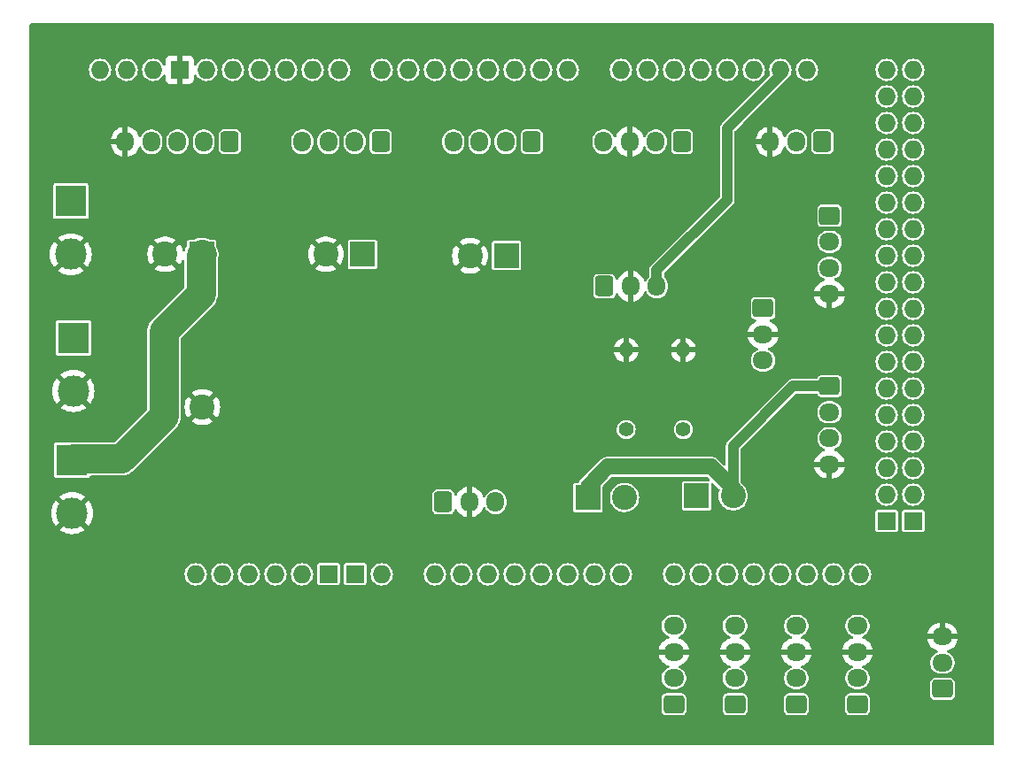
<source format=gbr>
%TF.GenerationSoftware,KiCad,Pcbnew,8.0.5*%
%TF.CreationDate,2024-12-20T12:29:36-05:00*%
%TF.ProjectId,Placa_Kicad,506c6163-615f-44b6-9963-61642e6b6963,rev?*%
%TF.SameCoordinates,Original*%
%TF.FileFunction,Copper,L2,Bot*%
%TF.FilePolarity,Positive*%
%FSLAX46Y46*%
G04 Gerber Fmt 4.6, Leading zero omitted, Abs format (unit mm)*
G04 Created by KiCad (PCBNEW 8.0.5) date 2024-12-20 12:29:36*
%MOMM*%
%LPD*%
G01*
G04 APERTURE LIST*
G04 Aperture macros list*
%AMRoundRect*
0 Rectangle with rounded corners*
0 $1 Rounding radius*
0 $2 $3 $4 $5 $6 $7 $8 $9 X,Y pos of 4 corners*
0 Add a 4 corners polygon primitive as box body*
4,1,4,$2,$3,$4,$5,$6,$7,$8,$9,$2,$3,0*
0 Add four circle primitives for the rounded corners*
1,1,$1+$1,$2,$3*
1,1,$1+$1,$4,$5*
1,1,$1+$1,$6,$7*
1,1,$1+$1,$8,$9*
0 Add four rect primitives between the rounded corners*
20,1,$1+$1,$2,$3,$4,$5,0*
20,1,$1+$1,$4,$5,$6,$7,0*
20,1,$1+$1,$6,$7,$8,$9,0*
20,1,$1+$1,$8,$9,$2,$3,0*%
G04 Aperture macros list end*
%TA.AperFunction,ComponentPad*%
%ADD10RoundRect,0.250000X0.600000X0.725000X-0.600000X0.725000X-0.600000X-0.725000X0.600000X-0.725000X0*%
%TD*%
%TA.AperFunction,ComponentPad*%
%ADD11O,1.700000X1.950000*%
%TD*%
%TA.AperFunction,ComponentPad*%
%ADD12R,2.400000X2.400000*%
%TD*%
%TA.AperFunction,ComponentPad*%
%ADD13C,2.400000*%
%TD*%
%TA.AperFunction,ComponentPad*%
%ADD14RoundRect,0.250000X0.725000X-0.600000X0.725000X0.600000X-0.725000X0.600000X-0.725000X-0.600000X0*%
%TD*%
%TA.AperFunction,ComponentPad*%
%ADD15O,1.950000X1.700000*%
%TD*%
%TA.AperFunction,ComponentPad*%
%ADD16RoundRect,0.250000X-0.725000X0.600000X-0.725000X-0.600000X0.725000X-0.600000X0.725000X0.600000X0*%
%TD*%
%TA.AperFunction,ComponentPad*%
%ADD17R,3.000000X3.000000*%
%TD*%
%TA.AperFunction,ComponentPad*%
%ADD18C,3.000000*%
%TD*%
%TA.AperFunction,ComponentPad*%
%ADD19C,1.400000*%
%TD*%
%TA.AperFunction,ComponentPad*%
%ADD20O,1.400000X1.400000*%
%TD*%
%TA.AperFunction,ComponentPad*%
%ADD21O,1.727200X1.727200*%
%TD*%
%TA.AperFunction,ComponentPad*%
%ADD22R,1.727200X1.727200*%
%TD*%
%TA.AperFunction,ComponentPad*%
%ADD23RoundRect,0.250000X-0.600000X-0.725000X0.600000X-0.725000X0.600000X0.725000X-0.600000X0.725000X0*%
%TD*%
%TA.AperFunction,Conductor*%
%ADD24C,1.500000*%
%TD*%
%TA.AperFunction,Conductor*%
%ADD25C,1.000000*%
%TD*%
%TA.AperFunction,Conductor*%
%ADD26C,2.790000*%
%TD*%
G04 APERTURE END LIST*
D10*
%TO.P,J6,1,Pin_1*%
%TO.N,+5V*%
X161758000Y-78000000D03*
D11*
%TO.P,J6,2,Pin_2*%
%TO.N,/M5_ENA*%
X159258000Y-78000000D03*
%TO.P,J6,3,Pin_3*%
%TO.N,/M5_L_PWM*%
X156758000Y-78000000D03*
%TO.P,J6,4,Pin_4*%
%TO.N,/M5_R_PWM*%
X154258000Y-78000000D03*
%TO.P,J6,5,Pin_5*%
%TO.N,GND*%
X151758000Y-78000000D03*
%TD*%
D10*
%TO.P,J14,1,Pin_1*%
%TO.N,/TX_BT*%
X204978000Y-78000000D03*
D11*
%TO.P,J14,2,Pin_2*%
%TO.N,/RX_BT*%
X202478000Y-78000000D03*
%TO.P,J14,3,Pin_3*%
%TO.N,GND*%
X199978000Y-78000000D03*
%TO.P,J14,4,Pin_4*%
%TO.N,+5V*%
X197478000Y-78000000D03*
%TD*%
D10*
%TO.P,J11,1,Pin_1*%
%TO.N,/DIR+*%
X218400000Y-78000000D03*
D11*
%TO.P,J11,2,Pin_2*%
%TO.N,/PUL+*%
X215900000Y-78000000D03*
%TO.P,J11,3,Pin_3*%
%TO.N,GND*%
X213400000Y-78000000D03*
%TD*%
D12*
%TO.P,J15,1,Pin_1*%
%TO.N,/12V2*%
X155631000Y-103378000D03*
D13*
%TO.P,J15,2,Pin_2*%
%TO.N,GND*%
X159131000Y-103378000D03*
%TD*%
D14*
%TO.P,J24,1,Pin_1*%
%TO.N,+5V*%
X221750000Y-131826000D03*
D15*
%TO.P,J24,2,Pin_2*%
%TO.N,/A4*%
X221750000Y-129326000D03*
%TO.P,J24,3,Pin_3*%
%TO.N,GND*%
X221750000Y-126826000D03*
%TO.P,J24,4,Pin_4*%
%TO.N,/B4*%
X221750000Y-124326000D03*
%TD*%
D12*
%TO.P,J9,1,Pin_1*%
%TO.N,/12V2*%
X159075000Y-88773000D03*
D13*
%TO.P,J9,2,Pin_2*%
%TO.N,GND*%
X155575000Y-88773000D03*
%TD*%
D12*
%TO.P,J19,1,Pin_1*%
%TO.N,+5V*%
X195989000Y-112041000D03*
D13*
%TO.P,J19,2,Pin_2*%
%TO.N,/E_BUTTON*%
X199489000Y-112041000D03*
%TD*%
D16*
%TO.P,J1,1,Pin_1*%
%TO.N,+5V*%
X219075000Y-85083000D03*
D15*
%TO.P,J1,2,Pin_2*%
%TO.N,/Trig1*%
X219075000Y-87583000D03*
%TO.P,J1,3,Pin_3*%
%TO.N,/Echo1*%
X219075000Y-90083000D03*
%TO.P,J1,4,Pin_4*%
%TO.N,GND*%
X219075000Y-92583000D03*
%TD*%
D12*
%TO.P,J12,1,Pin_1*%
%TO.N,/ES*%
X206375000Y-111887000D03*
D13*
%TO.P,J12,2,Pin_2*%
%TO.N,+5V*%
X209875000Y-111887000D03*
%TD*%
D17*
%TO.P,J4,1,Pin_1*%
%TO.N,+12V*%
X146812000Y-96774000D03*
D18*
%TO.P,J4,2,Pin_2*%
%TO.N,GND*%
X146812000Y-101854000D03*
%TD*%
D14*
%TO.P,J17,1,Pin_1*%
%TO.N,/SERVO*%
X229870000Y-130349000D03*
D15*
%TO.P,J17,2,Pin_2*%
%TO.N,+5V*%
X229870000Y-127849000D03*
%TO.P,J17,3,Pin_3*%
%TO.N,GND*%
X229870000Y-125349000D03*
%TD*%
D12*
%TO.P,J8,1,Pin_1*%
%TO.N,+12V*%
X174442000Y-88773000D03*
D13*
%TO.P,J8,2,Pin_2*%
%TO.N,GND*%
X170942000Y-88773000D03*
%TD*%
D16*
%TO.P,J13,1,Pin_1*%
%TO.N,+5V*%
X212725000Y-93933000D03*
D15*
%TO.P,J13,2,Pin_2*%
%TO.N,GND*%
X212725000Y-96433000D03*
%TO.P,J13,3,Pin_3*%
%TO.N,/IN_IMAN*%
X212725000Y-98933000D03*
%TD*%
D19*
%TO.P,R2,1*%
%TO.N,/E_BUTTON*%
X199644000Y-105537000D03*
D20*
%TO.P,R2,2*%
%TO.N,GND*%
X199644000Y-97917000D03*
%TD*%
D16*
%TO.P,J10,1,Pin_1*%
%TO.N,+5V*%
X219075000Y-101386000D03*
D15*
%TO.P,J10,2,Pin_2*%
%TO.N,/Trig2*%
X219075000Y-103886000D03*
%TO.P,J10,3,Pin_3*%
%TO.N,/Echo2*%
X219075000Y-106386000D03*
%TO.P,J10,4,Pin_4*%
%TO.N,GND*%
X219075000Y-108886000D03*
%TD*%
D10*
%TO.P,J5,1,Pin_1*%
%TO.N,/M3_Dir*%
X176189000Y-78000000D03*
D11*
%TO.P,J5,2,Pin_2*%
%TO.N,/M3_PWM*%
X173689000Y-78000000D03*
%TO.P,J5,3,Pin_3*%
%TO.N,/M4_Dir*%
X171189000Y-78000000D03*
%TO.P,J5,4,Pin_4*%
%TO.N,/M4_PWM*%
X168689000Y-78000000D03*
%TD*%
D10*
%TO.P,J2,1,Pin_1*%
%TO.N,/M1_Dir*%
X190620000Y-78000000D03*
D11*
%TO.P,J2,2,Pin_2*%
%TO.N,/M1_PWM*%
X188120000Y-78000000D03*
%TO.P,J2,3,Pin_3*%
%TO.N,/M2_Dir*%
X185620000Y-78000000D03*
%TO.P,J2,4,Pin_4*%
%TO.N,/M2_PWM*%
X183120000Y-78000000D03*
%TD*%
D21*
%TO.P,A1,*%
%TO.N,*%
X158496000Y-119380000D03*
%TO.P,A1,3V3,3.3V*%
%TO.N,unconnected-(A1-3.3V-Pad3V3)*%
X166116000Y-119380000D03*
%TO.P,A1,5V1,5V*%
%TO.N,unconnected-(A1-5V-Pad5V1)*%
X168656000Y-119380000D03*
%TO.P,A1,5V3,5V*%
%TO.N,unconnected-(A1-5V-Pad5V3)*%
X224536000Y-71120000D03*
%TO.P,A1,5V4,5V*%
%TO.N,unconnected-(A1-5V-Pad5V4)*%
X227076000Y-71120000D03*
%TO.P,A1,A0,A0*%
%TO.N,/AnagAscensor*%
X181356000Y-119380000D03*
%TO.P,A1,A1,A1*%
%TO.N,unconnected-(A1-PadA1)*%
X183896000Y-119380000D03*
%TO.P,A1,A2,A2*%
%TO.N,unconnected-(A1-PadA2)*%
X186436000Y-119380000D03*
%TO.P,A1,A3,A3*%
%TO.N,unconnected-(A1-PadA3)*%
X188976000Y-119380000D03*
%TO.P,A1,A4,A4*%
%TO.N,unconnected-(A1-PadA4)*%
X191516000Y-119380000D03*
%TO.P,A1,A5,A5*%
%TO.N,unconnected-(A1-PadA5)*%
X194056000Y-119380000D03*
%TO.P,A1,A6,A6*%
%TO.N,unconnected-(A1-PadA6)*%
X196596000Y-119380000D03*
%TO.P,A1,A7,A7*%
%TO.N,unconnected-(A1-PadA7)*%
X199136000Y-119380000D03*
%TO.P,A1,A8,A8*%
%TO.N,/A1*%
X204216000Y-119380000D03*
%TO.P,A1,A9,A9*%
%TO.N,/B1*%
X206756000Y-119380000D03*
%TO.P,A1,A10,A10*%
%TO.N,/A2*%
X209296000Y-119380000D03*
%TO.P,A1,A11,A11*%
%TO.N,/B2*%
X211836000Y-119380000D03*
%TO.P,A1,A12,A12*%
%TO.N,/A3*%
X214376000Y-119380000D03*
%TO.P,A1,A13,A13*%
%TO.N,/B3*%
X216916000Y-119380000D03*
%TO.P,A1,A14,A14*%
%TO.N,/A4*%
X219456000Y-119380000D03*
%TO.P,A1,A15,A15*%
%TO.N,/B4*%
X221996000Y-119380000D03*
%TO.P,A1,AREF,AREF*%
%TO.N,unconnected-(A1-PadAREF)*%
X154432000Y-71120000D03*
%TO.P,A1,D0,D0/RX0*%
%TO.N,unconnected-(A1-D0{slash}RX0-PadD0)*%
X194056000Y-71120000D03*
%TO.P,A1,D1,D1/TX0*%
%TO.N,unconnected-(A1-D1{slash}TX0-PadD1)*%
X191516000Y-71120000D03*
%TO.P,A1,D2,D2_INT0*%
%TO.N,/M1_Dir*%
X188976000Y-71120000D03*
%TO.P,A1,D3,D3_INT1*%
%TO.N,/M1_PWM*%
X186436000Y-71120000D03*
%TO.P,A1,D4,D4*%
%TO.N,/M2_Dir*%
X183896000Y-71120000D03*
%TO.P,A1,D5,D5*%
%TO.N,/M2_PWM*%
X181356000Y-71120000D03*
%TO.P,A1,D6,D6*%
%TO.N,/M3_Dir*%
X178816000Y-71120000D03*
%TO.P,A1,D7,D7*%
%TO.N,/M3_PWM*%
X176276000Y-71120000D03*
%TO.P,A1,D8,D8*%
%TO.N,/M4_Dir*%
X172212000Y-71120000D03*
%TO.P,A1,D9,D9*%
%TO.N,/M4_PWM*%
X169672000Y-71120000D03*
%TO.P,A1,D10,D10*%
%TO.N,/M5_ENA*%
X167132000Y-71120000D03*
%TO.P,A1,D11,D11*%
%TO.N,/M5_L_PWM*%
X164592000Y-71120000D03*
%TO.P,A1,D12,D12*%
%TO.N,/M5_R_PWM*%
X162052000Y-71120000D03*
%TO.P,A1,D13,D13*%
%TO.N,unconnected-(A1-PadD13)*%
X159512000Y-71120000D03*
%TO.P,A1,D14,D14/TX3*%
%TO.N,unconnected-(A1-D14{slash}TX3-PadD14)*%
X199136000Y-71120000D03*
%TO.P,A1,D15,D15/RX3*%
%TO.N,unconnected-(A1-D15{slash}RX3-PadD15)*%
X201676000Y-71120000D03*
%TO.P,A1,D16,D16/TX2*%
%TO.N,unconnected-(A1-D16{slash}TX2-PadD16)*%
X204216000Y-71120000D03*
%TO.P,A1,D17,D17/RX2*%
%TO.N,unconnected-(A1-D17{slash}RX2-PadD17)*%
X206756000Y-71120000D03*
%TO.P,A1,D18,D18/TX1*%
%TO.N,/RX_BT*%
X209296000Y-71120000D03*
%TO.P,A1,D19,D19/RX1*%
%TO.N,/TX_BT*%
X211836000Y-71120000D03*
%TO.P,A1,D20,D20/SDA*%
%TO.N,/INDICADOR*%
X214376000Y-71120000D03*
%TO.P,A1,D21,D21/SCL*%
%TO.N,unconnected-(A1-D21{slash}SCL-PadD21)*%
X216916000Y-71120000D03*
%TO.P,A1,D22,D22*%
%TO.N,unconnected-(A1-PadD22)*%
X224536000Y-73660000D03*
%TO.P,A1,D23,D23*%
%TO.N,unconnected-(A1-PadD23)*%
X227076000Y-73660000D03*
%TO.P,A1,D24,D24*%
%TO.N,/DIR+*%
X224536000Y-76200000D03*
%TO.P,A1,D25,D25*%
%TO.N,unconnected-(A1-PadD25)*%
X227076000Y-76200000D03*
%TO.P,A1,D26,D26*%
%TO.N,/PUL+*%
X224536000Y-78740000D03*
%TO.P,A1,D27,D27*%
%TO.N,unconnected-(A1-PadD27)*%
X227076000Y-78740000D03*
%TO.P,A1,D28,D28*%
%TO.N,unconnected-(A1-PadD28)*%
X224536000Y-81280000D03*
%TO.P,A1,D29,D29*%
%TO.N,unconnected-(A1-PadD29)*%
X227076000Y-81280000D03*
%TO.P,A1,D30,D30*%
%TO.N,/Trig1*%
X224536000Y-83820000D03*
%TO.P,A1,D31,D31*%
%TO.N,unconnected-(A1-PadD31)*%
X227076000Y-83820000D03*
%TO.P,A1,D32,D32*%
%TO.N,/Echo1*%
X224536000Y-86360000D03*
%TO.P,A1,D33,D33*%
%TO.N,unconnected-(A1-PadD33)*%
X227076000Y-86360000D03*
%TO.P,A1,D34,D34*%
%TO.N,unconnected-(A1-PadD34)*%
X224536000Y-88900000D03*
%TO.P,A1,D35,D35*%
%TO.N,unconnected-(A1-PadD35)*%
X227076000Y-88900000D03*
%TO.P,A1,D36,D36*%
%TO.N,unconnected-(A1-PadD36)*%
X224536000Y-91440000D03*
%TO.P,A1,D37,D37*%
%TO.N,unconnected-(A1-PadD37)*%
X227076000Y-91440000D03*
%TO.P,A1,D38,D38*%
%TO.N,/IN_IMAN*%
X224536000Y-93980000D03*
%TO.P,A1,D39,D39*%
%TO.N,unconnected-(A1-PadD39)*%
X227076000Y-93980000D03*
%TO.P,A1,D40,D40*%
%TO.N,unconnected-(A1-PadD40)*%
X224536000Y-96520000D03*
%TO.P,A1,D41,D41*%
%TO.N,unconnected-(A1-PadD41)*%
X227076000Y-96520000D03*
%TO.P,A1,D42,D42*%
%TO.N,/E_BUTTON*%
X224536000Y-99060000D03*
%TO.P,A1,D43,D43*%
%TO.N,unconnected-(A1-PadD43)*%
X227076000Y-99060000D03*
%TO.P,A1,D44,D44*%
%TO.N,/Trig2*%
X224536000Y-101600000D03*
%TO.P,A1,D45,D45*%
%TO.N,/SERVO*%
X227076000Y-101600000D03*
%TO.P,A1,D46,D46*%
%TO.N,/Echo2*%
X224536000Y-104140000D03*
%TO.P,A1,D47,D47*%
%TO.N,unconnected-(A1-PadD47)*%
X227076000Y-104140000D03*
%TO.P,A1,D48,D48*%
%TO.N,/ES*%
X224536000Y-106680000D03*
%TO.P,A1,D49,D49*%
%TO.N,unconnected-(A1-PadD49)*%
X227076000Y-106680000D03*
%TO.P,A1,D50,D50_MISO*%
%TO.N,unconnected-(A1-D50_MISO-PadD50)*%
X224536000Y-109220000D03*
%TO.P,A1,D51,D51_MOSI*%
%TO.N,unconnected-(A1-D51_MOSI-PadD51)*%
X227076000Y-109220000D03*
%TO.P,A1,D52,D52_SCK*%
%TO.N,unconnected-(A1-D52_SCK-PadD52)*%
X224536000Y-111760000D03*
%TO.P,A1,D53,D53_CS*%
%TO.N,unconnected-(A1-D53_CS-PadD53)*%
X227076000Y-111760000D03*
D22*
%TO.P,A1,GND1,GND*%
%TO.N,GND*%
X156972000Y-71120000D03*
%TO.P,A1,GND2,GND*%
%TO.N,unconnected-(A1-GND-PadGND2)*%
X171196000Y-119380000D03*
%TO.P,A1,GND3,GND*%
%TO.N,unconnected-(A1-GND-PadGND3)*%
X173736000Y-119380000D03*
%TO.P,A1,GND5,GND*%
%TO.N,unconnected-(A1-GND-PadGND5)*%
X224536000Y-114300000D03*
%TO.P,A1,GND6,GND*%
%TO.N,unconnected-(A1-GND-PadGND6)*%
X227076000Y-114300000D03*
D21*
%TO.P,A1,IORF,IOREF*%
%TO.N,unconnected-(A1-IOREF-PadIORF)*%
X161036000Y-119380000D03*
%TO.P,A1,RST1,RESET*%
%TO.N,unconnected-(A1-RESET-PadRST1)*%
X163576000Y-119380000D03*
%TO.P,A1,SCL,SCL*%
%TO.N,unconnected-(A1-PadSCL)*%
X149352000Y-71120000D03*
%TO.P,A1,SDA,SDA*%
%TO.N,unconnected-(A1-PadSDA)*%
X151892000Y-71120000D03*
%TO.P,A1,VIN,VIN*%
%TO.N,+5V*%
X176276000Y-119380000D03*
%TD*%
D17*
%TO.P,J3,1,Pin_1*%
%TO.N,+5V*%
X146558000Y-83693000D03*
D18*
%TO.P,J3,2,Pin_2*%
%TO.N,GND*%
X146558000Y-88773000D03*
%TD*%
D14*
%TO.P,J21,1,Pin_1*%
%TO.N,+5V*%
X204200000Y-131826000D03*
D15*
%TO.P,J21,2,Pin_2*%
%TO.N,/A1*%
X204200000Y-129326000D03*
%TO.P,J21,3,Pin_3*%
%TO.N,GND*%
X204200000Y-126826000D03*
%TO.P,J21,4,Pin_4*%
%TO.N,/B1*%
X204200000Y-124326000D03*
%TD*%
D14*
%TO.P,J22,1,Pin_1*%
%TO.N,+5V*%
X210050000Y-131826000D03*
D15*
%TO.P,J22,2,Pin_2*%
%TO.N,/A2*%
X210050000Y-129326000D03*
%TO.P,J22,3,Pin_3*%
%TO.N,GND*%
X210050000Y-126826000D03*
%TO.P,J22,4,Pin_4*%
%TO.N,/B2*%
X210050000Y-124326000D03*
%TD*%
D23*
%TO.P,J20,1,Pin_1*%
%TO.N,+5V*%
X197565000Y-91829000D03*
D11*
%TO.P,J20,2,Pin_2*%
%TO.N,GND*%
X200065000Y-91829000D03*
%TO.P,J20,3,Pin_3*%
%TO.N,/INDICADOR*%
X202565000Y-91829000D03*
%TD*%
D17*
%TO.P,J16,1,Pin_1*%
%TO.N,/12V2*%
X146685000Y-108458000D03*
D18*
%TO.P,J16,2,Pin_2*%
%TO.N,GND*%
X146685000Y-113538000D03*
%TD*%
D12*
%TO.P,J7,1,Pin_1*%
%TO.N,+12V*%
X188214000Y-88900000D03*
D13*
%TO.P,J7,2,Pin_2*%
%TO.N,GND*%
X184714000Y-88900000D03*
%TD*%
D23*
%TO.P,J18,1,Pin_1*%
%TO.N,+5V*%
X182158000Y-112476000D03*
D11*
%TO.P,J18,2,Pin_2*%
%TO.N,GND*%
X184658000Y-112476000D03*
%TO.P,J18,3,Pin_3*%
%TO.N,/AnagAscensor*%
X187158000Y-112476000D03*
%TD*%
D19*
%TO.P,R1,1*%
%TO.N,/ES*%
X205105000Y-105537000D03*
D20*
%TO.P,R1,2*%
%TO.N,GND*%
X205105000Y-97917000D03*
%TD*%
D14*
%TO.P,J23,1,Pin_1*%
%TO.N,+5V*%
X215900000Y-131826000D03*
D15*
%TO.P,J23,2,Pin_2*%
%TO.N,/A3*%
X215900000Y-129326000D03*
%TO.P,J23,3,Pin_3*%
%TO.N,GND*%
X215900000Y-126826000D03*
%TO.P,J23,4,Pin_4*%
%TO.N,/B3*%
X215900000Y-124326000D03*
%TD*%
D24*
%TO.N,+5V*%
X195989000Y-110970000D02*
X197866000Y-109093000D01*
D25*
X215606000Y-101386000D02*
X209875000Y-107117000D01*
D24*
X209875000Y-111205000D02*
X209875000Y-111887000D01*
X161758000Y-78105000D02*
X161758000Y-78192000D01*
X197866000Y-109093000D02*
X207763000Y-109093000D01*
X207763000Y-109093000D02*
X209875000Y-111205000D01*
X195989000Y-112041000D02*
X195989000Y-110970000D01*
D25*
X219075000Y-101386000D02*
X215606000Y-101386000D01*
X209875000Y-107117000D02*
X209875000Y-111887000D01*
D26*
%TO.N,/12V2*%
X155476000Y-96111000D02*
X159004000Y-92583000D01*
X146812000Y-108331000D02*
X151384000Y-108331000D01*
X155476000Y-104239000D02*
X155476000Y-96111000D01*
X151384000Y-108331000D02*
X155476000Y-104239000D01*
X146685000Y-108458000D02*
X146812000Y-108331000D01*
X159004000Y-92583000D02*
X159004000Y-88844000D01*
X159004000Y-88844000D02*
X159075000Y-88773000D01*
D25*
%TO.N,/INDICADOR*%
X202565000Y-91829000D02*
X202565000Y-90297000D01*
X209296000Y-83566000D02*
X209296000Y-76708000D01*
X214376000Y-71628000D02*
X214376000Y-71120000D01*
X202565000Y-90297000D02*
X209296000Y-83566000D01*
X209296000Y-76708000D02*
X214376000Y-71628000D01*
%TD*%
%TA.AperFunction,Conductor*%
%TO.N,GND*%
G36*
X234766039Y-66694685D02*
G01*
X234811794Y-66747489D01*
X234823000Y-66799000D01*
X234823000Y-135639000D01*
X234803315Y-135706039D01*
X234750511Y-135751794D01*
X234699000Y-135763000D01*
X142745000Y-135763000D01*
X142677961Y-135743315D01*
X142632206Y-135690511D01*
X142621000Y-135639000D01*
X142621000Y-131171730D01*
X203024500Y-131171730D01*
X203024500Y-132480269D01*
X203027353Y-132510699D01*
X203027353Y-132510701D01*
X203072206Y-132638880D01*
X203072207Y-132638882D01*
X203152850Y-132748150D01*
X203262118Y-132828793D01*
X203304845Y-132843744D01*
X203390299Y-132873646D01*
X203420730Y-132876500D01*
X203420734Y-132876500D01*
X204979270Y-132876500D01*
X205009699Y-132873646D01*
X205009701Y-132873646D01*
X205073790Y-132851219D01*
X205137882Y-132828793D01*
X205247150Y-132748150D01*
X205327793Y-132638882D01*
X205350219Y-132574790D01*
X205372646Y-132510701D01*
X205372646Y-132510699D01*
X205375500Y-132480269D01*
X205375500Y-131171730D01*
X208874500Y-131171730D01*
X208874500Y-132480269D01*
X208877353Y-132510699D01*
X208877353Y-132510701D01*
X208922206Y-132638880D01*
X208922207Y-132638882D01*
X209002850Y-132748150D01*
X209112118Y-132828793D01*
X209154845Y-132843744D01*
X209240299Y-132873646D01*
X209270730Y-132876500D01*
X209270734Y-132876500D01*
X210829270Y-132876500D01*
X210859699Y-132873646D01*
X210859701Y-132873646D01*
X210923790Y-132851219D01*
X210987882Y-132828793D01*
X211097150Y-132748150D01*
X211177793Y-132638882D01*
X211200219Y-132574790D01*
X211222646Y-132510701D01*
X211222646Y-132510699D01*
X211225500Y-132480269D01*
X211225500Y-131171730D01*
X214724500Y-131171730D01*
X214724500Y-132480269D01*
X214727353Y-132510699D01*
X214727353Y-132510701D01*
X214772206Y-132638880D01*
X214772207Y-132638882D01*
X214852850Y-132748150D01*
X214962118Y-132828793D01*
X215004845Y-132843744D01*
X215090299Y-132873646D01*
X215120730Y-132876500D01*
X215120734Y-132876500D01*
X216679270Y-132876500D01*
X216709699Y-132873646D01*
X216709701Y-132873646D01*
X216773790Y-132851219D01*
X216837882Y-132828793D01*
X216947150Y-132748150D01*
X217027793Y-132638882D01*
X217050219Y-132574790D01*
X217072646Y-132510701D01*
X217072646Y-132510699D01*
X217075500Y-132480269D01*
X217075500Y-131171730D01*
X220574500Y-131171730D01*
X220574500Y-132480269D01*
X220577353Y-132510699D01*
X220577353Y-132510701D01*
X220622206Y-132638880D01*
X220622207Y-132638882D01*
X220702850Y-132748150D01*
X220812118Y-132828793D01*
X220854845Y-132843744D01*
X220940299Y-132873646D01*
X220970730Y-132876500D01*
X220970734Y-132876500D01*
X222529270Y-132876500D01*
X222559699Y-132873646D01*
X222559701Y-132873646D01*
X222623790Y-132851219D01*
X222687882Y-132828793D01*
X222797150Y-132748150D01*
X222877793Y-132638882D01*
X222900219Y-132574790D01*
X222922646Y-132510701D01*
X222922646Y-132510699D01*
X222925500Y-132480269D01*
X222925500Y-131171730D01*
X222922646Y-131141300D01*
X222922646Y-131141298D01*
X222884995Y-131033701D01*
X222877793Y-131013118D01*
X222797150Y-130903850D01*
X222687882Y-130823207D01*
X222687880Y-130823206D01*
X222559700Y-130778353D01*
X222529270Y-130775500D01*
X222529266Y-130775500D01*
X220970734Y-130775500D01*
X220970730Y-130775500D01*
X220940300Y-130778353D01*
X220940298Y-130778353D01*
X220812119Y-130823206D01*
X220812117Y-130823207D01*
X220702850Y-130903850D01*
X220622207Y-131013117D01*
X220622206Y-131013119D01*
X220577353Y-131141298D01*
X220577353Y-131141300D01*
X220574500Y-131171730D01*
X217075500Y-131171730D01*
X217072646Y-131141300D01*
X217072646Y-131141298D01*
X217034995Y-131033701D01*
X217027793Y-131013118D01*
X216947150Y-130903850D01*
X216837882Y-130823207D01*
X216837880Y-130823206D01*
X216709700Y-130778353D01*
X216679270Y-130775500D01*
X216679266Y-130775500D01*
X215120734Y-130775500D01*
X215120730Y-130775500D01*
X215090300Y-130778353D01*
X215090298Y-130778353D01*
X214962119Y-130823206D01*
X214962117Y-130823207D01*
X214852850Y-130903850D01*
X214772207Y-131013117D01*
X214772206Y-131013119D01*
X214727353Y-131141298D01*
X214727353Y-131141300D01*
X214724500Y-131171730D01*
X211225500Y-131171730D01*
X211222646Y-131141300D01*
X211222646Y-131141298D01*
X211184995Y-131033701D01*
X211177793Y-131013118D01*
X211097150Y-130903850D01*
X210987882Y-130823207D01*
X210987880Y-130823206D01*
X210859700Y-130778353D01*
X210829270Y-130775500D01*
X210829266Y-130775500D01*
X209270734Y-130775500D01*
X209270730Y-130775500D01*
X209240300Y-130778353D01*
X209240298Y-130778353D01*
X209112119Y-130823206D01*
X209112117Y-130823207D01*
X209002850Y-130903850D01*
X208922207Y-131013117D01*
X208922206Y-131013119D01*
X208877353Y-131141298D01*
X208877353Y-131141300D01*
X208874500Y-131171730D01*
X205375500Y-131171730D01*
X205372646Y-131141300D01*
X205372646Y-131141298D01*
X205334995Y-131033701D01*
X205327793Y-131013118D01*
X205247150Y-130903850D01*
X205137882Y-130823207D01*
X205137880Y-130823206D01*
X205009700Y-130778353D01*
X204979270Y-130775500D01*
X204979266Y-130775500D01*
X203420734Y-130775500D01*
X203420730Y-130775500D01*
X203390300Y-130778353D01*
X203390298Y-130778353D01*
X203262119Y-130823206D01*
X203262117Y-130823207D01*
X203152850Y-130903850D01*
X203072207Y-131013117D01*
X203072206Y-131013119D01*
X203027353Y-131141298D01*
X203027353Y-131141300D01*
X203024500Y-131171730D01*
X142621000Y-131171730D01*
X142621000Y-126576000D01*
X202747769Y-126576000D01*
X203795854Y-126576000D01*
X203757370Y-126642657D01*
X203725000Y-126763465D01*
X203725000Y-126888535D01*
X203757370Y-127009343D01*
X203795854Y-127076000D01*
X202747769Y-127076000D01*
X202758242Y-127142126D01*
X202758242Y-127142129D01*
X202823904Y-127344217D01*
X202920379Y-127533557D01*
X203045272Y-127705459D01*
X203045276Y-127705464D01*
X203195535Y-127855723D01*
X203195540Y-127855727D01*
X203367442Y-127980620D01*
X203556782Y-128077095D01*
X203678855Y-128116759D01*
X203736530Y-128156196D01*
X203763729Y-128220555D01*
X203751815Y-128289401D01*
X203704570Y-128340877D01*
X203687990Y-128349251D01*
X203577404Y-128395057D01*
X203405342Y-128510024D01*
X203259024Y-128656342D01*
X203144058Y-128828403D01*
X203064870Y-129019579D01*
X203064868Y-129019587D01*
X203024500Y-129222530D01*
X203024500Y-129429469D01*
X203064868Y-129632412D01*
X203064870Y-129632420D01*
X203144058Y-129823596D01*
X203259024Y-129995657D01*
X203405342Y-130141975D01*
X203405345Y-130141977D01*
X203577402Y-130256941D01*
X203768580Y-130336130D01*
X203971530Y-130376499D01*
X203971534Y-130376500D01*
X203971535Y-130376500D01*
X204428466Y-130376500D01*
X204428467Y-130376499D01*
X204631420Y-130336130D01*
X204822598Y-130256941D01*
X204994655Y-130141977D01*
X205140977Y-129995655D01*
X205255941Y-129823598D01*
X205335130Y-129632420D01*
X205375500Y-129429465D01*
X205375500Y-129222535D01*
X205335130Y-129019580D01*
X205255941Y-128828402D01*
X205140977Y-128656345D01*
X205140975Y-128656342D01*
X204994657Y-128510024D01*
X204822596Y-128395057D01*
X204712009Y-128349251D01*
X204657606Y-128305410D01*
X204635541Y-128239116D01*
X204652820Y-128171416D01*
X204703958Y-128123806D01*
X204721144Y-128116759D01*
X204843217Y-128077095D01*
X205032557Y-127980620D01*
X205204459Y-127855727D01*
X205204464Y-127855723D01*
X205354723Y-127705464D01*
X205354727Y-127705459D01*
X205479620Y-127533557D01*
X205576095Y-127344217D01*
X205641757Y-127142129D01*
X205641757Y-127142126D01*
X205652231Y-127076000D01*
X204604146Y-127076000D01*
X204642630Y-127009343D01*
X204675000Y-126888535D01*
X204675000Y-126763465D01*
X204642630Y-126642657D01*
X204604146Y-126576000D01*
X205652231Y-126576000D01*
X208597769Y-126576000D01*
X209645854Y-126576000D01*
X209607370Y-126642657D01*
X209575000Y-126763465D01*
X209575000Y-126888535D01*
X209607370Y-127009343D01*
X209645854Y-127076000D01*
X208597769Y-127076000D01*
X208608242Y-127142126D01*
X208608242Y-127142129D01*
X208673904Y-127344217D01*
X208770379Y-127533557D01*
X208895272Y-127705459D01*
X208895276Y-127705464D01*
X209045535Y-127855723D01*
X209045540Y-127855727D01*
X209217442Y-127980620D01*
X209406782Y-128077095D01*
X209528855Y-128116759D01*
X209586530Y-128156196D01*
X209613729Y-128220555D01*
X209601815Y-128289401D01*
X209554570Y-128340877D01*
X209537990Y-128349251D01*
X209427404Y-128395057D01*
X209255342Y-128510024D01*
X209109024Y-128656342D01*
X208994058Y-128828403D01*
X208914870Y-129019579D01*
X208914868Y-129019587D01*
X208874500Y-129222530D01*
X208874500Y-129429469D01*
X208914868Y-129632412D01*
X208914870Y-129632420D01*
X208994058Y-129823596D01*
X209109024Y-129995657D01*
X209255342Y-130141975D01*
X209255345Y-130141977D01*
X209427402Y-130256941D01*
X209618580Y-130336130D01*
X209821530Y-130376499D01*
X209821534Y-130376500D01*
X209821535Y-130376500D01*
X210278466Y-130376500D01*
X210278467Y-130376499D01*
X210481420Y-130336130D01*
X210672598Y-130256941D01*
X210844655Y-130141977D01*
X210990977Y-129995655D01*
X211105941Y-129823598D01*
X211185130Y-129632420D01*
X211225500Y-129429465D01*
X211225500Y-129222535D01*
X211185130Y-129019580D01*
X211105941Y-128828402D01*
X210990977Y-128656345D01*
X210990975Y-128656342D01*
X210844657Y-128510024D01*
X210672596Y-128395057D01*
X210562009Y-128349251D01*
X210507606Y-128305410D01*
X210485541Y-128239116D01*
X210502820Y-128171416D01*
X210553958Y-128123806D01*
X210571144Y-128116759D01*
X210693217Y-128077095D01*
X210882557Y-127980620D01*
X211054459Y-127855727D01*
X211054464Y-127855723D01*
X211204723Y-127705464D01*
X211204727Y-127705459D01*
X211329620Y-127533557D01*
X211426095Y-127344217D01*
X211491757Y-127142129D01*
X211491757Y-127142126D01*
X211502231Y-127076000D01*
X210454146Y-127076000D01*
X210492630Y-127009343D01*
X210525000Y-126888535D01*
X210525000Y-126763465D01*
X210492630Y-126642657D01*
X210454146Y-126576000D01*
X211502231Y-126576000D01*
X214447769Y-126576000D01*
X215495854Y-126576000D01*
X215457370Y-126642657D01*
X215425000Y-126763465D01*
X215425000Y-126888535D01*
X215457370Y-127009343D01*
X215495854Y-127076000D01*
X214447769Y-127076000D01*
X214458242Y-127142126D01*
X214458242Y-127142129D01*
X214523904Y-127344217D01*
X214620379Y-127533557D01*
X214745272Y-127705459D01*
X214745276Y-127705464D01*
X214895535Y-127855723D01*
X214895540Y-127855727D01*
X215067442Y-127980620D01*
X215256782Y-128077095D01*
X215378855Y-128116759D01*
X215436530Y-128156196D01*
X215463729Y-128220555D01*
X215451815Y-128289401D01*
X215404570Y-128340877D01*
X215387990Y-128349251D01*
X215277404Y-128395057D01*
X215105342Y-128510024D01*
X214959024Y-128656342D01*
X214844058Y-128828403D01*
X214764870Y-129019579D01*
X214764868Y-129019587D01*
X214724500Y-129222530D01*
X214724500Y-129429469D01*
X214764868Y-129632412D01*
X214764870Y-129632420D01*
X214844058Y-129823596D01*
X214959024Y-129995657D01*
X215105342Y-130141975D01*
X215105345Y-130141977D01*
X215277402Y-130256941D01*
X215468580Y-130336130D01*
X215671530Y-130376499D01*
X215671534Y-130376500D01*
X215671535Y-130376500D01*
X216128466Y-130376500D01*
X216128467Y-130376499D01*
X216331420Y-130336130D01*
X216522598Y-130256941D01*
X216694655Y-130141977D01*
X216840977Y-129995655D01*
X216955941Y-129823598D01*
X217035130Y-129632420D01*
X217075500Y-129429465D01*
X217075500Y-129222535D01*
X217035130Y-129019580D01*
X216955941Y-128828402D01*
X216840977Y-128656345D01*
X216840975Y-128656342D01*
X216694657Y-128510024D01*
X216522596Y-128395057D01*
X216412009Y-128349251D01*
X216357606Y-128305410D01*
X216335541Y-128239116D01*
X216352820Y-128171416D01*
X216403958Y-128123806D01*
X216421144Y-128116759D01*
X216543217Y-128077095D01*
X216732557Y-127980620D01*
X216904459Y-127855727D01*
X216904464Y-127855723D01*
X217054723Y-127705464D01*
X217054727Y-127705459D01*
X217179620Y-127533557D01*
X217276095Y-127344217D01*
X217341757Y-127142129D01*
X217341757Y-127142126D01*
X217352231Y-127076000D01*
X216304146Y-127076000D01*
X216342630Y-127009343D01*
X216375000Y-126888535D01*
X216375000Y-126763465D01*
X216342630Y-126642657D01*
X216304146Y-126576000D01*
X217352231Y-126576000D01*
X220297769Y-126576000D01*
X221345854Y-126576000D01*
X221307370Y-126642657D01*
X221275000Y-126763465D01*
X221275000Y-126888535D01*
X221307370Y-127009343D01*
X221345854Y-127076000D01*
X220297769Y-127076000D01*
X220308242Y-127142126D01*
X220308242Y-127142129D01*
X220373904Y-127344217D01*
X220470379Y-127533557D01*
X220595272Y-127705459D01*
X220595276Y-127705464D01*
X220745535Y-127855723D01*
X220745540Y-127855727D01*
X220917442Y-127980620D01*
X221106782Y-128077095D01*
X221228855Y-128116759D01*
X221286530Y-128156196D01*
X221313729Y-128220555D01*
X221301815Y-128289401D01*
X221254570Y-128340877D01*
X221237990Y-128349251D01*
X221127404Y-128395057D01*
X220955342Y-128510024D01*
X220809024Y-128656342D01*
X220694058Y-128828403D01*
X220614870Y-129019579D01*
X220614868Y-129019587D01*
X220574500Y-129222530D01*
X220574500Y-129429469D01*
X220614868Y-129632412D01*
X220614870Y-129632420D01*
X220694058Y-129823596D01*
X220809024Y-129995657D01*
X220955342Y-130141975D01*
X220955345Y-130141977D01*
X221127402Y-130256941D01*
X221318580Y-130336130D01*
X221521530Y-130376499D01*
X221521534Y-130376500D01*
X221521535Y-130376500D01*
X221978466Y-130376500D01*
X221978467Y-130376499D01*
X222181420Y-130336130D01*
X222372598Y-130256941D01*
X222544655Y-130141977D01*
X222690977Y-129995655D01*
X222805941Y-129823598D01*
X222859320Y-129694730D01*
X228694500Y-129694730D01*
X228694500Y-131003269D01*
X228697353Y-131033699D01*
X228697353Y-131033701D01*
X228735004Y-131141298D01*
X228742207Y-131161882D01*
X228822850Y-131271150D01*
X228932118Y-131351793D01*
X228974845Y-131366744D01*
X229060299Y-131396646D01*
X229090730Y-131399500D01*
X229090734Y-131399500D01*
X230649270Y-131399500D01*
X230679699Y-131396646D01*
X230679701Y-131396646D01*
X230743790Y-131374219D01*
X230807882Y-131351793D01*
X230917150Y-131271150D01*
X230997793Y-131161882D01*
X231020219Y-131097790D01*
X231042646Y-131033701D01*
X231042646Y-131033699D01*
X231045500Y-131003269D01*
X231045500Y-129694730D01*
X231042646Y-129664300D01*
X231042646Y-129664298D01*
X230997793Y-129536119D01*
X230997792Y-129536117D01*
X230917150Y-129426850D01*
X230807882Y-129346207D01*
X230807880Y-129346206D01*
X230679700Y-129301353D01*
X230649270Y-129298500D01*
X230649266Y-129298500D01*
X229090734Y-129298500D01*
X229090730Y-129298500D01*
X229060300Y-129301353D01*
X229060298Y-129301353D01*
X228932119Y-129346206D01*
X228932117Y-129346207D01*
X228822850Y-129426850D01*
X228742207Y-129536117D01*
X228742206Y-129536119D01*
X228697353Y-129664298D01*
X228697353Y-129664300D01*
X228694500Y-129694730D01*
X222859320Y-129694730D01*
X222885130Y-129632420D01*
X222925500Y-129429465D01*
X222925500Y-129222535D01*
X222885130Y-129019580D01*
X222805941Y-128828402D01*
X222690977Y-128656345D01*
X222690975Y-128656342D01*
X222544657Y-128510024D01*
X222372596Y-128395057D01*
X222262009Y-128349251D01*
X222207606Y-128305410D01*
X222185541Y-128239116D01*
X222202820Y-128171416D01*
X222253958Y-128123806D01*
X222271144Y-128116759D01*
X222393217Y-128077095D01*
X222582557Y-127980620D01*
X222754459Y-127855727D01*
X222754464Y-127855723D01*
X222904723Y-127705464D01*
X222904727Y-127705459D01*
X223029620Y-127533557D01*
X223126095Y-127344217D01*
X223191757Y-127142129D01*
X223191757Y-127142126D01*
X223202231Y-127076000D01*
X222154146Y-127076000D01*
X222192630Y-127009343D01*
X222225000Y-126888535D01*
X222225000Y-126763465D01*
X222192630Y-126642657D01*
X222154146Y-126576000D01*
X223202231Y-126576000D01*
X223191757Y-126509873D01*
X223191757Y-126509870D01*
X223126095Y-126307782D01*
X223029620Y-126118442D01*
X222904727Y-125946540D01*
X222904723Y-125946535D01*
X222754464Y-125796276D01*
X222754459Y-125796272D01*
X222582557Y-125671379D01*
X222393216Y-125574904D01*
X222271144Y-125535240D01*
X222213468Y-125495802D01*
X222186270Y-125431444D01*
X222198185Y-125362597D01*
X222245429Y-125311122D01*
X222262006Y-125302749D01*
X222372598Y-125256941D01*
X222544655Y-125141977D01*
X222587632Y-125099000D01*
X228417769Y-125099000D01*
X229465854Y-125099000D01*
X229427370Y-125165657D01*
X229395000Y-125286465D01*
X229395000Y-125411535D01*
X229427370Y-125532343D01*
X229465854Y-125599000D01*
X228417769Y-125599000D01*
X228428242Y-125665126D01*
X228428242Y-125665129D01*
X228493904Y-125867217D01*
X228590379Y-126056557D01*
X228715272Y-126228459D01*
X228715276Y-126228464D01*
X228865535Y-126378723D01*
X228865540Y-126378727D01*
X229037442Y-126503620D01*
X229226782Y-126600095D01*
X229348855Y-126639759D01*
X229406530Y-126679196D01*
X229433729Y-126743555D01*
X229421815Y-126812401D01*
X229374570Y-126863877D01*
X229357990Y-126872251D01*
X229247404Y-126918057D01*
X229075342Y-127033024D01*
X228929024Y-127179342D01*
X228814058Y-127351403D01*
X228734870Y-127542579D01*
X228734868Y-127542587D01*
X228694500Y-127745530D01*
X228694500Y-127952469D01*
X228734868Y-128155412D01*
X228734870Y-128155420D01*
X228814059Y-128346598D01*
X228871541Y-128432626D01*
X228929024Y-128518657D01*
X229075342Y-128664975D01*
X229075345Y-128664977D01*
X229247402Y-128779941D01*
X229438580Y-128859130D01*
X229641530Y-128899499D01*
X229641534Y-128899500D01*
X229641535Y-128899500D01*
X230098466Y-128899500D01*
X230098467Y-128899499D01*
X230301420Y-128859130D01*
X230492598Y-128779941D01*
X230664655Y-128664977D01*
X230810977Y-128518655D01*
X230925941Y-128346598D01*
X231005130Y-128155420D01*
X231045500Y-127952465D01*
X231045500Y-127745535D01*
X231005130Y-127542580D01*
X230925941Y-127351402D01*
X230810977Y-127179345D01*
X230810975Y-127179342D01*
X230664657Y-127033024D01*
X230492596Y-126918057D01*
X230382009Y-126872251D01*
X230327606Y-126828410D01*
X230305541Y-126762116D01*
X230322820Y-126694416D01*
X230373958Y-126646806D01*
X230391144Y-126639759D01*
X230513217Y-126600095D01*
X230702557Y-126503620D01*
X230874459Y-126378727D01*
X230874464Y-126378723D01*
X231024723Y-126228464D01*
X231024727Y-126228459D01*
X231149620Y-126056557D01*
X231246095Y-125867217D01*
X231311757Y-125665129D01*
X231311757Y-125665126D01*
X231322231Y-125599000D01*
X230274146Y-125599000D01*
X230312630Y-125532343D01*
X230345000Y-125411535D01*
X230345000Y-125286465D01*
X230312630Y-125165657D01*
X230274146Y-125099000D01*
X231322231Y-125099000D01*
X231311757Y-125032873D01*
X231311757Y-125032870D01*
X231246095Y-124830782D01*
X231149620Y-124641442D01*
X231024727Y-124469540D01*
X231024723Y-124469535D01*
X230874464Y-124319276D01*
X230874459Y-124319272D01*
X230702557Y-124194379D01*
X230513217Y-124097904D01*
X230311128Y-124032242D01*
X230120000Y-124001969D01*
X230120000Y-124944854D01*
X230053343Y-124906370D01*
X229932535Y-124874000D01*
X229807465Y-124874000D01*
X229686657Y-124906370D01*
X229620000Y-124944854D01*
X229620000Y-124001969D01*
X229428872Y-124032242D01*
X229428869Y-124032242D01*
X229226782Y-124097904D01*
X229037442Y-124194379D01*
X228865540Y-124319272D01*
X228865535Y-124319276D01*
X228715276Y-124469535D01*
X228715272Y-124469540D01*
X228590379Y-124641442D01*
X228493904Y-124830782D01*
X228428242Y-125032870D01*
X228428242Y-125032873D01*
X228417769Y-125099000D01*
X222587632Y-125099000D01*
X222690977Y-124995655D01*
X222805941Y-124823598D01*
X222885130Y-124632420D01*
X222925500Y-124429465D01*
X222925500Y-124222535D01*
X222885130Y-124019580D01*
X222805941Y-123828402D01*
X222690977Y-123656345D01*
X222690975Y-123656342D01*
X222544657Y-123510024D01*
X222458626Y-123452541D01*
X222372598Y-123395059D01*
X222181420Y-123315870D01*
X222181412Y-123315868D01*
X221978469Y-123275500D01*
X221978465Y-123275500D01*
X221521535Y-123275500D01*
X221521530Y-123275500D01*
X221318587Y-123315868D01*
X221318579Y-123315870D01*
X221127403Y-123395058D01*
X220955342Y-123510024D01*
X220809024Y-123656342D01*
X220694058Y-123828403D01*
X220614870Y-124019579D01*
X220614868Y-124019587D01*
X220574500Y-124222530D01*
X220574500Y-124429469D01*
X220614868Y-124632412D01*
X220614870Y-124632420D01*
X220694058Y-124823596D01*
X220809024Y-124995657D01*
X220955342Y-125141975D01*
X220955345Y-125141977D01*
X221127402Y-125256941D01*
X221237990Y-125302748D01*
X221292393Y-125346589D01*
X221314458Y-125412883D01*
X221297179Y-125480582D01*
X221246042Y-125528193D01*
X221228856Y-125535240D01*
X221106781Y-125574905D01*
X220917442Y-125671379D01*
X220745540Y-125796272D01*
X220745535Y-125796276D01*
X220595276Y-125946535D01*
X220595272Y-125946540D01*
X220470379Y-126118442D01*
X220373904Y-126307782D01*
X220308242Y-126509870D01*
X220308242Y-126509873D01*
X220297769Y-126576000D01*
X217352231Y-126576000D01*
X217341757Y-126509873D01*
X217341757Y-126509870D01*
X217276095Y-126307782D01*
X217179620Y-126118442D01*
X217054727Y-125946540D01*
X217054723Y-125946535D01*
X216904464Y-125796276D01*
X216904459Y-125796272D01*
X216732557Y-125671379D01*
X216543216Y-125574904D01*
X216421144Y-125535240D01*
X216363468Y-125495802D01*
X216336270Y-125431444D01*
X216348185Y-125362597D01*
X216395429Y-125311122D01*
X216412006Y-125302749D01*
X216522598Y-125256941D01*
X216694655Y-125141977D01*
X216840977Y-124995655D01*
X216955941Y-124823598D01*
X217035130Y-124632420D01*
X217075500Y-124429465D01*
X217075500Y-124222535D01*
X217035130Y-124019580D01*
X216955941Y-123828402D01*
X216840977Y-123656345D01*
X216840975Y-123656342D01*
X216694657Y-123510024D01*
X216608626Y-123452541D01*
X216522598Y-123395059D01*
X216331420Y-123315870D01*
X216331412Y-123315868D01*
X216128469Y-123275500D01*
X216128465Y-123275500D01*
X215671535Y-123275500D01*
X215671530Y-123275500D01*
X215468587Y-123315868D01*
X215468579Y-123315870D01*
X215277403Y-123395058D01*
X215105342Y-123510024D01*
X214959024Y-123656342D01*
X214844058Y-123828403D01*
X214764870Y-124019579D01*
X214764868Y-124019587D01*
X214724500Y-124222530D01*
X214724500Y-124429469D01*
X214764868Y-124632412D01*
X214764870Y-124632420D01*
X214844058Y-124823596D01*
X214959024Y-124995657D01*
X215105342Y-125141975D01*
X215105345Y-125141977D01*
X215277402Y-125256941D01*
X215387990Y-125302748D01*
X215442393Y-125346589D01*
X215464458Y-125412883D01*
X215447179Y-125480582D01*
X215396042Y-125528193D01*
X215378856Y-125535240D01*
X215256781Y-125574905D01*
X215067442Y-125671379D01*
X214895540Y-125796272D01*
X214895535Y-125796276D01*
X214745276Y-125946535D01*
X214745272Y-125946540D01*
X214620379Y-126118442D01*
X214523904Y-126307782D01*
X214458242Y-126509870D01*
X214458242Y-126509873D01*
X214447769Y-126576000D01*
X211502231Y-126576000D01*
X211491757Y-126509873D01*
X211491757Y-126509870D01*
X211426095Y-126307782D01*
X211329620Y-126118442D01*
X211204727Y-125946540D01*
X211204723Y-125946535D01*
X211054464Y-125796276D01*
X211054459Y-125796272D01*
X210882557Y-125671379D01*
X210693216Y-125574904D01*
X210571144Y-125535240D01*
X210513468Y-125495802D01*
X210486270Y-125431444D01*
X210498185Y-125362597D01*
X210545429Y-125311122D01*
X210562006Y-125302749D01*
X210672598Y-125256941D01*
X210844655Y-125141977D01*
X210990977Y-124995655D01*
X211105941Y-124823598D01*
X211185130Y-124632420D01*
X211225500Y-124429465D01*
X211225500Y-124222535D01*
X211185130Y-124019580D01*
X211105941Y-123828402D01*
X210990977Y-123656345D01*
X210990975Y-123656342D01*
X210844657Y-123510024D01*
X210758626Y-123452541D01*
X210672598Y-123395059D01*
X210481420Y-123315870D01*
X210481412Y-123315868D01*
X210278469Y-123275500D01*
X210278465Y-123275500D01*
X209821535Y-123275500D01*
X209821530Y-123275500D01*
X209618587Y-123315868D01*
X209618579Y-123315870D01*
X209427403Y-123395058D01*
X209255342Y-123510024D01*
X209109024Y-123656342D01*
X208994058Y-123828403D01*
X208914870Y-124019579D01*
X208914868Y-124019587D01*
X208874500Y-124222530D01*
X208874500Y-124429469D01*
X208914868Y-124632412D01*
X208914870Y-124632420D01*
X208994058Y-124823596D01*
X209109024Y-124995657D01*
X209255342Y-125141975D01*
X209255345Y-125141977D01*
X209427402Y-125256941D01*
X209537990Y-125302748D01*
X209592393Y-125346589D01*
X209614458Y-125412883D01*
X209597179Y-125480582D01*
X209546042Y-125528193D01*
X209528856Y-125535240D01*
X209406781Y-125574905D01*
X209217442Y-125671379D01*
X209045540Y-125796272D01*
X209045535Y-125796276D01*
X208895276Y-125946535D01*
X208895272Y-125946540D01*
X208770379Y-126118442D01*
X208673904Y-126307782D01*
X208608242Y-126509870D01*
X208608242Y-126509873D01*
X208597769Y-126576000D01*
X205652231Y-126576000D01*
X205641757Y-126509873D01*
X205641757Y-126509870D01*
X205576095Y-126307782D01*
X205479620Y-126118442D01*
X205354727Y-125946540D01*
X205354723Y-125946535D01*
X205204464Y-125796276D01*
X205204459Y-125796272D01*
X205032557Y-125671379D01*
X204843216Y-125574904D01*
X204721144Y-125535240D01*
X204663468Y-125495802D01*
X204636270Y-125431444D01*
X204648185Y-125362597D01*
X204695429Y-125311122D01*
X204712006Y-125302749D01*
X204822598Y-125256941D01*
X204994655Y-125141977D01*
X205140977Y-124995655D01*
X205255941Y-124823598D01*
X205335130Y-124632420D01*
X205375500Y-124429465D01*
X205375500Y-124222535D01*
X205335130Y-124019580D01*
X205255941Y-123828402D01*
X205140977Y-123656345D01*
X205140975Y-123656342D01*
X204994657Y-123510024D01*
X204908626Y-123452541D01*
X204822598Y-123395059D01*
X204631420Y-123315870D01*
X204631412Y-123315868D01*
X204428469Y-123275500D01*
X204428465Y-123275500D01*
X203971535Y-123275500D01*
X203971530Y-123275500D01*
X203768587Y-123315868D01*
X203768579Y-123315870D01*
X203577403Y-123395058D01*
X203405342Y-123510024D01*
X203259024Y-123656342D01*
X203144058Y-123828403D01*
X203064870Y-124019579D01*
X203064868Y-124019587D01*
X203024500Y-124222530D01*
X203024500Y-124429469D01*
X203064868Y-124632412D01*
X203064870Y-124632420D01*
X203144058Y-124823596D01*
X203259024Y-124995657D01*
X203405342Y-125141975D01*
X203405345Y-125141977D01*
X203577402Y-125256941D01*
X203687990Y-125302748D01*
X203742393Y-125346589D01*
X203764458Y-125412883D01*
X203747179Y-125480582D01*
X203696042Y-125528193D01*
X203678856Y-125535240D01*
X203556781Y-125574905D01*
X203367442Y-125671379D01*
X203195540Y-125796272D01*
X203195535Y-125796276D01*
X203045276Y-125946535D01*
X203045272Y-125946540D01*
X202920379Y-126118442D01*
X202823904Y-126307782D01*
X202758242Y-126509870D01*
X202758242Y-126509873D01*
X202747769Y-126576000D01*
X142621000Y-126576000D01*
X142621000Y-119380000D01*
X157426751Y-119380000D01*
X157447296Y-119588602D01*
X157508143Y-119789185D01*
X157606948Y-119974037D01*
X157606952Y-119974044D01*
X157739926Y-120136073D01*
X157901955Y-120269047D01*
X157901962Y-120269051D01*
X158000703Y-120321829D01*
X158086816Y-120367857D01*
X158287400Y-120428704D01*
X158496000Y-120449249D01*
X158704600Y-120428704D01*
X158905184Y-120367857D01*
X159090043Y-120269048D01*
X159252073Y-120136073D01*
X159385048Y-119974043D01*
X159483857Y-119789184D01*
X159544704Y-119588600D01*
X159565249Y-119380000D01*
X159966751Y-119380000D01*
X159987296Y-119588602D01*
X160048143Y-119789185D01*
X160146948Y-119974037D01*
X160146952Y-119974044D01*
X160279926Y-120136073D01*
X160441955Y-120269047D01*
X160441962Y-120269051D01*
X160540703Y-120321829D01*
X160626816Y-120367857D01*
X160827400Y-120428704D01*
X161036000Y-120449249D01*
X161244600Y-120428704D01*
X161445184Y-120367857D01*
X161630043Y-120269048D01*
X161792073Y-120136073D01*
X161925048Y-119974043D01*
X162023857Y-119789184D01*
X162084704Y-119588600D01*
X162105249Y-119380000D01*
X162506751Y-119380000D01*
X162527296Y-119588602D01*
X162588143Y-119789185D01*
X162686948Y-119974037D01*
X162686952Y-119974044D01*
X162819926Y-120136073D01*
X162981955Y-120269047D01*
X162981962Y-120269051D01*
X163080703Y-120321829D01*
X163166816Y-120367857D01*
X163367400Y-120428704D01*
X163576000Y-120449249D01*
X163784600Y-120428704D01*
X163985184Y-120367857D01*
X164170043Y-120269048D01*
X164332073Y-120136073D01*
X164465048Y-119974043D01*
X164563857Y-119789184D01*
X164624704Y-119588600D01*
X164645249Y-119380000D01*
X165046751Y-119380000D01*
X165067296Y-119588602D01*
X165128143Y-119789185D01*
X165226948Y-119974037D01*
X165226952Y-119974044D01*
X165359926Y-120136073D01*
X165521955Y-120269047D01*
X165521962Y-120269051D01*
X165620703Y-120321829D01*
X165706816Y-120367857D01*
X165907400Y-120428704D01*
X166116000Y-120449249D01*
X166324600Y-120428704D01*
X166525184Y-120367857D01*
X166710043Y-120269048D01*
X166872073Y-120136073D01*
X167005048Y-119974043D01*
X167103857Y-119789184D01*
X167164704Y-119588600D01*
X167185249Y-119380000D01*
X167586751Y-119380000D01*
X167607296Y-119588602D01*
X167668143Y-119789185D01*
X167766948Y-119974037D01*
X167766952Y-119974044D01*
X167899926Y-120136073D01*
X168061955Y-120269047D01*
X168061962Y-120269051D01*
X168160703Y-120321829D01*
X168246816Y-120367857D01*
X168447400Y-120428704D01*
X168656000Y-120449249D01*
X168864600Y-120428704D01*
X169065184Y-120367857D01*
X169250043Y-120269048D01*
X169412073Y-120136073D01*
X169545048Y-119974043D01*
X169643857Y-119789184D01*
X169704704Y-119588600D01*
X169725249Y-119380000D01*
X169704704Y-119171400D01*
X169643857Y-118970816D01*
X169545048Y-118785957D01*
X169545047Y-118785955D01*
X169412073Y-118623926D01*
X169256983Y-118496647D01*
X170131900Y-118496647D01*
X170131900Y-120263352D01*
X170143531Y-120321829D01*
X170143532Y-120321830D01*
X170187847Y-120388152D01*
X170254169Y-120432467D01*
X170254170Y-120432468D01*
X170312647Y-120444099D01*
X170312650Y-120444100D01*
X170312652Y-120444100D01*
X172079350Y-120444100D01*
X172079351Y-120444099D01*
X172094168Y-120441152D01*
X172137829Y-120432468D01*
X172137829Y-120432467D01*
X172137831Y-120432467D01*
X172204152Y-120388152D01*
X172248467Y-120321831D01*
X172248467Y-120321829D01*
X172248468Y-120321829D01*
X172257152Y-120278168D01*
X172260100Y-120263348D01*
X172260100Y-118496652D01*
X172260100Y-118496649D01*
X172260099Y-118496647D01*
X172671900Y-118496647D01*
X172671900Y-120263352D01*
X172683531Y-120321829D01*
X172683532Y-120321830D01*
X172727847Y-120388152D01*
X172794169Y-120432467D01*
X172794170Y-120432468D01*
X172852647Y-120444099D01*
X172852650Y-120444100D01*
X172852652Y-120444100D01*
X174619350Y-120444100D01*
X174619351Y-120444099D01*
X174634168Y-120441152D01*
X174677829Y-120432468D01*
X174677829Y-120432467D01*
X174677831Y-120432467D01*
X174744152Y-120388152D01*
X174788467Y-120321831D01*
X174788467Y-120321829D01*
X174788468Y-120321829D01*
X174797152Y-120278168D01*
X174800100Y-120263348D01*
X174800100Y-119380000D01*
X175206751Y-119380000D01*
X175227296Y-119588602D01*
X175288143Y-119789185D01*
X175386948Y-119974037D01*
X175386952Y-119974044D01*
X175519926Y-120136073D01*
X175681955Y-120269047D01*
X175681962Y-120269051D01*
X175780703Y-120321829D01*
X175866816Y-120367857D01*
X176067400Y-120428704D01*
X176276000Y-120449249D01*
X176484600Y-120428704D01*
X176685184Y-120367857D01*
X176870043Y-120269048D01*
X177032073Y-120136073D01*
X177165048Y-119974043D01*
X177263857Y-119789184D01*
X177324704Y-119588600D01*
X177345249Y-119380000D01*
X180286751Y-119380000D01*
X180307296Y-119588602D01*
X180368143Y-119789185D01*
X180466948Y-119974037D01*
X180466952Y-119974044D01*
X180599926Y-120136073D01*
X180761955Y-120269047D01*
X180761962Y-120269051D01*
X180860703Y-120321829D01*
X180946816Y-120367857D01*
X181147400Y-120428704D01*
X181356000Y-120449249D01*
X181564600Y-120428704D01*
X181765184Y-120367857D01*
X181950043Y-120269048D01*
X182112073Y-120136073D01*
X182245048Y-119974043D01*
X182343857Y-119789184D01*
X182404704Y-119588600D01*
X182425249Y-119380000D01*
X182826751Y-119380000D01*
X182847296Y-119588602D01*
X182908143Y-119789185D01*
X183006948Y-119974037D01*
X183006952Y-119974044D01*
X183139926Y-120136073D01*
X183301955Y-120269047D01*
X183301962Y-120269051D01*
X183400703Y-120321829D01*
X183486816Y-120367857D01*
X183687400Y-120428704D01*
X183896000Y-120449249D01*
X184104600Y-120428704D01*
X184305184Y-120367857D01*
X184490043Y-120269048D01*
X184652073Y-120136073D01*
X184785048Y-119974043D01*
X184883857Y-119789184D01*
X184944704Y-119588600D01*
X184965249Y-119380000D01*
X185366751Y-119380000D01*
X185387296Y-119588602D01*
X185448143Y-119789185D01*
X185546948Y-119974037D01*
X185546952Y-119974044D01*
X185679926Y-120136073D01*
X185841955Y-120269047D01*
X185841962Y-120269051D01*
X185940703Y-120321829D01*
X186026816Y-120367857D01*
X186227400Y-120428704D01*
X186436000Y-120449249D01*
X186644600Y-120428704D01*
X186845184Y-120367857D01*
X187030043Y-120269048D01*
X187192073Y-120136073D01*
X187325048Y-119974043D01*
X187423857Y-119789184D01*
X187484704Y-119588600D01*
X187505249Y-119380000D01*
X187906751Y-119380000D01*
X187927296Y-119588602D01*
X187988143Y-119789185D01*
X188086948Y-119974037D01*
X188086952Y-119974044D01*
X188219926Y-120136073D01*
X188381955Y-120269047D01*
X188381962Y-120269051D01*
X188480703Y-120321829D01*
X188566816Y-120367857D01*
X188767400Y-120428704D01*
X188976000Y-120449249D01*
X189184600Y-120428704D01*
X189385184Y-120367857D01*
X189570043Y-120269048D01*
X189732073Y-120136073D01*
X189865048Y-119974043D01*
X189963857Y-119789184D01*
X190024704Y-119588600D01*
X190045249Y-119380000D01*
X190446751Y-119380000D01*
X190467296Y-119588602D01*
X190528143Y-119789185D01*
X190626948Y-119974037D01*
X190626952Y-119974044D01*
X190759926Y-120136073D01*
X190921955Y-120269047D01*
X190921962Y-120269051D01*
X191020703Y-120321829D01*
X191106816Y-120367857D01*
X191307400Y-120428704D01*
X191516000Y-120449249D01*
X191724600Y-120428704D01*
X191925184Y-120367857D01*
X192110043Y-120269048D01*
X192272073Y-120136073D01*
X192405048Y-119974043D01*
X192503857Y-119789184D01*
X192564704Y-119588600D01*
X192585249Y-119380000D01*
X192986751Y-119380000D01*
X193007296Y-119588602D01*
X193068143Y-119789185D01*
X193166948Y-119974037D01*
X193166952Y-119974044D01*
X193299926Y-120136073D01*
X193461955Y-120269047D01*
X193461962Y-120269051D01*
X193560703Y-120321829D01*
X193646816Y-120367857D01*
X193847400Y-120428704D01*
X194056000Y-120449249D01*
X194264600Y-120428704D01*
X194465184Y-120367857D01*
X194650043Y-120269048D01*
X194812073Y-120136073D01*
X194945048Y-119974043D01*
X195043857Y-119789184D01*
X195104704Y-119588600D01*
X195125249Y-119380000D01*
X195526751Y-119380000D01*
X195547296Y-119588602D01*
X195608143Y-119789185D01*
X195706948Y-119974037D01*
X195706952Y-119974044D01*
X195839926Y-120136073D01*
X196001955Y-120269047D01*
X196001962Y-120269051D01*
X196100703Y-120321829D01*
X196186816Y-120367857D01*
X196387400Y-120428704D01*
X196596000Y-120449249D01*
X196804600Y-120428704D01*
X197005184Y-120367857D01*
X197190043Y-120269048D01*
X197352073Y-120136073D01*
X197485048Y-119974043D01*
X197583857Y-119789184D01*
X197644704Y-119588600D01*
X197665249Y-119380000D01*
X198066751Y-119380000D01*
X198087296Y-119588602D01*
X198148143Y-119789185D01*
X198246948Y-119974037D01*
X198246952Y-119974044D01*
X198379926Y-120136073D01*
X198541955Y-120269047D01*
X198541962Y-120269051D01*
X198640703Y-120321829D01*
X198726816Y-120367857D01*
X198927400Y-120428704D01*
X199136000Y-120449249D01*
X199344600Y-120428704D01*
X199545184Y-120367857D01*
X199730043Y-120269048D01*
X199892073Y-120136073D01*
X200025048Y-119974043D01*
X200123857Y-119789184D01*
X200184704Y-119588600D01*
X200205249Y-119380000D01*
X203146751Y-119380000D01*
X203167296Y-119588602D01*
X203228143Y-119789185D01*
X203326948Y-119974037D01*
X203326952Y-119974044D01*
X203459926Y-120136073D01*
X203621955Y-120269047D01*
X203621962Y-120269051D01*
X203720703Y-120321829D01*
X203806816Y-120367857D01*
X204007400Y-120428704D01*
X204216000Y-120449249D01*
X204424600Y-120428704D01*
X204625184Y-120367857D01*
X204810043Y-120269048D01*
X204972073Y-120136073D01*
X205105048Y-119974043D01*
X205203857Y-119789184D01*
X205264704Y-119588600D01*
X205285249Y-119380000D01*
X205686751Y-119380000D01*
X205707296Y-119588602D01*
X205768143Y-119789185D01*
X205866948Y-119974037D01*
X205866952Y-119974044D01*
X205999926Y-120136073D01*
X206161955Y-120269047D01*
X206161962Y-120269051D01*
X206260703Y-120321829D01*
X206346816Y-120367857D01*
X206547400Y-120428704D01*
X206756000Y-120449249D01*
X206964600Y-120428704D01*
X207165184Y-120367857D01*
X207350043Y-120269048D01*
X207512073Y-120136073D01*
X207645048Y-119974043D01*
X207743857Y-119789184D01*
X207804704Y-119588600D01*
X207825249Y-119380000D01*
X208226751Y-119380000D01*
X208247296Y-119588602D01*
X208308143Y-119789185D01*
X208406948Y-119974037D01*
X208406952Y-119974044D01*
X208539926Y-120136073D01*
X208701955Y-120269047D01*
X208701962Y-120269051D01*
X208800703Y-120321829D01*
X208886816Y-120367857D01*
X209087400Y-120428704D01*
X209296000Y-120449249D01*
X209504600Y-120428704D01*
X209705184Y-120367857D01*
X209890043Y-120269048D01*
X210052073Y-120136073D01*
X210185048Y-119974043D01*
X210283857Y-119789184D01*
X210344704Y-119588600D01*
X210365249Y-119380000D01*
X210766751Y-119380000D01*
X210787296Y-119588602D01*
X210848143Y-119789185D01*
X210946948Y-119974037D01*
X210946952Y-119974044D01*
X211079926Y-120136073D01*
X211241955Y-120269047D01*
X211241962Y-120269051D01*
X211340703Y-120321829D01*
X211426816Y-120367857D01*
X211627400Y-120428704D01*
X211836000Y-120449249D01*
X212044600Y-120428704D01*
X212245184Y-120367857D01*
X212430043Y-120269048D01*
X212592073Y-120136073D01*
X212725048Y-119974043D01*
X212823857Y-119789184D01*
X212884704Y-119588600D01*
X212905249Y-119380000D01*
X213306751Y-119380000D01*
X213327296Y-119588602D01*
X213388143Y-119789185D01*
X213486948Y-119974037D01*
X213486952Y-119974044D01*
X213619926Y-120136073D01*
X213781955Y-120269047D01*
X213781962Y-120269051D01*
X213880703Y-120321829D01*
X213966816Y-120367857D01*
X214167400Y-120428704D01*
X214376000Y-120449249D01*
X214584600Y-120428704D01*
X214785184Y-120367857D01*
X214970043Y-120269048D01*
X215132073Y-120136073D01*
X215265048Y-119974043D01*
X215363857Y-119789184D01*
X215424704Y-119588600D01*
X215445249Y-119380000D01*
X215846751Y-119380000D01*
X215867296Y-119588602D01*
X215928143Y-119789185D01*
X216026948Y-119974037D01*
X216026952Y-119974044D01*
X216159926Y-120136073D01*
X216321955Y-120269047D01*
X216321962Y-120269051D01*
X216420703Y-120321829D01*
X216506816Y-120367857D01*
X216707400Y-120428704D01*
X216916000Y-120449249D01*
X217124600Y-120428704D01*
X217325184Y-120367857D01*
X217510043Y-120269048D01*
X217672073Y-120136073D01*
X217805048Y-119974043D01*
X217903857Y-119789184D01*
X217964704Y-119588600D01*
X217985249Y-119380000D01*
X218386751Y-119380000D01*
X218407296Y-119588602D01*
X218468143Y-119789185D01*
X218566948Y-119974037D01*
X218566952Y-119974044D01*
X218699926Y-120136073D01*
X218861955Y-120269047D01*
X218861962Y-120269051D01*
X218960703Y-120321829D01*
X219046816Y-120367857D01*
X219247400Y-120428704D01*
X219456000Y-120449249D01*
X219664600Y-120428704D01*
X219865184Y-120367857D01*
X220050043Y-120269048D01*
X220212073Y-120136073D01*
X220345048Y-119974043D01*
X220443857Y-119789184D01*
X220504704Y-119588600D01*
X220525249Y-119380000D01*
X220926751Y-119380000D01*
X220947296Y-119588602D01*
X221008143Y-119789185D01*
X221106948Y-119974037D01*
X221106952Y-119974044D01*
X221239926Y-120136073D01*
X221401955Y-120269047D01*
X221401962Y-120269051D01*
X221500703Y-120321829D01*
X221586816Y-120367857D01*
X221787400Y-120428704D01*
X221996000Y-120449249D01*
X222204600Y-120428704D01*
X222405184Y-120367857D01*
X222590043Y-120269048D01*
X222752073Y-120136073D01*
X222885048Y-119974043D01*
X222983857Y-119789184D01*
X223044704Y-119588600D01*
X223065249Y-119380000D01*
X223044704Y-119171400D01*
X222983857Y-118970816D01*
X222885048Y-118785957D01*
X222885047Y-118785955D01*
X222752073Y-118623926D01*
X222590044Y-118490952D01*
X222590037Y-118490948D01*
X222405185Y-118392143D01*
X222204602Y-118331296D01*
X221996000Y-118310751D01*
X221787397Y-118331296D01*
X221586814Y-118392143D01*
X221401962Y-118490948D01*
X221401955Y-118490952D01*
X221239926Y-118623926D01*
X221106952Y-118785955D01*
X221106948Y-118785962D01*
X221008143Y-118970814D01*
X220947296Y-119171397D01*
X220926751Y-119380000D01*
X220525249Y-119380000D01*
X220504704Y-119171400D01*
X220443857Y-118970816D01*
X220345048Y-118785957D01*
X220345047Y-118785955D01*
X220212073Y-118623926D01*
X220050044Y-118490952D01*
X220050037Y-118490948D01*
X219865185Y-118392143D01*
X219664602Y-118331296D01*
X219456000Y-118310751D01*
X219247397Y-118331296D01*
X219046814Y-118392143D01*
X218861962Y-118490948D01*
X218861955Y-118490952D01*
X218699926Y-118623926D01*
X218566952Y-118785955D01*
X218566948Y-118785962D01*
X218468143Y-118970814D01*
X218407296Y-119171397D01*
X218386751Y-119380000D01*
X217985249Y-119380000D01*
X217964704Y-119171400D01*
X217903857Y-118970816D01*
X217805048Y-118785957D01*
X217805047Y-118785955D01*
X217672073Y-118623926D01*
X217510044Y-118490952D01*
X217510037Y-118490948D01*
X217325185Y-118392143D01*
X217124602Y-118331296D01*
X216916000Y-118310751D01*
X216707397Y-118331296D01*
X216506814Y-118392143D01*
X216321962Y-118490948D01*
X216321955Y-118490952D01*
X216159926Y-118623926D01*
X216026952Y-118785955D01*
X216026948Y-118785962D01*
X215928143Y-118970814D01*
X215867296Y-119171397D01*
X215846751Y-119380000D01*
X215445249Y-119380000D01*
X215424704Y-119171400D01*
X215363857Y-118970816D01*
X215265048Y-118785957D01*
X215265047Y-118785955D01*
X215132073Y-118623926D01*
X214970044Y-118490952D01*
X214970037Y-118490948D01*
X214785185Y-118392143D01*
X214584602Y-118331296D01*
X214376000Y-118310751D01*
X214167397Y-118331296D01*
X213966814Y-118392143D01*
X213781962Y-118490948D01*
X213781955Y-118490952D01*
X213619926Y-118623926D01*
X213486952Y-118785955D01*
X213486948Y-118785962D01*
X213388143Y-118970814D01*
X213327296Y-119171397D01*
X213306751Y-119380000D01*
X212905249Y-119380000D01*
X212884704Y-119171400D01*
X212823857Y-118970816D01*
X212725048Y-118785957D01*
X212725047Y-118785955D01*
X212592073Y-118623926D01*
X212430044Y-118490952D01*
X212430037Y-118490948D01*
X212245185Y-118392143D01*
X212044602Y-118331296D01*
X211836000Y-118310751D01*
X211627397Y-118331296D01*
X211426814Y-118392143D01*
X211241962Y-118490948D01*
X211241955Y-118490952D01*
X211079926Y-118623926D01*
X210946952Y-118785955D01*
X210946948Y-118785962D01*
X210848143Y-118970814D01*
X210787296Y-119171397D01*
X210766751Y-119380000D01*
X210365249Y-119380000D01*
X210344704Y-119171400D01*
X210283857Y-118970816D01*
X210185048Y-118785957D01*
X210185047Y-118785955D01*
X210052073Y-118623926D01*
X209890044Y-118490952D01*
X209890037Y-118490948D01*
X209705185Y-118392143D01*
X209504602Y-118331296D01*
X209296000Y-118310751D01*
X209087397Y-118331296D01*
X208886814Y-118392143D01*
X208701962Y-118490948D01*
X208701955Y-118490952D01*
X208539926Y-118623926D01*
X208406952Y-118785955D01*
X208406948Y-118785962D01*
X208308143Y-118970814D01*
X208247296Y-119171397D01*
X208226751Y-119380000D01*
X207825249Y-119380000D01*
X207804704Y-119171400D01*
X207743857Y-118970816D01*
X207645048Y-118785957D01*
X207645047Y-118785955D01*
X207512073Y-118623926D01*
X207350044Y-118490952D01*
X207350037Y-118490948D01*
X207165185Y-118392143D01*
X206964602Y-118331296D01*
X206756000Y-118310751D01*
X206547397Y-118331296D01*
X206346814Y-118392143D01*
X206161962Y-118490948D01*
X206161955Y-118490952D01*
X205999926Y-118623926D01*
X205866952Y-118785955D01*
X205866948Y-118785962D01*
X205768143Y-118970814D01*
X205707296Y-119171397D01*
X205686751Y-119380000D01*
X205285249Y-119380000D01*
X205264704Y-119171400D01*
X205203857Y-118970816D01*
X205105048Y-118785957D01*
X205105047Y-118785955D01*
X204972073Y-118623926D01*
X204810044Y-118490952D01*
X204810037Y-118490948D01*
X204625185Y-118392143D01*
X204424602Y-118331296D01*
X204216000Y-118310751D01*
X204007397Y-118331296D01*
X203806814Y-118392143D01*
X203621962Y-118490948D01*
X203621955Y-118490952D01*
X203459926Y-118623926D01*
X203326952Y-118785955D01*
X203326948Y-118785962D01*
X203228143Y-118970814D01*
X203167296Y-119171397D01*
X203146751Y-119380000D01*
X200205249Y-119380000D01*
X200184704Y-119171400D01*
X200123857Y-118970816D01*
X200025048Y-118785957D01*
X200025047Y-118785955D01*
X199892073Y-118623926D01*
X199730044Y-118490952D01*
X199730037Y-118490948D01*
X199545185Y-118392143D01*
X199344602Y-118331296D01*
X199136000Y-118310751D01*
X198927397Y-118331296D01*
X198726814Y-118392143D01*
X198541962Y-118490948D01*
X198541955Y-118490952D01*
X198379926Y-118623926D01*
X198246952Y-118785955D01*
X198246948Y-118785962D01*
X198148143Y-118970814D01*
X198087296Y-119171397D01*
X198066751Y-119380000D01*
X197665249Y-119380000D01*
X197644704Y-119171400D01*
X197583857Y-118970816D01*
X197485048Y-118785957D01*
X197485047Y-118785955D01*
X197352073Y-118623926D01*
X197190044Y-118490952D01*
X197190037Y-118490948D01*
X197005185Y-118392143D01*
X196804602Y-118331296D01*
X196596000Y-118310751D01*
X196387397Y-118331296D01*
X196186814Y-118392143D01*
X196001962Y-118490948D01*
X196001955Y-118490952D01*
X195839926Y-118623926D01*
X195706952Y-118785955D01*
X195706948Y-118785962D01*
X195608143Y-118970814D01*
X195547296Y-119171397D01*
X195526751Y-119380000D01*
X195125249Y-119380000D01*
X195104704Y-119171400D01*
X195043857Y-118970816D01*
X194945048Y-118785957D01*
X194945047Y-118785955D01*
X194812073Y-118623926D01*
X194650044Y-118490952D01*
X194650037Y-118490948D01*
X194465185Y-118392143D01*
X194264602Y-118331296D01*
X194056000Y-118310751D01*
X193847397Y-118331296D01*
X193646814Y-118392143D01*
X193461962Y-118490948D01*
X193461955Y-118490952D01*
X193299926Y-118623926D01*
X193166952Y-118785955D01*
X193166948Y-118785962D01*
X193068143Y-118970814D01*
X193007296Y-119171397D01*
X192986751Y-119380000D01*
X192585249Y-119380000D01*
X192564704Y-119171400D01*
X192503857Y-118970816D01*
X192405048Y-118785957D01*
X192405047Y-118785955D01*
X192272073Y-118623926D01*
X192110044Y-118490952D01*
X192110037Y-118490948D01*
X191925185Y-118392143D01*
X191724602Y-118331296D01*
X191516000Y-118310751D01*
X191307397Y-118331296D01*
X191106814Y-118392143D01*
X190921962Y-118490948D01*
X190921955Y-118490952D01*
X190759926Y-118623926D01*
X190626952Y-118785955D01*
X190626948Y-118785962D01*
X190528143Y-118970814D01*
X190467296Y-119171397D01*
X190446751Y-119380000D01*
X190045249Y-119380000D01*
X190024704Y-119171400D01*
X189963857Y-118970816D01*
X189865048Y-118785957D01*
X189865047Y-118785955D01*
X189732073Y-118623926D01*
X189570044Y-118490952D01*
X189570037Y-118490948D01*
X189385185Y-118392143D01*
X189184602Y-118331296D01*
X188976000Y-118310751D01*
X188767397Y-118331296D01*
X188566814Y-118392143D01*
X188381962Y-118490948D01*
X188381955Y-118490952D01*
X188219926Y-118623926D01*
X188086952Y-118785955D01*
X188086948Y-118785962D01*
X187988143Y-118970814D01*
X187927296Y-119171397D01*
X187906751Y-119380000D01*
X187505249Y-119380000D01*
X187484704Y-119171400D01*
X187423857Y-118970816D01*
X187325048Y-118785957D01*
X187325047Y-118785955D01*
X187192073Y-118623926D01*
X187030044Y-118490952D01*
X187030037Y-118490948D01*
X186845185Y-118392143D01*
X186644602Y-118331296D01*
X186436000Y-118310751D01*
X186227397Y-118331296D01*
X186026814Y-118392143D01*
X185841962Y-118490948D01*
X185841955Y-118490952D01*
X185679926Y-118623926D01*
X185546952Y-118785955D01*
X185546948Y-118785962D01*
X185448143Y-118970814D01*
X185387296Y-119171397D01*
X185366751Y-119380000D01*
X184965249Y-119380000D01*
X184944704Y-119171400D01*
X184883857Y-118970816D01*
X184785048Y-118785957D01*
X184785047Y-118785955D01*
X184652073Y-118623926D01*
X184490044Y-118490952D01*
X184490037Y-118490948D01*
X184305185Y-118392143D01*
X184104602Y-118331296D01*
X183896000Y-118310751D01*
X183687397Y-118331296D01*
X183486814Y-118392143D01*
X183301962Y-118490948D01*
X183301955Y-118490952D01*
X183139926Y-118623926D01*
X183006952Y-118785955D01*
X183006948Y-118785962D01*
X182908143Y-118970814D01*
X182847296Y-119171397D01*
X182826751Y-119380000D01*
X182425249Y-119380000D01*
X182404704Y-119171400D01*
X182343857Y-118970816D01*
X182245048Y-118785957D01*
X182245047Y-118785955D01*
X182112073Y-118623926D01*
X181950044Y-118490952D01*
X181950037Y-118490948D01*
X181765185Y-118392143D01*
X181564602Y-118331296D01*
X181356000Y-118310751D01*
X181147397Y-118331296D01*
X180946814Y-118392143D01*
X180761962Y-118490948D01*
X180761955Y-118490952D01*
X180599926Y-118623926D01*
X180466952Y-118785955D01*
X180466948Y-118785962D01*
X180368143Y-118970814D01*
X180307296Y-119171397D01*
X180286751Y-119380000D01*
X177345249Y-119380000D01*
X177324704Y-119171400D01*
X177263857Y-118970816D01*
X177165048Y-118785957D01*
X177165047Y-118785955D01*
X177032073Y-118623926D01*
X176870044Y-118490952D01*
X176870037Y-118490948D01*
X176685185Y-118392143D01*
X176484602Y-118331296D01*
X176276000Y-118310751D01*
X176067397Y-118331296D01*
X175866814Y-118392143D01*
X175681962Y-118490948D01*
X175681955Y-118490952D01*
X175519926Y-118623926D01*
X175386952Y-118785955D01*
X175386948Y-118785962D01*
X175288143Y-118970814D01*
X175227296Y-119171397D01*
X175206751Y-119380000D01*
X174800100Y-119380000D01*
X174800100Y-118496652D01*
X174800100Y-118496649D01*
X174800099Y-118496647D01*
X174788468Y-118438170D01*
X174788467Y-118438169D01*
X174744152Y-118371847D01*
X174677830Y-118327532D01*
X174677829Y-118327531D01*
X174619352Y-118315900D01*
X174619348Y-118315900D01*
X172852652Y-118315900D01*
X172852647Y-118315900D01*
X172794170Y-118327531D01*
X172794169Y-118327532D01*
X172727847Y-118371847D01*
X172683532Y-118438169D01*
X172683531Y-118438170D01*
X172671900Y-118496647D01*
X172260099Y-118496647D01*
X172248468Y-118438170D01*
X172248467Y-118438169D01*
X172204152Y-118371847D01*
X172137830Y-118327532D01*
X172137829Y-118327531D01*
X172079352Y-118315900D01*
X172079348Y-118315900D01*
X170312652Y-118315900D01*
X170312647Y-118315900D01*
X170254170Y-118327531D01*
X170254169Y-118327532D01*
X170187847Y-118371847D01*
X170143532Y-118438169D01*
X170143531Y-118438170D01*
X170131900Y-118496647D01*
X169256983Y-118496647D01*
X169250044Y-118490952D01*
X169250037Y-118490948D01*
X169065185Y-118392143D01*
X168864602Y-118331296D01*
X168656000Y-118310751D01*
X168447397Y-118331296D01*
X168246814Y-118392143D01*
X168061962Y-118490948D01*
X168061955Y-118490952D01*
X167899926Y-118623926D01*
X167766952Y-118785955D01*
X167766948Y-118785962D01*
X167668143Y-118970814D01*
X167607296Y-119171397D01*
X167586751Y-119380000D01*
X167185249Y-119380000D01*
X167164704Y-119171400D01*
X167103857Y-118970816D01*
X167005048Y-118785957D01*
X167005047Y-118785955D01*
X166872073Y-118623926D01*
X166710044Y-118490952D01*
X166710037Y-118490948D01*
X166525185Y-118392143D01*
X166324602Y-118331296D01*
X166116000Y-118310751D01*
X165907397Y-118331296D01*
X165706814Y-118392143D01*
X165521962Y-118490948D01*
X165521955Y-118490952D01*
X165359926Y-118623926D01*
X165226952Y-118785955D01*
X165226948Y-118785962D01*
X165128143Y-118970814D01*
X165067296Y-119171397D01*
X165046751Y-119380000D01*
X164645249Y-119380000D01*
X164624704Y-119171400D01*
X164563857Y-118970816D01*
X164465048Y-118785957D01*
X164465047Y-118785955D01*
X164332073Y-118623926D01*
X164170044Y-118490952D01*
X164170037Y-118490948D01*
X163985185Y-118392143D01*
X163784602Y-118331296D01*
X163576000Y-118310751D01*
X163367397Y-118331296D01*
X163166814Y-118392143D01*
X162981962Y-118490948D01*
X162981955Y-118490952D01*
X162819926Y-118623926D01*
X162686952Y-118785955D01*
X162686948Y-118785962D01*
X162588143Y-118970814D01*
X162527296Y-119171397D01*
X162506751Y-119380000D01*
X162105249Y-119380000D01*
X162084704Y-119171400D01*
X162023857Y-118970816D01*
X161925048Y-118785957D01*
X161925047Y-118785955D01*
X161792073Y-118623926D01*
X161630044Y-118490952D01*
X161630037Y-118490948D01*
X161445185Y-118392143D01*
X161244602Y-118331296D01*
X161036000Y-118310751D01*
X160827397Y-118331296D01*
X160626814Y-118392143D01*
X160441962Y-118490948D01*
X160441955Y-118490952D01*
X160279926Y-118623926D01*
X160146952Y-118785955D01*
X160146948Y-118785962D01*
X160048143Y-118970814D01*
X159987296Y-119171397D01*
X159966751Y-119380000D01*
X159565249Y-119380000D01*
X159544704Y-119171400D01*
X159483857Y-118970816D01*
X159385048Y-118785957D01*
X159385047Y-118785955D01*
X159252073Y-118623926D01*
X159090044Y-118490952D01*
X159090037Y-118490948D01*
X158905185Y-118392143D01*
X158704602Y-118331296D01*
X158496000Y-118310751D01*
X158287397Y-118331296D01*
X158086814Y-118392143D01*
X157901962Y-118490948D01*
X157901955Y-118490952D01*
X157739926Y-118623926D01*
X157606952Y-118785955D01*
X157606948Y-118785962D01*
X157508143Y-118970814D01*
X157447296Y-119171397D01*
X157426751Y-119380000D01*
X142621000Y-119380000D01*
X142621000Y-113537998D01*
X144679891Y-113537998D01*
X144679891Y-113538001D01*
X144700300Y-113823362D01*
X144761109Y-114102895D01*
X144861091Y-114370958D01*
X144998191Y-114622038D01*
X144998196Y-114622046D01*
X145104882Y-114764561D01*
X145104883Y-114764562D01*
X145999767Y-113869677D01*
X146011497Y-113897995D01*
X146094670Y-114022472D01*
X146200528Y-114128330D01*
X146325005Y-114211503D01*
X146353320Y-114223231D01*
X145458436Y-115118115D01*
X145600960Y-115224807D01*
X145600961Y-115224808D01*
X145852042Y-115361908D01*
X145852041Y-115361908D01*
X146120104Y-115461890D01*
X146399637Y-115522699D01*
X146684999Y-115543109D01*
X146685001Y-115543109D01*
X146970362Y-115522699D01*
X147249895Y-115461890D01*
X147517958Y-115361908D01*
X147769047Y-115224803D01*
X147911561Y-115118116D01*
X147911562Y-115118115D01*
X147016679Y-114223231D01*
X147044995Y-114211503D01*
X147169472Y-114128330D01*
X147275330Y-114022472D01*
X147358503Y-113897995D01*
X147370231Y-113869678D01*
X148265115Y-114764562D01*
X148265116Y-114764561D01*
X148371803Y-114622047D01*
X148508908Y-114370958D01*
X148608890Y-114102895D01*
X148669699Y-113823362D01*
X148690109Y-113538001D01*
X148690109Y-113537998D01*
X148669699Y-113252637D01*
X148608890Y-112973104D01*
X148508908Y-112705041D01*
X148371808Y-112453961D01*
X148371807Y-112453960D01*
X148265115Y-112311436D01*
X147370231Y-113206320D01*
X147358503Y-113178005D01*
X147275330Y-113053528D01*
X147169472Y-112947670D01*
X147044995Y-112864497D01*
X147016678Y-112852767D01*
X147911562Y-111957883D01*
X147911561Y-111957882D01*
X147769046Y-111851196D01*
X147769038Y-111851191D01*
X147517957Y-111714091D01*
X147517958Y-111714091D01*
X147471411Y-111696730D01*
X181107500Y-111696730D01*
X181107500Y-113255269D01*
X181110353Y-113285699D01*
X181110353Y-113285701D01*
X181155206Y-113413880D01*
X181155207Y-113413882D01*
X181235850Y-113523150D01*
X181345118Y-113603793D01*
X181366089Y-113611131D01*
X181473299Y-113648646D01*
X181503730Y-113651500D01*
X181503734Y-113651500D01*
X182812270Y-113651500D01*
X182842699Y-113648646D01*
X182842701Y-113648646D01*
X182906790Y-113626219D01*
X182970882Y-113603793D01*
X183080150Y-113523150D01*
X183160793Y-113413882D01*
X183193913Y-113319230D01*
X183205646Y-113285701D01*
X183205646Y-113285699D01*
X183208500Y-113255269D01*
X183208500Y-113246323D01*
X183228185Y-113179284D01*
X183280989Y-113133529D01*
X183350147Y-113123585D01*
X183413703Y-113152610D01*
X183442985Y-113190028D01*
X183503379Y-113308557D01*
X183628272Y-113480459D01*
X183628276Y-113480464D01*
X183778535Y-113630723D01*
X183778540Y-113630727D01*
X183950442Y-113755620D01*
X184139782Y-113852095D01*
X184341871Y-113917757D01*
X184408000Y-113928231D01*
X184408000Y-112880145D01*
X184474657Y-112918630D01*
X184595465Y-112951000D01*
X184720535Y-112951000D01*
X184841343Y-112918630D01*
X184908000Y-112880145D01*
X184908000Y-113928230D01*
X184974126Y-113917757D01*
X184974129Y-113917757D01*
X185176217Y-113852095D01*
X185365557Y-113755620D01*
X185537459Y-113630727D01*
X185537464Y-113630723D01*
X185687723Y-113480464D01*
X185687727Y-113480459D01*
X185812620Y-113308557D01*
X185909095Y-113119217D01*
X185948759Y-112997144D01*
X185988196Y-112939469D01*
X186052555Y-112912270D01*
X186121401Y-112924184D01*
X186172877Y-112971428D01*
X186181251Y-112988009D01*
X186227057Y-113098596D01*
X186342024Y-113270657D01*
X186488342Y-113416975D01*
X186488345Y-113416977D01*
X186660402Y-113531941D01*
X186851580Y-113611130D01*
X187040187Y-113648646D01*
X187054530Y-113651499D01*
X187054534Y-113651500D01*
X187054535Y-113651500D01*
X187261466Y-113651500D01*
X187261467Y-113651499D01*
X187464420Y-113611130D01*
X187655598Y-113531941D01*
X187827655Y-113416977D01*
X187973977Y-113270655D01*
X188088941Y-113098598D01*
X188168130Y-112907420D01*
X188208500Y-112704465D01*
X188208500Y-112247535D01*
X188168130Y-112044580D01*
X188088941Y-111853402D01*
X187973977Y-111681345D01*
X187973975Y-111681342D01*
X187827657Y-111535024D01*
X187671519Y-111430697D01*
X187655598Y-111420059D01*
X187464420Y-111340870D01*
X187464412Y-111340868D01*
X187261469Y-111300500D01*
X187261465Y-111300500D01*
X187054535Y-111300500D01*
X187054530Y-111300500D01*
X186851587Y-111340868D01*
X186851579Y-111340870D01*
X186660403Y-111420058D01*
X186488342Y-111535024D01*
X186342024Y-111681342D01*
X186227057Y-111853404D01*
X186181251Y-111963990D01*
X186137409Y-112018394D01*
X186071115Y-112040458D01*
X186003416Y-112023178D01*
X185955806Y-111972041D01*
X185948759Y-111954855D01*
X185909095Y-111832782D01*
X185812620Y-111643442D01*
X185687727Y-111471540D01*
X185687723Y-111471535D01*
X185537464Y-111321276D01*
X185537459Y-111321272D01*
X185365557Y-111196379D01*
X185176215Y-111099903D01*
X184974124Y-111034241D01*
X184908000Y-111023768D01*
X184908000Y-112071854D01*
X184841343Y-112033370D01*
X184720535Y-112001000D01*
X184595465Y-112001000D01*
X184474657Y-112033370D01*
X184408000Y-112071854D01*
X184408000Y-111023768D01*
X184407999Y-111023768D01*
X184341875Y-111034241D01*
X184139784Y-111099903D01*
X183950442Y-111196379D01*
X183778540Y-111321272D01*
X183778535Y-111321276D01*
X183628276Y-111471535D01*
X183628272Y-111471540D01*
X183503379Y-111643442D01*
X183442985Y-111761971D01*
X183395010Y-111812767D01*
X183327189Y-111829562D01*
X183261054Y-111807024D01*
X183217603Y-111752309D01*
X183208500Y-111705676D01*
X183208500Y-111696730D01*
X183205646Y-111666300D01*
X183205646Y-111666298D01*
X183166105Y-111553300D01*
X183160793Y-111538118D01*
X183080150Y-111428850D01*
X182970882Y-111348207D01*
X182970880Y-111348206D01*
X182842700Y-111303353D01*
X182812270Y-111300500D01*
X182812266Y-111300500D01*
X181503734Y-111300500D01*
X181503730Y-111300500D01*
X181473300Y-111303353D01*
X181473298Y-111303353D01*
X181345119Y-111348206D01*
X181345117Y-111348207D01*
X181235850Y-111428850D01*
X181155207Y-111538117D01*
X181155206Y-111538119D01*
X181110353Y-111666298D01*
X181110353Y-111666300D01*
X181107500Y-111696730D01*
X147471411Y-111696730D01*
X147249895Y-111614109D01*
X146970362Y-111553300D01*
X146685001Y-111532891D01*
X146684999Y-111532891D01*
X146399637Y-111553300D01*
X146120104Y-111614109D01*
X145852041Y-111714091D01*
X145600961Y-111851191D01*
X145600953Y-111851196D01*
X145458437Y-111957882D01*
X145458436Y-111957883D01*
X146353321Y-112852767D01*
X146325005Y-112864497D01*
X146200528Y-112947670D01*
X146094670Y-113053528D01*
X146011497Y-113178005D01*
X145999768Y-113206321D01*
X145104883Y-112311436D01*
X145104882Y-112311437D01*
X144998196Y-112453953D01*
X144998191Y-112453961D01*
X144861091Y-112705041D01*
X144761109Y-112973104D01*
X144700300Y-113252637D01*
X144679891Y-113537998D01*
X142621000Y-113537998D01*
X142621000Y-110821247D01*
X194588500Y-110821247D01*
X194588500Y-113260752D01*
X194600131Y-113319229D01*
X194600132Y-113319230D01*
X194644447Y-113385552D01*
X194710769Y-113429867D01*
X194710770Y-113429868D01*
X194769247Y-113441499D01*
X194769250Y-113441500D01*
X194769252Y-113441500D01*
X197208750Y-113441500D01*
X197208751Y-113441499D01*
X197223568Y-113438552D01*
X197267229Y-113429868D01*
X197267229Y-113429867D01*
X197267231Y-113429867D01*
X197333552Y-113385552D01*
X197377867Y-113319231D01*
X197377867Y-113319229D01*
X197377868Y-113319229D01*
X197389499Y-113260752D01*
X197389500Y-113260750D01*
X197389500Y-112040993D01*
X198083700Y-112040993D01*
X198083700Y-112041006D01*
X198102864Y-112272297D01*
X198102866Y-112272308D01*
X198159842Y-112497300D01*
X198253075Y-112709848D01*
X198380016Y-112904147D01*
X198380019Y-112904151D01*
X198380021Y-112904153D01*
X198537216Y-113074913D01*
X198537219Y-113074915D01*
X198537222Y-113074918D01*
X198720365Y-113217464D01*
X198720371Y-113217468D01*
X198720374Y-113217470D01*
X198924497Y-113327936D01*
X199012563Y-113358169D01*
X199144015Y-113403297D01*
X199144017Y-113403297D01*
X199144019Y-113403298D01*
X199372951Y-113441500D01*
X199372952Y-113441500D01*
X199605048Y-113441500D01*
X199605049Y-113441500D01*
X199753985Y-113416647D01*
X223471900Y-113416647D01*
X223471900Y-115183352D01*
X223483531Y-115241829D01*
X223483532Y-115241830D01*
X223527847Y-115308152D01*
X223594169Y-115352467D01*
X223594170Y-115352468D01*
X223652647Y-115364099D01*
X223652650Y-115364100D01*
X223652652Y-115364100D01*
X225419350Y-115364100D01*
X225419351Y-115364099D01*
X225434168Y-115361152D01*
X225477829Y-115352468D01*
X225477829Y-115352467D01*
X225477831Y-115352467D01*
X225544152Y-115308152D01*
X225588467Y-115241831D01*
X225588467Y-115241829D01*
X225588468Y-115241829D01*
X225600099Y-115183352D01*
X225600100Y-115183350D01*
X225600100Y-113416649D01*
X225600099Y-113416647D01*
X226011900Y-113416647D01*
X226011900Y-115183352D01*
X226023531Y-115241829D01*
X226023532Y-115241830D01*
X226067847Y-115308152D01*
X226134169Y-115352467D01*
X226134170Y-115352468D01*
X226192647Y-115364099D01*
X226192650Y-115364100D01*
X226192652Y-115364100D01*
X227959350Y-115364100D01*
X227959351Y-115364099D01*
X227974168Y-115361152D01*
X228017829Y-115352468D01*
X228017829Y-115352467D01*
X228017831Y-115352467D01*
X228084152Y-115308152D01*
X228128467Y-115241831D01*
X228128467Y-115241829D01*
X228128468Y-115241829D01*
X228140099Y-115183352D01*
X228140100Y-115183350D01*
X228140100Y-113416649D01*
X228140099Y-113416647D01*
X228128468Y-113358170D01*
X228128467Y-113358169D01*
X228084152Y-113291847D01*
X228017830Y-113247532D01*
X228017829Y-113247531D01*
X227959352Y-113235900D01*
X227959348Y-113235900D01*
X226192652Y-113235900D01*
X226192647Y-113235900D01*
X226134170Y-113247531D01*
X226134169Y-113247532D01*
X226067847Y-113291847D01*
X226023532Y-113358169D01*
X226023531Y-113358170D01*
X226011900Y-113416647D01*
X225600099Y-113416647D01*
X225588468Y-113358170D01*
X225588467Y-113358169D01*
X225544152Y-113291847D01*
X225477830Y-113247532D01*
X225477829Y-113247531D01*
X225419352Y-113235900D01*
X225419348Y-113235900D01*
X223652652Y-113235900D01*
X223652647Y-113235900D01*
X223594170Y-113247531D01*
X223594169Y-113247532D01*
X223527847Y-113291847D01*
X223483532Y-113358169D01*
X223483531Y-113358170D01*
X223471900Y-113416647D01*
X199753985Y-113416647D01*
X199833981Y-113403298D01*
X200053503Y-113327936D01*
X200257626Y-113217470D01*
X200300056Y-113184446D01*
X200324744Y-113165230D01*
X200440784Y-113074913D01*
X200597979Y-112904153D01*
X200724924Y-112709849D01*
X200818157Y-112497300D01*
X200875134Y-112272305D01*
X200875135Y-112272297D01*
X200894300Y-112041006D01*
X200894300Y-112040993D01*
X200875135Y-111809702D01*
X200875133Y-111809691D01*
X200818157Y-111584699D01*
X200724924Y-111372151D01*
X200597983Y-111177852D01*
X200597980Y-111177849D01*
X200597979Y-111177847D01*
X200440784Y-111007087D01*
X200440779Y-111007083D01*
X200440777Y-111007081D01*
X200257634Y-110864535D01*
X200257628Y-110864531D01*
X200053504Y-110754064D01*
X200053495Y-110754061D01*
X199833984Y-110678702D01*
X199662282Y-110650050D01*
X199605049Y-110640500D01*
X199372951Y-110640500D01*
X199327164Y-110648140D01*
X199144015Y-110678702D01*
X198924504Y-110754061D01*
X198924495Y-110754064D01*
X198720371Y-110864531D01*
X198720365Y-110864535D01*
X198537222Y-111007081D01*
X198537219Y-111007084D01*
X198537216Y-111007086D01*
X198537216Y-111007087D01*
X198521783Y-111023852D01*
X198380016Y-111177852D01*
X198253075Y-111372151D01*
X198159842Y-111584699D01*
X198102866Y-111809691D01*
X198102864Y-111809702D01*
X198083700Y-112040993D01*
X197389500Y-112040993D01*
X197389500Y-110965072D01*
X197409185Y-110898033D01*
X197425819Y-110877391D01*
X198223391Y-110079819D01*
X198284714Y-110046334D01*
X198311072Y-110043500D01*
X207317928Y-110043500D01*
X207384967Y-110063185D01*
X207405609Y-110079819D01*
X207600609Y-110274819D01*
X207634094Y-110336142D01*
X207629110Y-110405834D01*
X207587238Y-110461767D01*
X207521774Y-110486184D01*
X207512928Y-110486500D01*
X205155247Y-110486500D01*
X205096770Y-110498131D01*
X205096769Y-110498132D01*
X205030447Y-110542447D01*
X204986132Y-110608769D01*
X204986131Y-110608770D01*
X204974500Y-110667247D01*
X204974500Y-113106752D01*
X204986131Y-113165229D01*
X204986132Y-113165230D01*
X205030447Y-113231552D01*
X205096769Y-113275867D01*
X205096770Y-113275868D01*
X205155247Y-113287499D01*
X205155250Y-113287500D01*
X205155252Y-113287500D01*
X207594750Y-113287500D01*
X207594751Y-113287499D01*
X207609568Y-113284552D01*
X207653229Y-113275868D01*
X207653229Y-113275867D01*
X207653231Y-113275867D01*
X207719552Y-113231552D01*
X207763867Y-113165231D01*
X207763867Y-113165229D01*
X207763868Y-113165229D01*
X207775499Y-113106752D01*
X207775500Y-113106750D01*
X207775500Y-110749072D01*
X207795185Y-110682033D01*
X207847989Y-110636278D01*
X207917147Y-110626334D01*
X207980703Y-110655359D01*
X207987181Y-110661391D01*
X208550162Y-111224372D01*
X208583647Y-111285695D01*
X208578663Y-111355387D01*
X208576037Y-111361862D01*
X208545844Y-111430697D01*
X208545842Y-111430701D01*
X208488866Y-111655691D01*
X208488864Y-111655702D01*
X208469700Y-111886993D01*
X208469700Y-111887006D01*
X208488864Y-112118297D01*
X208488866Y-112118308D01*
X208545842Y-112343300D01*
X208639075Y-112555848D01*
X208766016Y-112750147D01*
X208766019Y-112750151D01*
X208766021Y-112750153D01*
X208923216Y-112920913D01*
X208923219Y-112920915D01*
X208923222Y-112920918D01*
X209106365Y-113063464D01*
X209106371Y-113063468D01*
X209106374Y-113063470D01*
X209310497Y-113173936D01*
X209424487Y-113213068D01*
X209530015Y-113249297D01*
X209530017Y-113249297D01*
X209530019Y-113249298D01*
X209758951Y-113287500D01*
X209758952Y-113287500D01*
X209991048Y-113287500D01*
X209991049Y-113287500D01*
X210219981Y-113249298D01*
X210439503Y-113173936D01*
X210643626Y-113063470D01*
X210826784Y-112920913D01*
X210983979Y-112750153D01*
X211110924Y-112555849D01*
X211204157Y-112343300D01*
X211261134Y-112118305D01*
X211262990Y-112095905D01*
X211280300Y-111887006D01*
X211280300Y-111886993D01*
X211269777Y-111760000D01*
X223466751Y-111760000D01*
X223487296Y-111968602D01*
X223548143Y-112169185D01*
X223646948Y-112354037D01*
X223646952Y-112354044D01*
X223779926Y-112516073D01*
X223941955Y-112649047D01*
X223941962Y-112649051D01*
X224055706Y-112709848D01*
X224126816Y-112747857D01*
X224327400Y-112808704D01*
X224536000Y-112829249D01*
X224744600Y-112808704D01*
X224945184Y-112747857D01*
X225130043Y-112649048D01*
X225292073Y-112516073D01*
X225425048Y-112354043D01*
X225523857Y-112169184D01*
X225584704Y-111968600D01*
X225605249Y-111760000D01*
X226006751Y-111760000D01*
X226027296Y-111968602D01*
X226088143Y-112169185D01*
X226186948Y-112354037D01*
X226186952Y-112354044D01*
X226319926Y-112516073D01*
X226481955Y-112649047D01*
X226481962Y-112649051D01*
X226595706Y-112709848D01*
X226666816Y-112747857D01*
X226867400Y-112808704D01*
X227076000Y-112829249D01*
X227284600Y-112808704D01*
X227485184Y-112747857D01*
X227670043Y-112649048D01*
X227832073Y-112516073D01*
X227965048Y-112354043D01*
X228063857Y-112169184D01*
X228124704Y-111968600D01*
X228145249Y-111760000D01*
X228124704Y-111551400D01*
X228063857Y-111350816D01*
X228063856Y-111350814D01*
X227965051Y-111165962D01*
X227965047Y-111165955D01*
X227832073Y-111003926D01*
X227670044Y-110870952D01*
X227670037Y-110870948D01*
X227485185Y-110772143D01*
X227284602Y-110711296D01*
X227076000Y-110690751D01*
X226867397Y-110711296D01*
X226666814Y-110772143D01*
X226481962Y-110870948D01*
X226481955Y-110870952D01*
X226319926Y-111003926D01*
X226186952Y-111165955D01*
X226186948Y-111165962D01*
X226088143Y-111350814D01*
X226027296Y-111551397D01*
X226006751Y-111760000D01*
X225605249Y-111760000D01*
X225584704Y-111551400D01*
X225523857Y-111350816D01*
X225523856Y-111350814D01*
X225425051Y-111165962D01*
X225425047Y-111165955D01*
X225292073Y-111003926D01*
X225130044Y-110870952D01*
X225130037Y-110870948D01*
X224945185Y-110772143D01*
X224744602Y-110711296D01*
X224536000Y-110690751D01*
X224327397Y-110711296D01*
X224126814Y-110772143D01*
X223941962Y-110870948D01*
X223941955Y-110870952D01*
X223779926Y-111003926D01*
X223646952Y-111165955D01*
X223646948Y-111165962D01*
X223548143Y-111350814D01*
X223487296Y-111551397D01*
X223466751Y-111760000D01*
X211269777Y-111760000D01*
X211261135Y-111655702D01*
X211261133Y-111655691D01*
X211204157Y-111430699D01*
X211110924Y-111218151D01*
X210983983Y-111023852D01*
X210983980Y-111023849D01*
X210983979Y-111023847D01*
X210826784Y-110853087D01*
X210750112Y-110793411D01*
X210721422Y-110759358D01*
X210720708Y-110759836D01*
X210613301Y-110599091D01*
X210613298Y-110599087D01*
X210611819Y-110597608D01*
X210611291Y-110596642D01*
X210609436Y-110594381D01*
X210609864Y-110594029D01*
X210578334Y-110536285D01*
X210575500Y-110509927D01*
X210575500Y-108636000D01*
X217622769Y-108636000D01*
X218670854Y-108636000D01*
X218632370Y-108702657D01*
X218600000Y-108823465D01*
X218600000Y-108948535D01*
X218632370Y-109069343D01*
X218670854Y-109136000D01*
X217622769Y-109136000D01*
X217633242Y-109202126D01*
X217633242Y-109202129D01*
X217698904Y-109404217D01*
X217795379Y-109593557D01*
X217920272Y-109765459D01*
X217920276Y-109765464D01*
X218070535Y-109915723D01*
X218070540Y-109915727D01*
X218242442Y-110040620D01*
X218431782Y-110137095D01*
X218633872Y-110202757D01*
X218825000Y-110233029D01*
X218825000Y-109290145D01*
X218891657Y-109328630D01*
X219012465Y-109361000D01*
X219137535Y-109361000D01*
X219258343Y-109328630D01*
X219325000Y-109290145D01*
X219325000Y-110233028D01*
X219516127Y-110202757D01*
X219718217Y-110137095D01*
X219907557Y-110040620D01*
X220079459Y-109915727D01*
X220079464Y-109915723D01*
X220229723Y-109765464D01*
X220229727Y-109765459D01*
X220354620Y-109593557D01*
X220451095Y-109404217D01*
X220510950Y-109220000D01*
X223466751Y-109220000D01*
X223487296Y-109428602D01*
X223548143Y-109629185D01*
X223646948Y-109814037D01*
X223646952Y-109814044D01*
X223779926Y-109976073D01*
X223941955Y-110109047D01*
X223941962Y-110109051D01*
X224126814Y-110207856D01*
X224126816Y-110207857D01*
X224327400Y-110268704D01*
X224536000Y-110289249D01*
X224744600Y-110268704D01*
X224945184Y-110207857D01*
X225130043Y-110109048D01*
X225292073Y-109976073D01*
X225425048Y-109814043D01*
X225523857Y-109629184D01*
X225584704Y-109428600D01*
X225605249Y-109220000D01*
X226006751Y-109220000D01*
X226027296Y-109428602D01*
X226088143Y-109629185D01*
X226186948Y-109814037D01*
X226186952Y-109814044D01*
X226319926Y-109976073D01*
X226481955Y-110109047D01*
X226481962Y-110109051D01*
X226666814Y-110207856D01*
X226666816Y-110207857D01*
X226867400Y-110268704D01*
X227076000Y-110289249D01*
X227284600Y-110268704D01*
X227485184Y-110207857D01*
X227670043Y-110109048D01*
X227832073Y-109976073D01*
X227965048Y-109814043D01*
X228063857Y-109629184D01*
X228124704Y-109428600D01*
X228145249Y-109220000D01*
X228124704Y-109011400D01*
X228063857Y-108810816D01*
X227965048Y-108625957D01*
X227965047Y-108625955D01*
X227832073Y-108463926D01*
X227670044Y-108330952D01*
X227670037Y-108330948D01*
X227485185Y-108232143D01*
X227284602Y-108171296D01*
X227076000Y-108150751D01*
X226867397Y-108171296D01*
X226666814Y-108232143D01*
X226481962Y-108330948D01*
X226481955Y-108330952D01*
X226319926Y-108463926D01*
X226186952Y-108625955D01*
X226186948Y-108625962D01*
X226088143Y-108810814D01*
X226027296Y-109011397D01*
X226006751Y-109220000D01*
X225605249Y-109220000D01*
X225584704Y-109011400D01*
X225523857Y-108810816D01*
X225425048Y-108625957D01*
X225425047Y-108625955D01*
X225292073Y-108463926D01*
X225130044Y-108330952D01*
X225130037Y-108330948D01*
X224945185Y-108232143D01*
X224744602Y-108171296D01*
X224536000Y-108150751D01*
X224327397Y-108171296D01*
X224126814Y-108232143D01*
X223941962Y-108330948D01*
X223941955Y-108330952D01*
X223779926Y-108463926D01*
X223646952Y-108625955D01*
X223646948Y-108625962D01*
X223548143Y-108810814D01*
X223487296Y-109011397D01*
X223466751Y-109220000D01*
X220510950Y-109220000D01*
X220516757Y-109202129D01*
X220516757Y-109202126D01*
X220527231Y-109136000D01*
X219479146Y-109136000D01*
X219517630Y-109069343D01*
X219550000Y-108948535D01*
X219550000Y-108823465D01*
X219517630Y-108702657D01*
X219479146Y-108636000D01*
X220527231Y-108636000D01*
X220516757Y-108569873D01*
X220516757Y-108569870D01*
X220451095Y-108367782D01*
X220354620Y-108178442D01*
X220229727Y-108006540D01*
X220229723Y-108006535D01*
X220079464Y-107856276D01*
X220079459Y-107856272D01*
X219907557Y-107731379D01*
X219718216Y-107634904D01*
X219596144Y-107595240D01*
X219538468Y-107555802D01*
X219511270Y-107491444D01*
X219523185Y-107422597D01*
X219570429Y-107371122D01*
X219587006Y-107362749D01*
X219697598Y-107316941D01*
X219869655Y-107201977D01*
X220015977Y-107055655D01*
X220130941Y-106883598D01*
X220210130Y-106692420D01*
X220212600Y-106680000D01*
X223466751Y-106680000D01*
X223487296Y-106888602D01*
X223548143Y-107089185D01*
X223646948Y-107274037D01*
X223646952Y-107274044D01*
X223779926Y-107436073D01*
X223941955Y-107569047D01*
X223941962Y-107569051D01*
X224065165Y-107634904D01*
X224126816Y-107667857D01*
X224327400Y-107728704D01*
X224536000Y-107749249D01*
X224744600Y-107728704D01*
X224945184Y-107667857D01*
X225130043Y-107569048D01*
X225292073Y-107436073D01*
X225425048Y-107274043D01*
X225523857Y-107089184D01*
X225584704Y-106888600D01*
X225605249Y-106680000D01*
X226006751Y-106680000D01*
X226027296Y-106888602D01*
X226088143Y-107089185D01*
X226186948Y-107274037D01*
X226186952Y-107274044D01*
X226319926Y-107436073D01*
X226481955Y-107569047D01*
X226481962Y-107569051D01*
X226605165Y-107634904D01*
X226666816Y-107667857D01*
X226867400Y-107728704D01*
X227076000Y-107749249D01*
X227284600Y-107728704D01*
X227485184Y-107667857D01*
X227670043Y-107569048D01*
X227832073Y-107436073D01*
X227965048Y-107274043D01*
X228063857Y-107089184D01*
X228124704Y-106888600D01*
X228145249Y-106680000D01*
X228124704Y-106471400D01*
X228063857Y-106270816D01*
X228063856Y-106270814D01*
X227965051Y-106085962D01*
X227965047Y-106085955D01*
X227832073Y-105923926D01*
X227670044Y-105790952D01*
X227670037Y-105790948D01*
X227485185Y-105692143D01*
X227284602Y-105631296D01*
X227076000Y-105610751D01*
X226867397Y-105631296D01*
X226666814Y-105692143D01*
X226481962Y-105790948D01*
X226481955Y-105790952D01*
X226319926Y-105923926D01*
X226186952Y-106085955D01*
X226186948Y-106085962D01*
X226088143Y-106270814D01*
X226027296Y-106471397D01*
X226006751Y-106680000D01*
X225605249Y-106680000D01*
X225584704Y-106471400D01*
X225523857Y-106270816D01*
X225523856Y-106270814D01*
X225425051Y-106085962D01*
X225425047Y-106085955D01*
X225292073Y-105923926D01*
X225130044Y-105790952D01*
X225130037Y-105790948D01*
X224945185Y-105692143D01*
X224744602Y-105631296D01*
X224536000Y-105610751D01*
X224327397Y-105631296D01*
X224126814Y-105692143D01*
X223941962Y-105790948D01*
X223941955Y-105790952D01*
X223779926Y-105923926D01*
X223646952Y-106085955D01*
X223646948Y-106085962D01*
X223548143Y-106270814D01*
X223487296Y-106471397D01*
X223466751Y-106680000D01*
X220212600Y-106680000D01*
X220250500Y-106489465D01*
X220250500Y-106282535D01*
X220210130Y-106079580D01*
X220130941Y-105888402D01*
X220015977Y-105716345D01*
X220015975Y-105716342D01*
X219869657Y-105570024D01*
X219698976Y-105455980D01*
X219697598Y-105455059D01*
X219506420Y-105375870D01*
X219506412Y-105375868D01*
X219303469Y-105335500D01*
X219303465Y-105335500D01*
X218846535Y-105335500D01*
X218846530Y-105335500D01*
X218643587Y-105375868D01*
X218643579Y-105375870D01*
X218452403Y-105455058D01*
X218280342Y-105570024D01*
X218134024Y-105716342D01*
X218019058Y-105888403D01*
X217939870Y-106079579D01*
X217939868Y-106079587D01*
X217899500Y-106282530D01*
X217899500Y-106489469D01*
X217939868Y-106692412D01*
X217939870Y-106692420D01*
X218019059Y-106883598D01*
X218074389Y-106966406D01*
X218134024Y-107055657D01*
X218280342Y-107201975D01*
X218280345Y-107201977D01*
X218452402Y-107316941D01*
X218562990Y-107362748D01*
X218617393Y-107406589D01*
X218639458Y-107472883D01*
X218622179Y-107540582D01*
X218571042Y-107588193D01*
X218553856Y-107595240D01*
X218431781Y-107634905D01*
X218242442Y-107731379D01*
X218070540Y-107856272D01*
X218070535Y-107856276D01*
X217920276Y-108006535D01*
X217920272Y-108006540D01*
X217795379Y-108178442D01*
X217698904Y-108367782D01*
X217633242Y-108569870D01*
X217633242Y-108569873D01*
X217622769Y-108636000D01*
X210575500Y-108636000D01*
X210575500Y-107458519D01*
X210595185Y-107391480D01*
X210611819Y-107370838D01*
X214200127Y-103782530D01*
X217899500Y-103782530D01*
X217899500Y-103989469D01*
X217939868Y-104192412D01*
X217939870Y-104192420D01*
X218000311Y-104338338D01*
X218019059Y-104383598D01*
X218076541Y-104469626D01*
X218134024Y-104555657D01*
X218280342Y-104701975D01*
X218280345Y-104701977D01*
X218452402Y-104816941D01*
X218643580Y-104896130D01*
X218846530Y-104936499D01*
X218846534Y-104936500D01*
X218846535Y-104936500D01*
X219303466Y-104936500D01*
X219303467Y-104936499D01*
X219506420Y-104896130D01*
X219697598Y-104816941D01*
X219869655Y-104701977D01*
X220015977Y-104555655D01*
X220130941Y-104383598D01*
X220210130Y-104192420D01*
X220220557Y-104140000D01*
X223466751Y-104140000D01*
X223487296Y-104348602D01*
X223548143Y-104549185D01*
X223646948Y-104734037D01*
X223646952Y-104734044D01*
X223779926Y-104896073D01*
X223941955Y-105029047D01*
X223941962Y-105029051D01*
X224033538Y-105077999D01*
X224126816Y-105127857D01*
X224327400Y-105188704D01*
X224536000Y-105209249D01*
X224744600Y-105188704D01*
X224945184Y-105127857D01*
X225130043Y-105029048D01*
X225292073Y-104896073D01*
X225425048Y-104734043D01*
X225523857Y-104549184D01*
X225584704Y-104348600D01*
X225605249Y-104140000D01*
X226006751Y-104140000D01*
X226027296Y-104348602D01*
X226088143Y-104549185D01*
X226186948Y-104734037D01*
X226186952Y-104734044D01*
X226319926Y-104896073D01*
X226481955Y-105029047D01*
X226481962Y-105029051D01*
X226573538Y-105077999D01*
X226666816Y-105127857D01*
X226867400Y-105188704D01*
X227076000Y-105209249D01*
X227284600Y-105188704D01*
X227485184Y-105127857D01*
X227670043Y-105029048D01*
X227832073Y-104896073D01*
X227965048Y-104734043D01*
X228063857Y-104549184D01*
X228124704Y-104348600D01*
X228145249Y-104140000D01*
X228124704Y-103931400D01*
X228063857Y-103730816D01*
X228011081Y-103632079D01*
X227965051Y-103545962D01*
X227965047Y-103545955D01*
X227832073Y-103383926D01*
X227670044Y-103250952D01*
X227670037Y-103250948D01*
X227485185Y-103152143D01*
X227284602Y-103091296D01*
X227076000Y-103070751D01*
X226867397Y-103091296D01*
X226666814Y-103152143D01*
X226481962Y-103250948D01*
X226481955Y-103250952D01*
X226319926Y-103383926D01*
X226186952Y-103545955D01*
X226186948Y-103545962D01*
X226088143Y-103730814D01*
X226027296Y-103931397D01*
X226006751Y-104140000D01*
X225605249Y-104140000D01*
X225584704Y-103931400D01*
X225523857Y-103730816D01*
X225471081Y-103632079D01*
X225425051Y-103545962D01*
X225425047Y-103545955D01*
X225292073Y-103383926D01*
X225130044Y-103250952D01*
X225130037Y-103250948D01*
X224945185Y-103152143D01*
X224744602Y-103091296D01*
X224536000Y-103070751D01*
X224327397Y-103091296D01*
X224126814Y-103152143D01*
X223941962Y-103250948D01*
X223941955Y-103250952D01*
X223779926Y-103383926D01*
X223646952Y-103545955D01*
X223646948Y-103545962D01*
X223548143Y-103730814D01*
X223487296Y-103931397D01*
X223466751Y-104140000D01*
X220220557Y-104140000D01*
X220250500Y-103989465D01*
X220250500Y-103782535D01*
X220210130Y-103579580D01*
X220130941Y-103388402D01*
X220015977Y-103216345D01*
X220015975Y-103216342D01*
X219869657Y-103070024D01*
X219779213Y-103009592D01*
X219697598Y-102955059D01*
X219656525Y-102938046D01*
X219506420Y-102875870D01*
X219506412Y-102875868D01*
X219303469Y-102835500D01*
X219303465Y-102835500D01*
X218846535Y-102835500D01*
X218846530Y-102835500D01*
X218643587Y-102875868D01*
X218643579Y-102875870D01*
X218452403Y-102955058D01*
X218280342Y-103070024D01*
X218134024Y-103216342D01*
X218019058Y-103388403D01*
X217939870Y-103579579D01*
X217939868Y-103579587D01*
X217899500Y-103782530D01*
X214200127Y-103782530D01*
X215859838Y-102122819D01*
X215921161Y-102089334D01*
X215947519Y-102086500D01*
X217819901Y-102086500D01*
X217886940Y-102106185D01*
X217932695Y-102158989D01*
X217936934Y-102169525D01*
X217947207Y-102198882D01*
X218027850Y-102308150D01*
X218137118Y-102388793D01*
X218179845Y-102403744D01*
X218265299Y-102433646D01*
X218295730Y-102436500D01*
X218295734Y-102436500D01*
X219854270Y-102436500D01*
X219884699Y-102433646D01*
X219884701Y-102433646D01*
X219948790Y-102411219D01*
X220012882Y-102388793D01*
X220122150Y-102308150D01*
X220202793Y-102198882D01*
X220225219Y-102134790D01*
X220247646Y-102070701D01*
X220247646Y-102070699D01*
X220250500Y-102040269D01*
X220250500Y-101600000D01*
X223466751Y-101600000D01*
X223487296Y-101808602D01*
X223548143Y-102009185D01*
X223646948Y-102194037D01*
X223646952Y-102194044D01*
X223779926Y-102356073D01*
X223941955Y-102489047D01*
X223941962Y-102489051D01*
X224013901Y-102527503D01*
X224126816Y-102587857D01*
X224327400Y-102648704D01*
X224536000Y-102669249D01*
X224744600Y-102648704D01*
X224945184Y-102587857D01*
X225130043Y-102489048D01*
X225292073Y-102356073D01*
X225425048Y-102194043D01*
X225523857Y-102009184D01*
X225584704Y-101808600D01*
X225605249Y-101600000D01*
X226006751Y-101600000D01*
X226027296Y-101808602D01*
X226088143Y-102009185D01*
X226186948Y-102194037D01*
X226186952Y-102194044D01*
X226319926Y-102356073D01*
X226481955Y-102489047D01*
X226481962Y-102489051D01*
X226553901Y-102527503D01*
X226666816Y-102587857D01*
X226867400Y-102648704D01*
X227076000Y-102669249D01*
X227284600Y-102648704D01*
X227485184Y-102587857D01*
X227670043Y-102489048D01*
X227832073Y-102356073D01*
X227965048Y-102194043D01*
X228063857Y-102009184D01*
X228124704Y-101808600D01*
X228145249Y-101600000D01*
X228124704Y-101391400D01*
X228063857Y-101190816D01*
X227965048Y-101005957D01*
X227965047Y-101005955D01*
X227832073Y-100843926D01*
X227670044Y-100710952D01*
X227670037Y-100710948D01*
X227485185Y-100612143D01*
X227284602Y-100551296D01*
X227076000Y-100530751D01*
X226867397Y-100551296D01*
X226666814Y-100612143D01*
X226481962Y-100710948D01*
X226481955Y-100710952D01*
X226319926Y-100843926D01*
X226186952Y-101005955D01*
X226186948Y-101005962D01*
X226088143Y-101190814D01*
X226027296Y-101391397D01*
X226006751Y-101600000D01*
X225605249Y-101600000D01*
X225584704Y-101391400D01*
X225523857Y-101190816D01*
X225425048Y-101005957D01*
X225425047Y-101005955D01*
X225292073Y-100843926D01*
X225130044Y-100710952D01*
X225130037Y-100710948D01*
X224945185Y-100612143D01*
X224744602Y-100551296D01*
X224536000Y-100530751D01*
X224327397Y-100551296D01*
X224126814Y-100612143D01*
X223941962Y-100710948D01*
X223941955Y-100710952D01*
X223779926Y-100843926D01*
X223646952Y-101005955D01*
X223646948Y-101005962D01*
X223548143Y-101190814D01*
X223487296Y-101391397D01*
X223466751Y-101600000D01*
X220250500Y-101600000D01*
X220250500Y-100731730D01*
X220247646Y-100701300D01*
X220247646Y-100701298D01*
X220202793Y-100573119D01*
X220202792Y-100573117D01*
X220122150Y-100463850D01*
X220012882Y-100383207D01*
X220012880Y-100383206D01*
X219884700Y-100338353D01*
X219854270Y-100335500D01*
X219854266Y-100335500D01*
X218295734Y-100335500D01*
X218295730Y-100335500D01*
X218265300Y-100338353D01*
X218265298Y-100338353D01*
X218137119Y-100383206D01*
X218137117Y-100383207D01*
X218027850Y-100463850D01*
X217947207Y-100573118D01*
X217936940Y-100602456D01*
X217896221Y-100659230D01*
X217831269Y-100684978D01*
X217819901Y-100685500D01*
X215537004Y-100685500D01*
X215401677Y-100712418D01*
X215401667Y-100712421D01*
X215274192Y-100765222D01*
X215159454Y-100841887D01*
X209330887Y-106670454D01*
X209254223Y-106785192D01*
X209201421Y-106912668D01*
X209201418Y-106912680D01*
X209190731Y-106966407D01*
X209190731Y-106966408D01*
X209174500Y-107048004D01*
X209174500Y-108860927D01*
X209154815Y-108927966D01*
X209102011Y-108973721D01*
X209032853Y-108983665D01*
X208969297Y-108954640D01*
X208962819Y-108948608D01*
X208368911Y-108354700D01*
X208368907Y-108354697D01*
X208213236Y-108250680D01*
X208213227Y-108250675D01*
X208111903Y-108208706D01*
X208111901Y-108208705D01*
X208040251Y-108179027D01*
X208040247Y-108179026D01*
X208040243Y-108179025D01*
X207898097Y-108150751D01*
X207898096Y-108150750D01*
X207877357Y-108146625D01*
X207856618Y-108142500D01*
X207856617Y-108142500D01*
X207856616Y-108142500D01*
X197959617Y-108142500D01*
X197772383Y-108142500D01*
X197772382Y-108142500D01*
X197751643Y-108146625D01*
X197730903Y-108150751D01*
X197730902Y-108150751D01*
X197588756Y-108179024D01*
X197588752Y-108179026D01*
X197588750Y-108179026D01*
X197588749Y-108179027D01*
X197517099Y-108208705D01*
X197517097Y-108208706D01*
X197415772Y-108250675D01*
X197415763Y-108250680D01*
X197260092Y-108354697D01*
X197260088Y-108354700D01*
X195250700Y-110364088D01*
X195250697Y-110364092D01*
X195146678Y-110519766D01*
X195128376Y-110563953D01*
X195084535Y-110618356D01*
X195018241Y-110640421D01*
X195013815Y-110640500D01*
X194769247Y-110640500D01*
X194710770Y-110652131D01*
X194710769Y-110652132D01*
X194644447Y-110696447D01*
X194600132Y-110762769D01*
X194600131Y-110762770D01*
X194588500Y-110821247D01*
X142621000Y-110821247D01*
X142621000Y-106938247D01*
X144984500Y-106938247D01*
X144984500Y-109977752D01*
X144996131Y-110036229D01*
X144996132Y-110036230D01*
X145040447Y-110102552D01*
X145106769Y-110146867D01*
X145106770Y-110146868D01*
X145165247Y-110158499D01*
X145165250Y-110158500D01*
X145165252Y-110158500D01*
X148204750Y-110158500D01*
X148204751Y-110158499D01*
X148219568Y-110155552D01*
X148263229Y-110146868D01*
X148263229Y-110146867D01*
X148263231Y-110146867D01*
X148329552Y-110102552D01*
X148373867Y-110036231D01*
X148375840Y-110026310D01*
X148408224Y-109964399D01*
X148468939Y-109929824D01*
X148497458Y-109926500D01*
X151253296Y-109926500D01*
X151253320Y-109926501D01*
X151258431Y-109926501D01*
X151509568Y-109926501D01*
X151509569Y-109926501D01*
X151633591Y-109906857D01*
X151757614Y-109887214D01*
X151996460Y-109809608D01*
X152220224Y-109695594D01*
X152360667Y-109593557D01*
X152423393Y-109547985D01*
X152423395Y-109547982D01*
X152423399Y-109547980D01*
X152600980Y-109370399D01*
X152600981Y-109370397D01*
X152608041Y-109363337D01*
X152608047Y-109363330D01*
X156434377Y-105537000D01*
X198738540Y-105537000D01*
X198758326Y-105725256D01*
X198758327Y-105725259D01*
X198816818Y-105905277D01*
X198816821Y-105905284D01*
X198911467Y-106069216D01*
X199038129Y-106209888D01*
X199191265Y-106321148D01*
X199191270Y-106321151D01*
X199364192Y-106398142D01*
X199364197Y-106398144D01*
X199549354Y-106437500D01*
X199549355Y-106437500D01*
X199738644Y-106437500D01*
X199738646Y-106437500D01*
X199923803Y-106398144D01*
X200096730Y-106321151D01*
X200249871Y-106209888D01*
X200376533Y-106069216D01*
X200471179Y-105905284D01*
X200529674Y-105725256D01*
X200549460Y-105537000D01*
X204199540Y-105537000D01*
X204219326Y-105725256D01*
X204219327Y-105725259D01*
X204277818Y-105905277D01*
X204277821Y-105905284D01*
X204372467Y-106069216D01*
X204499129Y-106209888D01*
X204652265Y-106321148D01*
X204652270Y-106321151D01*
X204825192Y-106398142D01*
X204825197Y-106398144D01*
X205010354Y-106437500D01*
X205010355Y-106437500D01*
X205199644Y-106437500D01*
X205199646Y-106437500D01*
X205384803Y-106398144D01*
X205557730Y-106321151D01*
X205710871Y-106209888D01*
X205837533Y-106069216D01*
X205932179Y-105905284D01*
X205990674Y-105725256D01*
X206010460Y-105537000D01*
X205990674Y-105348744D01*
X205932179Y-105168716D01*
X205837533Y-105004784D01*
X205710871Y-104864112D01*
X205710867Y-104864109D01*
X205557734Y-104752851D01*
X205557729Y-104752848D01*
X205384807Y-104675857D01*
X205384802Y-104675855D01*
X205224331Y-104641747D01*
X205199646Y-104636500D01*
X205010354Y-104636500D01*
X204985669Y-104641747D01*
X204825197Y-104675855D01*
X204825192Y-104675857D01*
X204652270Y-104752848D01*
X204652265Y-104752851D01*
X204499129Y-104864111D01*
X204372466Y-105004785D01*
X204277821Y-105168715D01*
X204277818Y-105168722D01*
X204223629Y-105335500D01*
X204219326Y-105348744D01*
X204199540Y-105537000D01*
X200549460Y-105537000D01*
X200529674Y-105348744D01*
X200471179Y-105168716D01*
X200376533Y-105004784D01*
X200249871Y-104864112D01*
X200249867Y-104864109D01*
X200096734Y-104752851D01*
X200096729Y-104752848D01*
X199923807Y-104675857D01*
X199923802Y-104675855D01*
X199763331Y-104641747D01*
X199738646Y-104636500D01*
X199549354Y-104636500D01*
X199524669Y-104641747D01*
X199364197Y-104675855D01*
X199364192Y-104675857D01*
X199191270Y-104752848D01*
X199191265Y-104752851D01*
X199038129Y-104864111D01*
X198911466Y-105004785D01*
X198816821Y-105168715D01*
X198816818Y-105168722D01*
X198762629Y-105335500D01*
X198758326Y-105348744D01*
X198738540Y-105537000D01*
X156434377Y-105537000D01*
X156508330Y-105463047D01*
X156508337Y-105463041D01*
X156515397Y-105455981D01*
X156515399Y-105455980D01*
X156692980Y-105278399D01*
X156772983Y-105168284D01*
X156840595Y-105075224D01*
X156948161Y-104864112D01*
X156954608Y-104851460D01*
X157011013Y-104677861D01*
X157015891Y-104667809D01*
X157015191Y-104667519D01*
X157019867Y-104656230D01*
X157021319Y-104648929D01*
X157025009Y-104634786D01*
X157032211Y-104612623D01*
X157032214Y-104612614D01*
X157041235Y-104555657D01*
X157051857Y-104488593D01*
X157051857Y-104488592D01*
X157071501Y-104364567D01*
X157071501Y-104109030D01*
X157071500Y-104109015D01*
X157071500Y-103377995D01*
X157426233Y-103377995D01*
X157426233Y-103378004D01*
X157445273Y-103632079D01*
X157501968Y-103880477D01*
X157501973Y-103880494D01*
X157595058Y-104117671D01*
X157595057Y-104117671D01*
X157722454Y-104338327D01*
X157722461Y-104338338D01*
X157764452Y-104390991D01*
X157764453Y-104390992D01*
X158566387Y-103589058D01*
X158571889Y-103609591D01*
X158650881Y-103746408D01*
X158762592Y-103858119D01*
X158899409Y-103937111D01*
X158919940Y-103942612D01*
X158117813Y-104744738D01*
X158278616Y-104854371D01*
X158278624Y-104854376D01*
X158508176Y-104964921D01*
X158508174Y-104964921D01*
X158751652Y-105040024D01*
X158751658Y-105040026D01*
X159003595Y-105077999D01*
X159003604Y-105078000D01*
X159258396Y-105078000D01*
X159258404Y-105077999D01*
X159510341Y-105040026D01*
X159510347Y-105040024D01*
X159753824Y-104964921D01*
X159983376Y-104854376D01*
X159983377Y-104854375D01*
X160144185Y-104744738D01*
X159342060Y-103942612D01*
X159362591Y-103937111D01*
X159499408Y-103858119D01*
X159611119Y-103746408D01*
X159690111Y-103609591D01*
X159695612Y-103589059D01*
X160497544Y-104390992D01*
X160497546Y-104390991D01*
X160539544Y-104338330D01*
X160666941Y-104117671D01*
X160760026Y-103880494D01*
X160760031Y-103880477D01*
X160816726Y-103632079D01*
X160835767Y-103378004D01*
X160835767Y-103377995D01*
X160816726Y-103123920D01*
X160760031Y-102875522D01*
X160760026Y-102875505D01*
X160666941Y-102638328D01*
X160666942Y-102638328D01*
X160539545Y-102417672D01*
X160497545Y-102365006D01*
X159695612Y-103166939D01*
X159690111Y-103146409D01*
X159611119Y-103009592D01*
X159499408Y-102897881D01*
X159362591Y-102818889D01*
X159342059Y-102813387D01*
X160144185Y-102011260D01*
X159983384Y-101901628D01*
X159983376Y-101901623D01*
X159753823Y-101791078D01*
X159753825Y-101791078D01*
X159510347Y-101715975D01*
X159510341Y-101715973D01*
X159258404Y-101678000D01*
X159003595Y-101678000D01*
X158751658Y-101715973D01*
X158751652Y-101715975D01*
X158508175Y-101791078D01*
X158278622Y-101901625D01*
X158278609Y-101901632D01*
X158117813Y-102011259D01*
X158919941Y-102813387D01*
X158899409Y-102818889D01*
X158762592Y-102897881D01*
X158650881Y-103009592D01*
X158571889Y-103146409D01*
X158566387Y-103166941D01*
X157764452Y-102365006D01*
X157722457Y-102417667D01*
X157595058Y-102638328D01*
X157501973Y-102875505D01*
X157501968Y-102875522D01*
X157445273Y-103123920D01*
X157426233Y-103377995D01*
X157071500Y-103377995D01*
X157071500Y-98167000D01*
X198467505Y-98167000D01*
X198520239Y-98352349D01*
X198619368Y-98551425D01*
X198753391Y-98728900D01*
X198917738Y-98878721D01*
X199106820Y-98995797D01*
X199106822Y-98995798D01*
X199314195Y-99076135D01*
X199394000Y-99091052D01*
X199894000Y-99091052D01*
X199973804Y-99076135D01*
X200181177Y-98995798D01*
X200181179Y-98995797D01*
X200370261Y-98878721D01*
X200534608Y-98728900D01*
X200668631Y-98551425D01*
X200767760Y-98352349D01*
X200820495Y-98167000D01*
X203928505Y-98167000D01*
X203981239Y-98352349D01*
X204080368Y-98551425D01*
X204214391Y-98728900D01*
X204378738Y-98878721D01*
X204567820Y-98995797D01*
X204567822Y-98995798D01*
X204775195Y-99076135D01*
X204855000Y-99091052D01*
X205355000Y-99091052D01*
X205434804Y-99076135D01*
X205642177Y-98995798D01*
X205642179Y-98995797D01*
X205831261Y-98878721D01*
X205995608Y-98728900D01*
X206129631Y-98551425D01*
X206228760Y-98352349D01*
X206281495Y-98167000D01*
X205355000Y-98167000D01*
X205355000Y-99091052D01*
X204855000Y-99091052D01*
X204855000Y-98167000D01*
X203928505Y-98167000D01*
X200820495Y-98167000D01*
X199894000Y-98167000D01*
X199894000Y-99091052D01*
X199394000Y-99091052D01*
X199394000Y-98167000D01*
X198467505Y-98167000D01*
X157071500Y-98167000D01*
X157071500Y-97870922D01*
X199294000Y-97870922D01*
X199294000Y-97963078D01*
X199317852Y-98052095D01*
X199363930Y-98131905D01*
X199429095Y-98197070D01*
X199508905Y-98243148D01*
X199597922Y-98267000D01*
X199690078Y-98267000D01*
X199779095Y-98243148D01*
X199858905Y-98197070D01*
X199924070Y-98131905D01*
X199970148Y-98052095D01*
X199994000Y-97963078D01*
X199994000Y-97870922D01*
X204755000Y-97870922D01*
X204755000Y-97963078D01*
X204778852Y-98052095D01*
X204824930Y-98131905D01*
X204890095Y-98197070D01*
X204969905Y-98243148D01*
X205058922Y-98267000D01*
X205151078Y-98267000D01*
X205240095Y-98243148D01*
X205319905Y-98197070D01*
X205385070Y-98131905D01*
X205431148Y-98052095D01*
X205455000Y-97963078D01*
X205455000Y-97870922D01*
X205431148Y-97781905D01*
X205385070Y-97702095D01*
X205349975Y-97667000D01*
X205355000Y-97667000D01*
X206281495Y-97667000D01*
X206228760Y-97481650D01*
X206129631Y-97282574D01*
X205995608Y-97105099D01*
X205831261Y-96955278D01*
X205642179Y-96838202D01*
X205642177Y-96838201D01*
X205434799Y-96757864D01*
X205355000Y-96742946D01*
X205355000Y-97667000D01*
X205349975Y-97667000D01*
X205319905Y-97636930D01*
X205240095Y-97590852D01*
X205151078Y-97567000D01*
X205058922Y-97567000D01*
X204969905Y-97590852D01*
X204890095Y-97636930D01*
X204824930Y-97702095D01*
X204778852Y-97781905D01*
X204755000Y-97870922D01*
X199994000Y-97870922D01*
X199970148Y-97781905D01*
X199924070Y-97702095D01*
X199888975Y-97667000D01*
X199894000Y-97667000D01*
X200820495Y-97667000D01*
X203928505Y-97667000D01*
X204855000Y-97667000D01*
X204855000Y-96742946D01*
X204775200Y-96757864D01*
X204567822Y-96838201D01*
X204567820Y-96838202D01*
X204378738Y-96955278D01*
X204214391Y-97105099D01*
X204080368Y-97282574D01*
X203981239Y-97481650D01*
X203928505Y-97667000D01*
X200820495Y-97667000D01*
X200767760Y-97481650D01*
X200668631Y-97282574D01*
X200534608Y-97105099D01*
X200370261Y-96955278D01*
X200181179Y-96838202D01*
X200181177Y-96838201D01*
X199973799Y-96757864D01*
X199894000Y-96742946D01*
X199894000Y-97667000D01*
X199888975Y-97667000D01*
X199858905Y-97636930D01*
X199779095Y-97590852D01*
X199690078Y-97567000D01*
X199597922Y-97567000D01*
X199508905Y-97590852D01*
X199429095Y-97636930D01*
X199363930Y-97702095D01*
X199317852Y-97781905D01*
X199294000Y-97870922D01*
X157071500Y-97870922D01*
X157071500Y-97667000D01*
X198467505Y-97667000D01*
X199394000Y-97667000D01*
X199394000Y-96742946D01*
X199314200Y-96757864D01*
X199106822Y-96838201D01*
X199106820Y-96838202D01*
X198917738Y-96955278D01*
X198753391Y-97105099D01*
X198619368Y-97282574D01*
X198520239Y-97481650D01*
X198467505Y-97667000D01*
X157071500Y-97667000D01*
X157071500Y-96823238D01*
X157091185Y-96756199D01*
X157107814Y-96735562D01*
X157660376Y-96183000D01*
X211272769Y-96183000D01*
X212320854Y-96183000D01*
X212282370Y-96249657D01*
X212250000Y-96370465D01*
X212250000Y-96495535D01*
X212282370Y-96616343D01*
X212320854Y-96683000D01*
X211272769Y-96683000D01*
X211283242Y-96749126D01*
X211283242Y-96749129D01*
X211348904Y-96951217D01*
X211445379Y-97140557D01*
X211570272Y-97312459D01*
X211570276Y-97312464D01*
X211720535Y-97462723D01*
X211720540Y-97462727D01*
X211892442Y-97587620D01*
X212081782Y-97684095D01*
X212203855Y-97723759D01*
X212261530Y-97763196D01*
X212288729Y-97827555D01*
X212276815Y-97896401D01*
X212229570Y-97947877D01*
X212212990Y-97956251D01*
X212102404Y-98002057D01*
X211930342Y-98117024D01*
X211784024Y-98263342D01*
X211669058Y-98435403D01*
X211589870Y-98626579D01*
X211589868Y-98626587D01*
X211549500Y-98829530D01*
X211549500Y-99036469D01*
X211589868Y-99239412D01*
X211589870Y-99239420D01*
X211669058Y-99430596D01*
X211784024Y-99602657D01*
X211930342Y-99748975D01*
X211930345Y-99748977D01*
X212102402Y-99863941D01*
X212293580Y-99943130D01*
X212496530Y-99983499D01*
X212496534Y-99983500D01*
X212496535Y-99983500D01*
X212953466Y-99983500D01*
X212953467Y-99983499D01*
X213156420Y-99943130D01*
X213347598Y-99863941D01*
X213519655Y-99748977D01*
X213665977Y-99602655D01*
X213780941Y-99430598D01*
X213860130Y-99239420D01*
X213895819Y-99060000D01*
X223466751Y-99060000D01*
X223487296Y-99268602D01*
X223548143Y-99469185D01*
X223646948Y-99654037D01*
X223646952Y-99654044D01*
X223779926Y-99816073D01*
X223941955Y-99949047D01*
X223941962Y-99949051D01*
X224006410Y-99983499D01*
X224126816Y-100047857D01*
X224327400Y-100108704D01*
X224536000Y-100129249D01*
X224744600Y-100108704D01*
X224945184Y-100047857D01*
X225130043Y-99949048D01*
X225292073Y-99816073D01*
X225425048Y-99654043D01*
X225523857Y-99469184D01*
X225584704Y-99268600D01*
X225605249Y-99060000D01*
X226006751Y-99060000D01*
X226027296Y-99268602D01*
X226088143Y-99469185D01*
X226186948Y-99654037D01*
X226186952Y-99654044D01*
X226319926Y-99816073D01*
X226481955Y-99949047D01*
X226481962Y-99949051D01*
X226546410Y-99983499D01*
X226666816Y-100047857D01*
X226867400Y-100108704D01*
X227076000Y-100129249D01*
X227284600Y-100108704D01*
X227485184Y-100047857D01*
X227670043Y-99949048D01*
X227832073Y-99816073D01*
X227965048Y-99654043D01*
X228063857Y-99469184D01*
X228124704Y-99268600D01*
X228145249Y-99060000D01*
X228124704Y-98851400D01*
X228063857Y-98650816D01*
X228010732Y-98551425D01*
X227965051Y-98465962D01*
X227965047Y-98465955D01*
X227832073Y-98303926D01*
X227670044Y-98170952D01*
X227670037Y-98170948D01*
X227485185Y-98072143D01*
X227284602Y-98011296D01*
X227076000Y-97990751D01*
X226867397Y-98011296D01*
X226666814Y-98072143D01*
X226481962Y-98170948D01*
X226481955Y-98170952D01*
X226319926Y-98303926D01*
X226186952Y-98465955D01*
X226186948Y-98465962D01*
X226088143Y-98650814D01*
X226027296Y-98851397D01*
X226006751Y-99060000D01*
X225605249Y-99060000D01*
X225584704Y-98851400D01*
X225523857Y-98650816D01*
X225470732Y-98551425D01*
X225425051Y-98465962D01*
X225425047Y-98465955D01*
X225292073Y-98303926D01*
X225130044Y-98170952D01*
X225130037Y-98170948D01*
X224945185Y-98072143D01*
X224744602Y-98011296D01*
X224536000Y-97990751D01*
X224327397Y-98011296D01*
X224126814Y-98072143D01*
X223941962Y-98170948D01*
X223941955Y-98170952D01*
X223779926Y-98303926D01*
X223646952Y-98465955D01*
X223646948Y-98465962D01*
X223548143Y-98650814D01*
X223487296Y-98851397D01*
X223466751Y-99060000D01*
X213895819Y-99060000D01*
X213900500Y-99036465D01*
X213900500Y-98829535D01*
X213860130Y-98626580D01*
X213780941Y-98435402D01*
X213665977Y-98263345D01*
X213665975Y-98263342D01*
X213519657Y-98117024D01*
X213347596Y-98002057D01*
X213237009Y-97956251D01*
X213182606Y-97912410D01*
X213160541Y-97846116D01*
X213177820Y-97778416D01*
X213228958Y-97730806D01*
X213246144Y-97723759D01*
X213368217Y-97684095D01*
X213557557Y-97587620D01*
X213729459Y-97462727D01*
X213729464Y-97462723D01*
X213879723Y-97312464D01*
X213879727Y-97312459D01*
X214004620Y-97140557D01*
X214101095Y-96951217D01*
X214166757Y-96749129D01*
X214166757Y-96749126D01*
X214177231Y-96683000D01*
X213129146Y-96683000D01*
X213167630Y-96616343D01*
X213193445Y-96520000D01*
X223466751Y-96520000D01*
X223487296Y-96728602D01*
X223548143Y-96929185D01*
X223646948Y-97114037D01*
X223646952Y-97114044D01*
X223779926Y-97276073D01*
X223941955Y-97409047D01*
X223941962Y-97409051D01*
X224077786Y-97481650D01*
X224126816Y-97507857D01*
X224327400Y-97568704D01*
X224536000Y-97589249D01*
X224744600Y-97568704D01*
X224945184Y-97507857D01*
X225130043Y-97409048D01*
X225292073Y-97276073D01*
X225425048Y-97114043D01*
X225523857Y-96929184D01*
X225584704Y-96728600D01*
X225605249Y-96520000D01*
X226006751Y-96520000D01*
X226027296Y-96728602D01*
X226088143Y-96929185D01*
X226186948Y-97114037D01*
X226186952Y-97114044D01*
X226319926Y-97276073D01*
X226481955Y-97409047D01*
X226481962Y-97409051D01*
X226617786Y-97481650D01*
X226666816Y-97507857D01*
X226867400Y-97568704D01*
X227076000Y-97589249D01*
X227284600Y-97568704D01*
X227485184Y-97507857D01*
X227670043Y-97409048D01*
X227832073Y-97276073D01*
X227965048Y-97114043D01*
X228063857Y-96929184D01*
X228124704Y-96728600D01*
X228145249Y-96520000D01*
X228124704Y-96311400D01*
X228063857Y-96110816D01*
X228032903Y-96052905D01*
X227965051Y-95925962D01*
X227965047Y-95925955D01*
X227832073Y-95763926D01*
X227670044Y-95630952D01*
X227670037Y-95630948D01*
X227485185Y-95532143D01*
X227284602Y-95471296D01*
X227076000Y-95450751D01*
X226867397Y-95471296D01*
X226666814Y-95532143D01*
X226481962Y-95630948D01*
X226481955Y-95630952D01*
X226319926Y-95763926D01*
X226186952Y-95925955D01*
X226186948Y-95925962D01*
X226088143Y-96110814D01*
X226027296Y-96311397D01*
X226006751Y-96520000D01*
X225605249Y-96520000D01*
X225584704Y-96311400D01*
X225523857Y-96110816D01*
X225492903Y-96052905D01*
X225425051Y-95925962D01*
X225425047Y-95925955D01*
X225292073Y-95763926D01*
X225130044Y-95630952D01*
X225130037Y-95630948D01*
X224945185Y-95532143D01*
X224744602Y-95471296D01*
X224536000Y-95450751D01*
X224327397Y-95471296D01*
X224126814Y-95532143D01*
X223941962Y-95630948D01*
X223941955Y-95630952D01*
X223779926Y-95763926D01*
X223646952Y-95925955D01*
X223646948Y-95925962D01*
X223548143Y-96110814D01*
X223487296Y-96311397D01*
X223466751Y-96520000D01*
X213193445Y-96520000D01*
X213200000Y-96495535D01*
X213200000Y-96370465D01*
X213167630Y-96249657D01*
X213129146Y-96183000D01*
X214177231Y-96183000D01*
X214166757Y-96116873D01*
X214166757Y-96116870D01*
X214101095Y-95914782D01*
X214004620Y-95725442D01*
X213879727Y-95553540D01*
X213879723Y-95553535D01*
X213729464Y-95403276D01*
X213729459Y-95403272D01*
X213557557Y-95278379D01*
X213439029Y-95217985D01*
X213388233Y-95170010D01*
X213371438Y-95102189D01*
X213393976Y-95036054D01*
X213448691Y-94992603D01*
X213495324Y-94983500D01*
X213504270Y-94983500D01*
X213534699Y-94980646D01*
X213534701Y-94980646D01*
X213598790Y-94958219D01*
X213662882Y-94935793D01*
X213772150Y-94855150D01*
X213852793Y-94745882D01*
X213875219Y-94681790D01*
X213897646Y-94617701D01*
X213897646Y-94617699D01*
X213900500Y-94587269D01*
X213900500Y-93980000D01*
X223466751Y-93980000D01*
X223487296Y-94188602D01*
X223548143Y-94389185D01*
X223646948Y-94574037D01*
X223646952Y-94574044D01*
X223779926Y-94736073D01*
X223941955Y-94869047D01*
X223941962Y-94869051D01*
X223988676Y-94894020D01*
X224126816Y-94967857D01*
X224327400Y-95028704D01*
X224536000Y-95049249D01*
X224744600Y-95028704D01*
X224945184Y-94967857D01*
X225130043Y-94869048D01*
X225292073Y-94736073D01*
X225425048Y-94574043D01*
X225523857Y-94389184D01*
X225584704Y-94188600D01*
X225605249Y-93980000D01*
X226006751Y-93980000D01*
X226027296Y-94188602D01*
X226088143Y-94389185D01*
X226186948Y-94574037D01*
X226186952Y-94574044D01*
X226319926Y-94736073D01*
X226481955Y-94869047D01*
X226481962Y-94869051D01*
X226528676Y-94894020D01*
X226666816Y-94967857D01*
X226867400Y-95028704D01*
X227076000Y-95049249D01*
X227284600Y-95028704D01*
X227485184Y-94967857D01*
X227670043Y-94869048D01*
X227832073Y-94736073D01*
X227965048Y-94574043D01*
X228063857Y-94389184D01*
X228124704Y-94188600D01*
X228145249Y-93980000D01*
X228124704Y-93771400D01*
X228063857Y-93570816D01*
X228010249Y-93470522D01*
X227965051Y-93385962D01*
X227965047Y-93385955D01*
X227832073Y-93223926D01*
X227670044Y-93090952D01*
X227670037Y-93090948D01*
X227485185Y-92992143D01*
X227284602Y-92931296D01*
X227076000Y-92910751D01*
X226867397Y-92931296D01*
X226666814Y-92992143D01*
X226481962Y-93090948D01*
X226481955Y-93090952D01*
X226319926Y-93223926D01*
X226186952Y-93385955D01*
X226186948Y-93385962D01*
X226088143Y-93570814D01*
X226027296Y-93771397D01*
X226006751Y-93980000D01*
X225605249Y-93980000D01*
X225584704Y-93771400D01*
X225523857Y-93570816D01*
X225470249Y-93470522D01*
X225425051Y-93385962D01*
X225425047Y-93385955D01*
X225292073Y-93223926D01*
X225130044Y-93090952D01*
X225130037Y-93090948D01*
X224945185Y-92992143D01*
X224744602Y-92931296D01*
X224536000Y-92910751D01*
X224327397Y-92931296D01*
X224126814Y-92992143D01*
X223941962Y-93090948D01*
X223941955Y-93090952D01*
X223779926Y-93223926D01*
X223646952Y-93385955D01*
X223646948Y-93385962D01*
X223548143Y-93570814D01*
X223487296Y-93771397D01*
X223466751Y-93980000D01*
X213900500Y-93980000D01*
X213900500Y-93278730D01*
X213897646Y-93248300D01*
X213897646Y-93248298D01*
X213852793Y-93120119D01*
X213852792Y-93120117D01*
X213844307Y-93108620D01*
X213772150Y-93010850D01*
X213662882Y-92930207D01*
X213662880Y-92930206D01*
X213534700Y-92885353D01*
X213504270Y-92882500D01*
X213504266Y-92882500D01*
X211945734Y-92882500D01*
X211945730Y-92882500D01*
X211915300Y-92885353D01*
X211915298Y-92885353D01*
X211787119Y-92930206D01*
X211787117Y-92930207D01*
X211677850Y-93010850D01*
X211597207Y-93120117D01*
X211597206Y-93120119D01*
X211552353Y-93248298D01*
X211552353Y-93248300D01*
X211549500Y-93278730D01*
X211549500Y-94587269D01*
X211552353Y-94617699D01*
X211552353Y-94617701D01*
X211597206Y-94745880D01*
X211597207Y-94745882D01*
X211677850Y-94855150D01*
X211787118Y-94935793D01*
X211829845Y-94950744D01*
X211915299Y-94980646D01*
X211945730Y-94983500D01*
X211954676Y-94983500D01*
X212021715Y-95003185D01*
X212067470Y-95055989D01*
X212077414Y-95125147D01*
X212048389Y-95188703D01*
X212010971Y-95217985D01*
X211892442Y-95278379D01*
X211720540Y-95403272D01*
X211720535Y-95403276D01*
X211570276Y-95553535D01*
X211570272Y-95553540D01*
X211445379Y-95725442D01*
X211348904Y-95914782D01*
X211283242Y-96116870D01*
X211283242Y-96116873D01*
X211272769Y-96183000D01*
X157660376Y-96183000D01*
X160038416Y-93804959D01*
X160038435Y-93804943D01*
X160043396Y-93799981D01*
X160043399Y-93799980D01*
X160220980Y-93622399D01*
X160331325Y-93470521D01*
X160368594Y-93419225D01*
X160434401Y-93290071D01*
X160482608Y-93195460D01*
X160560214Y-92956614D01*
X160579857Y-92832591D01*
X160599501Y-92708569D01*
X160599501Y-92457432D01*
X160599501Y-92453031D01*
X160599500Y-92453016D01*
X160599500Y-91049730D01*
X196514500Y-91049730D01*
X196514500Y-92608269D01*
X196517353Y-92638699D01*
X196517353Y-92638701D01*
X196541802Y-92708569D01*
X196562207Y-92766882D01*
X196642850Y-92876150D01*
X196752118Y-92956793D01*
X196773089Y-92964131D01*
X196880299Y-93001646D01*
X196910730Y-93004500D01*
X196910734Y-93004500D01*
X198219270Y-93004500D01*
X198249699Y-93001646D01*
X198249701Y-93001646D01*
X198313790Y-92979219D01*
X198377882Y-92956793D01*
X198487150Y-92876150D01*
X198567793Y-92766882D01*
X198604648Y-92661557D01*
X198612646Y-92638701D01*
X198612646Y-92638699D01*
X198615500Y-92608269D01*
X198615500Y-92599323D01*
X198635185Y-92532284D01*
X198687989Y-92486529D01*
X198757147Y-92476585D01*
X198820703Y-92505610D01*
X198849985Y-92543028D01*
X198910379Y-92661557D01*
X199035272Y-92833459D01*
X199035276Y-92833464D01*
X199185535Y-92983723D01*
X199185540Y-92983727D01*
X199357442Y-93108620D01*
X199546782Y-93205095D01*
X199748871Y-93270757D01*
X199815000Y-93281231D01*
X199815000Y-92233145D01*
X199881657Y-92271630D01*
X200002465Y-92304000D01*
X200127535Y-92304000D01*
X200248343Y-92271630D01*
X200315000Y-92233145D01*
X200315000Y-93281230D01*
X200381126Y-93270757D01*
X200381129Y-93270757D01*
X200583217Y-93205095D01*
X200772557Y-93108620D01*
X200944459Y-92983727D01*
X200944464Y-92983723D01*
X201094723Y-92833464D01*
X201094727Y-92833459D01*
X201219620Y-92661557D01*
X201316095Y-92472217D01*
X201355759Y-92350144D01*
X201395196Y-92292469D01*
X201459555Y-92265270D01*
X201528401Y-92277184D01*
X201579877Y-92324428D01*
X201588251Y-92341009D01*
X201634057Y-92451596D01*
X201749024Y-92623657D01*
X201895342Y-92769975D01*
X201895345Y-92769977D01*
X202067402Y-92884941D01*
X202258580Y-92964130D01*
X202399412Y-92992143D01*
X202461530Y-93004499D01*
X202461534Y-93004500D01*
X202461535Y-93004500D01*
X202668466Y-93004500D01*
X202668467Y-93004499D01*
X202871420Y-92964130D01*
X203062598Y-92884941D01*
X203234655Y-92769977D01*
X203380977Y-92623655D01*
X203495941Y-92451598D01*
X203545066Y-92333000D01*
X217622769Y-92333000D01*
X218670854Y-92333000D01*
X218632370Y-92399657D01*
X218600000Y-92520465D01*
X218600000Y-92645535D01*
X218632370Y-92766343D01*
X218670854Y-92833000D01*
X217622769Y-92833000D01*
X217633242Y-92899126D01*
X217633242Y-92899129D01*
X217698904Y-93101217D01*
X217795379Y-93290557D01*
X217920272Y-93462459D01*
X217920276Y-93462464D01*
X218070535Y-93612723D01*
X218070540Y-93612727D01*
X218242442Y-93737620D01*
X218431782Y-93834095D01*
X218633872Y-93899757D01*
X218825000Y-93930029D01*
X218825000Y-92987145D01*
X218891657Y-93025630D01*
X219012465Y-93058000D01*
X219137535Y-93058000D01*
X219258343Y-93025630D01*
X219325000Y-92987145D01*
X219325000Y-93930028D01*
X219516127Y-93899757D01*
X219718217Y-93834095D01*
X219907557Y-93737620D01*
X220079459Y-93612727D01*
X220079464Y-93612723D01*
X220229723Y-93462464D01*
X220229727Y-93462459D01*
X220354620Y-93290557D01*
X220451095Y-93101217D01*
X220516757Y-92899129D01*
X220516757Y-92899126D01*
X220527231Y-92833000D01*
X219479146Y-92833000D01*
X219517630Y-92766343D01*
X219550000Y-92645535D01*
X219550000Y-92520465D01*
X219517630Y-92399657D01*
X219479146Y-92333000D01*
X220527231Y-92333000D01*
X220516757Y-92266873D01*
X220516757Y-92266870D01*
X220451095Y-92064782D01*
X220354620Y-91875442D01*
X220229727Y-91703540D01*
X220229723Y-91703535D01*
X220079464Y-91553276D01*
X220079459Y-91553272D01*
X219923552Y-91440000D01*
X223466751Y-91440000D01*
X223487296Y-91648602D01*
X223548143Y-91849185D01*
X223646948Y-92034037D01*
X223646952Y-92034044D01*
X223779926Y-92196073D01*
X223941955Y-92329047D01*
X223941962Y-92329051D01*
X224074057Y-92399657D01*
X224126816Y-92427857D01*
X224327400Y-92488704D01*
X224536000Y-92509249D01*
X224744600Y-92488704D01*
X224945184Y-92427857D01*
X225130043Y-92329048D01*
X225292073Y-92196073D01*
X225425048Y-92034043D01*
X225523857Y-91849184D01*
X225584704Y-91648600D01*
X225605249Y-91440000D01*
X226006751Y-91440000D01*
X226027296Y-91648602D01*
X226088143Y-91849185D01*
X226186948Y-92034037D01*
X226186952Y-92034044D01*
X226319926Y-92196073D01*
X226481955Y-92329047D01*
X226481962Y-92329051D01*
X226614057Y-92399657D01*
X226666816Y-92427857D01*
X226867400Y-92488704D01*
X227076000Y-92509249D01*
X227284600Y-92488704D01*
X227485184Y-92427857D01*
X227670043Y-92329048D01*
X227832073Y-92196073D01*
X227965048Y-92034043D01*
X228063857Y-91849184D01*
X228124704Y-91648600D01*
X228145249Y-91440000D01*
X228124704Y-91231400D01*
X228063857Y-91030816D01*
X227993387Y-90898975D01*
X227965051Y-90845962D01*
X227965047Y-90845955D01*
X227832073Y-90683926D01*
X227670044Y-90550952D01*
X227670037Y-90550948D01*
X227485185Y-90452143D01*
X227284602Y-90391296D01*
X227076000Y-90370751D01*
X226867397Y-90391296D01*
X226666814Y-90452143D01*
X226481962Y-90550948D01*
X226481955Y-90550952D01*
X226319926Y-90683926D01*
X226186952Y-90845955D01*
X226186948Y-90845962D01*
X226088143Y-91030814D01*
X226027296Y-91231397D01*
X226006751Y-91440000D01*
X225605249Y-91440000D01*
X225584704Y-91231400D01*
X225523857Y-91030816D01*
X225453387Y-90898975D01*
X225425051Y-90845962D01*
X225425047Y-90845955D01*
X225292073Y-90683926D01*
X225130044Y-90550952D01*
X225130037Y-90550948D01*
X224945185Y-90452143D01*
X224744602Y-90391296D01*
X224536000Y-90370751D01*
X224327397Y-90391296D01*
X224126814Y-90452143D01*
X223941962Y-90550948D01*
X223941955Y-90550952D01*
X223779926Y-90683926D01*
X223646952Y-90845955D01*
X223646948Y-90845962D01*
X223548143Y-91030814D01*
X223487296Y-91231397D01*
X223466751Y-91440000D01*
X219923552Y-91440000D01*
X219907557Y-91428379D01*
X219718216Y-91331904D01*
X219596144Y-91292240D01*
X219538468Y-91252802D01*
X219511270Y-91188444D01*
X219523185Y-91119597D01*
X219570429Y-91068122D01*
X219587006Y-91059749D01*
X219697598Y-91013941D01*
X219869655Y-90898977D01*
X220015977Y-90752655D01*
X220130941Y-90580598D01*
X220210130Y-90389420D01*
X220250500Y-90186465D01*
X220250500Y-89979535D01*
X220210130Y-89776580D01*
X220130941Y-89585402D01*
X220015977Y-89413345D01*
X220015975Y-89413342D01*
X219869657Y-89267024D01*
X219700621Y-89154079D01*
X219697598Y-89152059D01*
X219671884Y-89141408D01*
X219506420Y-89072870D01*
X219506412Y-89072868D01*
X219303469Y-89032500D01*
X219303465Y-89032500D01*
X218846535Y-89032500D01*
X218846530Y-89032500D01*
X218643587Y-89072868D01*
X218643579Y-89072870D01*
X218452403Y-89152058D01*
X218280342Y-89267024D01*
X218134024Y-89413342D01*
X218019058Y-89585403D01*
X217939870Y-89776579D01*
X217939868Y-89776587D01*
X217899500Y-89979530D01*
X217899500Y-90186469D01*
X217939868Y-90389412D01*
X217939870Y-90389420D01*
X218006731Y-90550837D01*
X218019059Y-90580598D01*
X218032023Y-90600000D01*
X218134024Y-90752657D01*
X218280342Y-90898975D01*
X218280345Y-90898977D01*
X218452402Y-91013941D01*
X218562990Y-91059748D01*
X218617393Y-91103589D01*
X218639458Y-91169883D01*
X218622179Y-91237582D01*
X218571042Y-91285193D01*
X218553856Y-91292240D01*
X218431781Y-91331905D01*
X218242442Y-91428379D01*
X218070540Y-91553272D01*
X218070535Y-91553276D01*
X217920276Y-91703535D01*
X217920272Y-91703540D01*
X217795379Y-91875442D01*
X217698904Y-92064782D01*
X217633242Y-92266870D01*
X217633242Y-92266873D01*
X217622769Y-92333000D01*
X203545066Y-92333000D01*
X203575130Y-92260420D01*
X203615500Y-92057465D01*
X203615500Y-91600535D01*
X203575130Y-91397580D01*
X203495941Y-91206402D01*
X203380977Y-91034345D01*
X203380975Y-91034342D01*
X203301819Y-90955186D01*
X203268334Y-90893863D01*
X203265500Y-90867505D01*
X203265500Y-90638518D01*
X203285185Y-90571479D01*
X203301819Y-90550837D01*
X204952656Y-88900000D01*
X223466751Y-88900000D01*
X223487296Y-89108602D01*
X223548143Y-89309185D01*
X223646948Y-89494037D01*
X223646952Y-89494044D01*
X223779926Y-89656073D01*
X223941955Y-89789047D01*
X223941962Y-89789051D01*
X224075331Y-89860338D01*
X224126816Y-89887857D01*
X224327400Y-89948704D01*
X224536000Y-89969249D01*
X224744600Y-89948704D01*
X224945184Y-89887857D01*
X225130043Y-89789048D01*
X225292073Y-89656073D01*
X225425048Y-89494043D01*
X225523857Y-89309184D01*
X225584704Y-89108600D01*
X225605249Y-88900000D01*
X226006751Y-88900000D01*
X226027296Y-89108602D01*
X226088143Y-89309185D01*
X226186948Y-89494037D01*
X226186952Y-89494044D01*
X226319926Y-89656073D01*
X226481955Y-89789047D01*
X226481962Y-89789051D01*
X226615331Y-89860338D01*
X226666816Y-89887857D01*
X226867400Y-89948704D01*
X227076000Y-89969249D01*
X227284600Y-89948704D01*
X227485184Y-89887857D01*
X227670043Y-89789048D01*
X227832073Y-89656073D01*
X227965048Y-89494043D01*
X228063857Y-89309184D01*
X228124704Y-89108600D01*
X228145249Y-88900000D01*
X228124704Y-88691400D01*
X228063857Y-88490816D01*
X228022266Y-88413005D01*
X227965051Y-88305962D01*
X227965047Y-88305955D01*
X227832073Y-88143926D01*
X227670044Y-88010952D01*
X227670037Y-88010948D01*
X227485185Y-87912143D01*
X227284602Y-87851296D01*
X227076000Y-87830751D01*
X226867397Y-87851296D01*
X226666814Y-87912143D01*
X226481962Y-88010948D01*
X226481955Y-88010952D01*
X226319926Y-88143926D01*
X226186952Y-88305955D01*
X226186948Y-88305962D01*
X226088143Y-88490814D01*
X226027296Y-88691397D01*
X226006751Y-88900000D01*
X225605249Y-88900000D01*
X225584704Y-88691400D01*
X225523857Y-88490816D01*
X225482266Y-88413005D01*
X225425051Y-88305962D01*
X225425047Y-88305955D01*
X225292073Y-88143926D01*
X225130044Y-88010952D01*
X225130037Y-88010948D01*
X224945185Y-87912143D01*
X224744602Y-87851296D01*
X224536000Y-87830751D01*
X224327397Y-87851296D01*
X224126814Y-87912143D01*
X223941962Y-88010948D01*
X223941955Y-88010952D01*
X223779926Y-88143926D01*
X223646952Y-88305955D01*
X223646948Y-88305962D01*
X223548143Y-88490814D01*
X223487296Y-88691397D01*
X223466751Y-88900000D01*
X204952656Y-88900000D01*
X206373126Y-87479530D01*
X217899500Y-87479530D01*
X217899500Y-87686469D01*
X217939868Y-87889412D01*
X217939870Y-87889420D01*
X218019058Y-88080596D01*
X218134024Y-88252657D01*
X218280342Y-88398975D01*
X218280345Y-88398977D01*
X218452402Y-88513941D01*
X218643580Y-88593130D01*
X218846530Y-88633499D01*
X218846534Y-88633500D01*
X218846535Y-88633500D01*
X219303466Y-88633500D01*
X219303467Y-88633499D01*
X219506420Y-88593130D01*
X219697598Y-88513941D01*
X219869655Y-88398977D01*
X220015977Y-88252655D01*
X220130941Y-88080598D01*
X220210130Y-87889420D01*
X220250500Y-87686465D01*
X220250500Y-87479535D01*
X220210130Y-87276580D01*
X220130941Y-87085402D01*
X220015977Y-86913345D01*
X220015975Y-86913342D01*
X219869657Y-86767024D01*
X219783626Y-86709541D01*
X219697598Y-86652059D01*
X219506420Y-86572870D01*
X219506412Y-86572868D01*
X219303469Y-86532500D01*
X219303465Y-86532500D01*
X218846535Y-86532500D01*
X218846530Y-86532500D01*
X218643587Y-86572868D01*
X218643579Y-86572870D01*
X218452403Y-86652058D01*
X218280342Y-86767024D01*
X218134024Y-86913342D01*
X218019058Y-87085403D01*
X217939870Y-87276579D01*
X217939868Y-87276587D01*
X217899500Y-87479530D01*
X206373126Y-87479530D01*
X207492656Y-86360000D01*
X223466751Y-86360000D01*
X223487296Y-86568602D01*
X223548143Y-86769185D01*
X223646948Y-86954037D01*
X223646952Y-86954044D01*
X223779926Y-87116073D01*
X223941955Y-87249047D01*
X223941962Y-87249051D01*
X224061749Y-87313078D01*
X224126816Y-87347857D01*
X224327400Y-87408704D01*
X224536000Y-87429249D01*
X224744600Y-87408704D01*
X224945184Y-87347857D01*
X225130043Y-87249048D01*
X225292073Y-87116073D01*
X225425048Y-86954043D01*
X225523857Y-86769184D01*
X225584704Y-86568600D01*
X225605249Y-86360000D01*
X226006751Y-86360000D01*
X226027296Y-86568602D01*
X226088143Y-86769185D01*
X226186948Y-86954037D01*
X226186952Y-86954044D01*
X226319926Y-87116073D01*
X226481955Y-87249047D01*
X226481962Y-87249051D01*
X226601749Y-87313078D01*
X226666816Y-87347857D01*
X226867400Y-87408704D01*
X227076000Y-87429249D01*
X227284600Y-87408704D01*
X227485184Y-87347857D01*
X227670043Y-87249048D01*
X227832073Y-87116073D01*
X227965048Y-86954043D01*
X228063857Y-86769184D01*
X228124704Y-86568600D01*
X228145249Y-86360000D01*
X228124704Y-86151400D01*
X228063857Y-85950816D01*
X228034493Y-85895880D01*
X227965051Y-85765962D01*
X227965047Y-85765955D01*
X227832073Y-85603926D01*
X227670044Y-85470952D01*
X227670037Y-85470948D01*
X227485185Y-85372143D01*
X227284602Y-85311296D01*
X227076000Y-85290751D01*
X226867397Y-85311296D01*
X226666814Y-85372143D01*
X226481962Y-85470948D01*
X226481955Y-85470952D01*
X226319926Y-85603926D01*
X226186952Y-85765955D01*
X226186948Y-85765962D01*
X226088143Y-85950814D01*
X226027296Y-86151397D01*
X226006751Y-86360000D01*
X225605249Y-86360000D01*
X225584704Y-86151400D01*
X225523857Y-85950816D01*
X225494493Y-85895880D01*
X225425051Y-85765962D01*
X225425047Y-85765955D01*
X225292073Y-85603926D01*
X225130044Y-85470952D01*
X225130037Y-85470948D01*
X224945185Y-85372143D01*
X224744602Y-85311296D01*
X224536000Y-85290751D01*
X224327397Y-85311296D01*
X224126814Y-85372143D01*
X223941962Y-85470948D01*
X223941955Y-85470952D01*
X223779926Y-85603926D01*
X223646952Y-85765955D01*
X223646948Y-85765962D01*
X223548143Y-85950814D01*
X223487296Y-86151397D01*
X223466751Y-86360000D01*
X207492656Y-86360000D01*
X209423926Y-84428730D01*
X217899500Y-84428730D01*
X217899500Y-85737269D01*
X217902353Y-85767699D01*
X217902353Y-85767701D01*
X217947206Y-85895880D01*
X217947207Y-85895882D01*
X218027850Y-86005150D01*
X218137118Y-86085793D01*
X218179845Y-86100744D01*
X218265299Y-86130646D01*
X218295730Y-86133500D01*
X218295734Y-86133500D01*
X219854270Y-86133500D01*
X219884699Y-86130646D01*
X219884701Y-86130646D01*
X219948790Y-86108219D01*
X220012882Y-86085793D01*
X220122150Y-86005150D01*
X220202793Y-85895882D01*
X220225219Y-85831790D01*
X220247646Y-85767701D01*
X220247646Y-85767699D01*
X220250500Y-85737269D01*
X220250500Y-84428730D01*
X220247646Y-84398300D01*
X220247646Y-84398298D01*
X220202793Y-84270119D01*
X220202792Y-84270117D01*
X220172583Y-84229185D01*
X220122150Y-84160850D01*
X220012882Y-84080207D01*
X220012880Y-84080206D01*
X219884700Y-84035353D01*
X219854270Y-84032500D01*
X219854266Y-84032500D01*
X218295734Y-84032500D01*
X218295730Y-84032500D01*
X218265300Y-84035353D01*
X218265298Y-84035353D01*
X218137119Y-84080206D01*
X218137117Y-84080207D01*
X218027850Y-84160850D01*
X217947207Y-84270117D01*
X217947206Y-84270119D01*
X217902353Y-84398298D01*
X217902353Y-84398300D01*
X217899500Y-84428730D01*
X209423926Y-84428730D01*
X209840113Y-84012543D01*
X209916774Y-83897812D01*
X209916778Y-83897805D01*
X209926614Y-83874055D01*
X209949005Y-83820000D01*
X223466751Y-83820000D01*
X223487296Y-84028602D01*
X223548143Y-84229185D01*
X223646948Y-84414037D01*
X223646952Y-84414044D01*
X223779926Y-84576073D01*
X223941955Y-84709047D01*
X223941962Y-84709051D01*
X224126814Y-84807856D01*
X224126816Y-84807857D01*
X224327400Y-84868704D01*
X224536000Y-84889249D01*
X224744600Y-84868704D01*
X224945184Y-84807857D01*
X225130043Y-84709048D01*
X225292073Y-84576073D01*
X225425048Y-84414043D01*
X225523857Y-84229184D01*
X225584704Y-84028600D01*
X225605249Y-83820000D01*
X226006751Y-83820000D01*
X226027296Y-84028602D01*
X226088143Y-84229185D01*
X226186948Y-84414037D01*
X226186952Y-84414044D01*
X226319926Y-84576073D01*
X226481955Y-84709047D01*
X226481962Y-84709051D01*
X226666814Y-84807856D01*
X226666816Y-84807857D01*
X226867400Y-84868704D01*
X227076000Y-84889249D01*
X227284600Y-84868704D01*
X227485184Y-84807857D01*
X227670043Y-84709048D01*
X227832073Y-84576073D01*
X227965048Y-84414043D01*
X228063857Y-84229184D01*
X228124704Y-84028600D01*
X228145249Y-83820000D01*
X228124704Y-83611400D01*
X228063857Y-83410816D01*
X227965048Y-83225957D01*
X227965047Y-83225955D01*
X227832073Y-83063926D01*
X227670044Y-82930952D01*
X227670037Y-82930948D01*
X227485185Y-82832143D01*
X227284602Y-82771296D01*
X227076000Y-82750751D01*
X226867397Y-82771296D01*
X226666814Y-82832143D01*
X226481962Y-82930948D01*
X226481955Y-82930952D01*
X226319926Y-83063926D01*
X226186952Y-83225955D01*
X226186948Y-83225962D01*
X226088143Y-83410814D01*
X226027296Y-83611397D01*
X226006751Y-83820000D01*
X225605249Y-83820000D01*
X225584704Y-83611400D01*
X225523857Y-83410816D01*
X225425048Y-83225957D01*
X225425047Y-83225955D01*
X225292073Y-83063926D01*
X225130044Y-82930952D01*
X225130037Y-82930948D01*
X224945185Y-82832143D01*
X224744602Y-82771296D01*
X224536000Y-82750751D01*
X224327397Y-82771296D01*
X224126814Y-82832143D01*
X223941962Y-82930948D01*
X223941955Y-82930952D01*
X223779926Y-83063926D01*
X223646952Y-83225955D01*
X223646948Y-83225962D01*
X223548143Y-83410814D01*
X223487296Y-83611397D01*
X223466751Y-83820000D01*
X209949005Y-83820000D01*
X209969580Y-83770329D01*
X209974934Y-83743409D01*
X209996500Y-83634993D01*
X209996500Y-81280000D01*
X223466751Y-81280000D01*
X223487296Y-81488602D01*
X223548143Y-81689185D01*
X223646948Y-81874037D01*
X223646952Y-81874044D01*
X223779926Y-82036073D01*
X223941955Y-82169047D01*
X223941962Y-82169051D01*
X223949822Y-82173252D01*
X224126816Y-82267857D01*
X224327400Y-82328704D01*
X224536000Y-82349249D01*
X224744600Y-82328704D01*
X224945184Y-82267857D01*
X225130043Y-82169048D01*
X225292073Y-82036073D01*
X225425048Y-81874043D01*
X225523857Y-81689184D01*
X225584704Y-81488600D01*
X225605249Y-81280000D01*
X226006751Y-81280000D01*
X226027296Y-81488602D01*
X226088143Y-81689185D01*
X226186948Y-81874037D01*
X226186952Y-81874044D01*
X226319926Y-82036073D01*
X226481955Y-82169047D01*
X226481962Y-82169051D01*
X226489822Y-82173252D01*
X226666816Y-82267857D01*
X226867400Y-82328704D01*
X227076000Y-82349249D01*
X227284600Y-82328704D01*
X227485184Y-82267857D01*
X227670043Y-82169048D01*
X227832073Y-82036073D01*
X227965048Y-81874043D01*
X228063857Y-81689184D01*
X228124704Y-81488600D01*
X228145249Y-81280000D01*
X228124704Y-81071400D01*
X228063857Y-80870816D01*
X227965048Y-80685957D01*
X227965047Y-80685955D01*
X227832073Y-80523926D01*
X227670044Y-80390952D01*
X227670037Y-80390948D01*
X227485185Y-80292143D01*
X227284602Y-80231296D01*
X227076000Y-80210751D01*
X226867397Y-80231296D01*
X226666814Y-80292143D01*
X226481962Y-80390948D01*
X226481955Y-80390952D01*
X226319926Y-80523926D01*
X226186952Y-80685955D01*
X226186948Y-80685962D01*
X226088143Y-80870814D01*
X226027296Y-81071397D01*
X226006751Y-81280000D01*
X225605249Y-81280000D01*
X225584704Y-81071400D01*
X225523857Y-80870816D01*
X225425048Y-80685957D01*
X225425047Y-80685955D01*
X225292073Y-80523926D01*
X225130044Y-80390952D01*
X225130037Y-80390948D01*
X224945185Y-80292143D01*
X224744602Y-80231296D01*
X224536000Y-80210751D01*
X224327397Y-80231296D01*
X224126814Y-80292143D01*
X223941962Y-80390948D01*
X223941955Y-80390952D01*
X223779926Y-80523926D01*
X223646952Y-80685955D01*
X223646948Y-80685962D01*
X223548143Y-80870814D01*
X223487296Y-81071397D01*
X223466751Y-81280000D01*
X209996500Y-81280000D01*
X209996500Y-77750000D01*
X212052970Y-77750000D01*
X212995854Y-77750000D01*
X212957370Y-77816657D01*
X212925000Y-77937465D01*
X212925000Y-78062535D01*
X212957370Y-78183343D01*
X212995854Y-78250000D01*
X212052970Y-78250000D01*
X212083242Y-78441127D01*
X212083242Y-78441130D01*
X212148904Y-78643217D01*
X212245379Y-78832557D01*
X212370272Y-79004459D01*
X212370276Y-79004464D01*
X212520535Y-79154723D01*
X212520540Y-79154727D01*
X212692442Y-79279620D01*
X212881782Y-79376095D01*
X213083871Y-79441757D01*
X213150000Y-79452231D01*
X213150000Y-78404145D01*
X213216657Y-78442630D01*
X213337465Y-78475000D01*
X213462535Y-78475000D01*
X213583343Y-78442630D01*
X213650000Y-78404145D01*
X213650000Y-79452230D01*
X213716126Y-79441757D01*
X213716129Y-79441757D01*
X213918217Y-79376095D01*
X214107557Y-79279620D01*
X214279459Y-79154727D01*
X214279464Y-79154723D01*
X214429723Y-79004464D01*
X214429727Y-79004459D01*
X214554620Y-78832557D01*
X214651095Y-78643217D01*
X214690759Y-78521144D01*
X214730196Y-78463469D01*
X214794555Y-78436270D01*
X214863401Y-78448184D01*
X214914877Y-78495428D01*
X214923251Y-78512009D01*
X214969057Y-78622596D01*
X215084024Y-78794657D01*
X215230342Y-78940975D01*
X215230345Y-78940977D01*
X215402402Y-79055941D01*
X215593580Y-79135130D01*
X215782187Y-79172646D01*
X215796530Y-79175499D01*
X215796534Y-79175500D01*
X215796535Y-79175500D01*
X216003466Y-79175500D01*
X216003467Y-79175499D01*
X216206420Y-79135130D01*
X216397598Y-79055941D01*
X216569655Y-78940977D01*
X216715977Y-78794655D01*
X216830941Y-78622598D01*
X216910130Y-78431420D01*
X216950500Y-78228465D01*
X216950500Y-77771535D01*
X216910130Y-77568580D01*
X216830941Y-77377402D01*
X216726257Y-77220730D01*
X217349500Y-77220730D01*
X217349500Y-78779269D01*
X217352353Y-78809699D01*
X217352353Y-78809701D01*
X217397206Y-78937880D01*
X217397207Y-78937882D01*
X217477850Y-79047150D01*
X217587118Y-79127793D01*
X217608089Y-79135131D01*
X217715299Y-79172646D01*
X217745730Y-79175500D01*
X217745734Y-79175500D01*
X219054270Y-79175500D01*
X219084699Y-79172646D01*
X219084701Y-79172646D01*
X219151750Y-79149184D01*
X219212882Y-79127793D01*
X219322150Y-79047150D01*
X219402793Y-78937882D01*
X219439648Y-78832557D01*
X219447646Y-78809701D01*
X219447646Y-78809699D01*
X219450500Y-78779269D01*
X219450500Y-78740000D01*
X223466751Y-78740000D01*
X223487296Y-78948602D01*
X223548143Y-79149185D01*
X223646948Y-79334037D01*
X223646952Y-79334044D01*
X223779926Y-79496073D01*
X223941955Y-79629047D01*
X223941962Y-79629051D01*
X224126814Y-79727856D01*
X224126816Y-79727857D01*
X224327400Y-79788704D01*
X224536000Y-79809249D01*
X224744600Y-79788704D01*
X224945184Y-79727857D01*
X225130043Y-79629048D01*
X225292073Y-79496073D01*
X225425048Y-79334043D01*
X225523857Y-79149184D01*
X225584704Y-78948600D01*
X225605249Y-78740000D01*
X226006751Y-78740000D01*
X226027296Y-78948602D01*
X226088143Y-79149185D01*
X226186948Y-79334037D01*
X226186952Y-79334044D01*
X226319926Y-79496073D01*
X226481955Y-79629047D01*
X226481962Y-79629051D01*
X226666814Y-79727856D01*
X226666816Y-79727857D01*
X226867400Y-79788704D01*
X227076000Y-79809249D01*
X227284600Y-79788704D01*
X227485184Y-79727857D01*
X227670043Y-79629048D01*
X227832073Y-79496073D01*
X227965048Y-79334043D01*
X228063857Y-79149184D01*
X228124704Y-78948600D01*
X228145249Y-78740000D01*
X228124704Y-78531400D01*
X228063857Y-78330816D01*
X228020660Y-78250000D01*
X227965051Y-78145962D01*
X227965047Y-78145955D01*
X227832073Y-77983926D01*
X227670044Y-77850952D01*
X227670037Y-77850948D01*
X227485185Y-77752143D01*
X227284602Y-77691296D01*
X227076000Y-77670751D01*
X226867397Y-77691296D01*
X226666814Y-77752143D01*
X226481962Y-77850948D01*
X226481955Y-77850952D01*
X226319926Y-77983926D01*
X226186952Y-78145955D01*
X226186948Y-78145962D01*
X226088143Y-78330814D01*
X226027296Y-78531397D01*
X226006751Y-78740000D01*
X225605249Y-78740000D01*
X225584704Y-78531400D01*
X225523857Y-78330816D01*
X225480660Y-78250000D01*
X225425051Y-78145962D01*
X225425047Y-78145955D01*
X225292073Y-77983926D01*
X225130044Y-77850952D01*
X225130037Y-77850948D01*
X224945185Y-77752143D01*
X224744602Y-77691296D01*
X224536000Y-77670751D01*
X224327397Y-77691296D01*
X224126814Y-77752143D01*
X223941962Y-77850948D01*
X223941955Y-77850952D01*
X223779926Y-77983926D01*
X223646952Y-78145955D01*
X223646948Y-78145962D01*
X223548143Y-78330814D01*
X223487296Y-78531397D01*
X223466751Y-78740000D01*
X219450500Y-78740000D01*
X219450500Y-77220730D01*
X219447646Y-77190300D01*
X219447646Y-77190298D01*
X219402793Y-77062119D01*
X219402792Y-77062117D01*
X219322150Y-76952850D01*
X219212882Y-76872207D01*
X219212880Y-76872206D01*
X219084700Y-76827353D01*
X219054270Y-76824500D01*
X219054266Y-76824500D01*
X217745734Y-76824500D01*
X217745730Y-76824500D01*
X217715300Y-76827353D01*
X217715298Y-76827353D01*
X217587119Y-76872206D01*
X217587117Y-76872207D01*
X217477850Y-76952850D01*
X217397207Y-77062117D01*
X217397206Y-77062119D01*
X217352353Y-77190298D01*
X217352353Y-77190300D01*
X217349500Y-77220730D01*
X216726257Y-77220730D01*
X216715977Y-77205345D01*
X216715975Y-77205342D01*
X216569657Y-77059024D01*
X216415578Y-76956073D01*
X216397598Y-76944059D01*
X216206420Y-76864870D01*
X216206412Y-76864868D01*
X216003469Y-76824500D01*
X216003465Y-76824500D01*
X215796535Y-76824500D01*
X215796530Y-76824500D01*
X215593587Y-76864868D01*
X215593579Y-76864870D01*
X215402403Y-76944058D01*
X215230342Y-77059024D01*
X215084024Y-77205342D01*
X214969057Y-77377404D01*
X214923251Y-77487990D01*
X214879409Y-77542394D01*
X214813115Y-77564458D01*
X214745416Y-77547178D01*
X214697806Y-77496041D01*
X214690759Y-77478855D01*
X214651095Y-77356782D01*
X214554620Y-77167442D01*
X214429727Y-76995540D01*
X214429723Y-76995535D01*
X214279464Y-76845276D01*
X214279459Y-76845272D01*
X214107557Y-76720379D01*
X213918215Y-76623903D01*
X213716124Y-76558241D01*
X213650000Y-76547768D01*
X213650000Y-77595854D01*
X213583343Y-77557370D01*
X213462535Y-77525000D01*
X213337465Y-77525000D01*
X213216657Y-77557370D01*
X213150000Y-77595854D01*
X213150000Y-76547768D01*
X213149999Y-76547768D01*
X213083875Y-76558241D01*
X212881784Y-76623903D01*
X212692442Y-76720379D01*
X212520540Y-76845272D01*
X212520535Y-76845276D01*
X212370276Y-76995535D01*
X212370272Y-76995540D01*
X212245379Y-77167442D01*
X212148904Y-77356782D01*
X212083242Y-77558869D01*
X212083242Y-77558872D01*
X212052970Y-77750000D01*
X209996500Y-77750000D01*
X209996500Y-77049519D01*
X210016185Y-76982480D01*
X210032819Y-76961838D01*
X210794657Y-76200000D01*
X223466751Y-76200000D01*
X223487296Y-76408602D01*
X223548143Y-76609185D01*
X223646948Y-76794037D01*
X223646952Y-76794044D01*
X223779926Y-76956073D01*
X223941955Y-77089047D01*
X223941962Y-77089051D01*
X224088622Y-77167442D01*
X224126816Y-77187857D01*
X224327400Y-77248704D01*
X224536000Y-77269249D01*
X224744600Y-77248704D01*
X224945184Y-77187857D01*
X225130043Y-77089048D01*
X225292073Y-76956073D01*
X225425048Y-76794043D01*
X225523857Y-76609184D01*
X225584704Y-76408600D01*
X225605249Y-76200000D01*
X226006751Y-76200000D01*
X226027296Y-76408602D01*
X226088143Y-76609185D01*
X226186948Y-76794037D01*
X226186952Y-76794044D01*
X226319926Y-76956073D01*
X226481955Y-77089047D01*
X226481962Y-77089051D01*
X226628622Y-77167442D01*
X226666816Y-77187857D01*
X226867400Y-77248704D01*
X227076000Y-77269249D01*
X227284600Y-77248704D01*
X227485184Y-77187857D01*
X227670043Y-77089048D01*
X227832073Y-76956073D01*
X227965048Y-76794043D01*
X228063857Y-76609184D01*
X228124704Y-76408600D01*
X228145249Y-76200000D01*
X228124704Y-75991400D01*
X228063857Y-75790816D01*
X227965048Y-75605957D01*
X227965047Y-75605955D01*
X227832073Y-75443926D01*
X227670044Y-75310952D01*
X227670037Y-75310948D01*
X227485185Y-75212143D01*
X227284602Y-75151296D01*
X227076000Y-75130751D01*
X226867397Y-75151296D01*
X226666814Y-75212143D01*
X226481962Y-75310948D01*
X226481955Y-75310952D01*
X226319926Y-75443926D01*
X226186952Y-75605955D01*
X226186948Y-75605962D01*
X226088143Y-75790814D01*
X226027296Y-75991397D01*
X226006751Y-76200000D01*
X225605249Y-76200000D01*
X225584704Y-75991400D01*
X225523857Y-75790816D01*
X225425048Y-75605957D01*
X225425047Y-75605955D01*
X225292073Y-75443926D01*
X225130044Y-75310952D01*
X225130037Y-75310948D01*
X224945185Y-75212143D01*
X224744602Y-75151296D01*
X224536000Y-75130751D01*
X224327397Y-75151296D01*
X224126814Y-75212143D01*
X223941962Y-75310948D01*
X223941955Y-75310952D01*
X223779926Y-75443926D01*
X223646952Y-75605955D01*
X223646948Y-75605962D01*
X223548143Y-75790814D01*
X223487296Y-75991397D01*
X223466751Y-76200000D01*
X210794657Y-76200000D01*
X212445610Y-74549047D01*
X213334657Y-73660000D01*
X223466751Y-73660000D01*
X223487296Y-73868602D01*
X223548143Y-74069185D01*
X223646948Y-74254037D01*
X223646952Y-74254044D01*
X223779926Y-74416073D01*
X223941955Y-74549047D01*
X223941962Y-74549051D01*
X224126814Y-74647856D01*
X224126816Y-74647857D01*
X224327400Y-74708704D01*
X224536000Y-74729249D01*
X224744600Y-74708704D01*
X224945184Y-74647857D01*
X225130043Y-74549048D01*
X225292073Y-74416073D01*
X225425048Y-74254043D01*
X225523857Y-74069184D01*
X225584704Y-73868600D01*
X225605249Y-73660000D01*
X226006751Y-73660000D01*
X226027296Y-73868602D01*
X226088143Y-74069185D01*
X226186948Y-74254037D01*
X226186952Y-74254044D01*
X226319926Y-74416073D01*
X226481955Y-74549047D01*
X226481962Y-74549051D01*
X226666814Y-74647856D01*
X226666816Y-74647857D01*
X226867400Y-74708704D01*
X227076000Y-74729249D01*
X227284600Y-74708704D01*
X227485184Y-74647857D01*
X227670043Y-74549048D01*
X227832073Y-74416073D01*
X227965048Y-74254043D01*
X228063857Y-74069184D01*
X228124704Y-73868600D01*
X228145249Y-73660000D01*
X228124704Y-73451400D01*
X228063857Y-73250816D01*
X227965048Y-73065957D01*
X227965047Y-73065955D01*
X227832073Y-72903926D01*
X227670044Y-72770952D01*
X227670037Y-72770948D01*
X227485185Y-72672143D01*
X227284602Y-72611296D01*
X227076000Y-72590751D01*
X226867397Y-72611296D01*
X226666814Y-72672143D01*
X226481962Y-72770948D01*
X226481955Y-72770952D01*
X226319926Y-72903926D01*
X226186952Y-73065955D01*
X226186948Y-73065962D01*
X226088143Y-73250814D01*
X226027296Y-73451397D01*
X226006751Y-73660000D01*
X225605249Y-73660000D01*
X225584704Y-73451400D01*
X225523857Y-73250816D01*
X225425048Y-73065957D01*
X225425047Y-73065955D01*
X225292073Y-72903926D01*
X225130044Y-72770952D01*
X225130037Y-72770948D01*
X224945185Y-72672143D01*
X224744602Y-72611296D01*
X224536000Y-72590751D01*
X224327397Y-72611296D01*
X224126814Y-72672143D01*
X223941962Y-72770948D01*
X223941955Y-72770952D01*
X223779926Y-72903926D01*
X223646952Y-73065955D01*
X223646948Y-73065962D01*
X223548143Y-73250814D01*
X223487296Y-73451397D01*
X223466751Y-73660000D01*
X213334657Y-73660000D01*
X214920114Y-72074543D01*
X214946168Y-72035548D01*
X214970598Y-72008592D01*
X215132073Y-71876073D01*
X215265048Y-71714043D01*
X215363857Y-71529184D01*
X215424704Y-71328600D01*
X215445249Y-71120000D01*
X215846751Y-71120000D01*
X215867296Y-71328602D01*
X215928143Y-71529185D01*
X216026948Y-71714037D01*
X216026952Y-71714044D01*
X216159926Y-71876073D01*
X216321955Y-72009047D01*
X216321962Y-72009051D01*
X216475226Y-72090972D01*
X216506816Y-72107857D01*
X216707400Y-72168704D01*
X216916000Y-72189249D01*
X217124600Y-72168704D01*
X217325184Y-72107857D01*
X217510043Y-72009048D01*
X217672073Y-71876073D01*
X217805048Y-71714043D01*
X217903857Y-71529184D01*
X217964704Y-71328600D01*
X217985249Y-71120000D01*
X223466751Y-71120000D01*
X223487296Y-71328602D01*
X223548143Y-71529185D01*
X223646948Y-71714037D01*
X223646952Y-71714044D01*
X223779926Y-71876073D01*
X223941955Y-72009047D01*
X223941962Y-72009051D01*
X224095226Y-72090972D01*
X224126816Y-72107857D01*
X224327400Y-72168704D01*
X224536000Y-72189249D01*
X224744600Y-72168704D01*
X224945184Y-72107857D01*
X225130043Y-72009048D01*
X225292073Y-71876073D01*
X225425048Y-71714043D01*
X225523857Y-71529184D01*
X225584704Y-71328600D01*
X225605249Y-71120000D01*
X226006751Y-71120000D01*
X226027296Y-71328602D01*
X226088143Y-71529185D01*
X226186948Y-71714037D01*
X226186952Y-71714044D01*
X226319926Y-71876073D01*
X226481955Y-72009047D01*
X226481962Y-72009051D01*
X226635226Y-72090972D01*
X226666816Y-72107857D01*
X226867400Y-72168704D01*
X227076000Y-72189249D01*
X227284600Y-72168704D01*
X227485184Y-72107857D01*
X227670043Y-72009048D01*
X227832073Y-71876073D01*
X227965048Y-71714043D01*
X228063857Y-71529184D01*
X228124704Y-71328600D01*
X228145249Y-71120000D01*
X228124704Y-70911400D01*
X228063857Y-70710816D01*
X228011039Y-70612000D01*
X227965051Y-70525962D01*
X227965047Y-70525955D01*
X227832073Y-70363926D01*
X227670044Y-70230952D01*
X227670037Y-70230948D01*
X227485185Y-70132143D01*
X227284602Y-70071296D01*
X227076000Y-70050751D01*
X226867397Y-70071296D01*
X226666814Y-70132143D01*
X226481962Y-70230948D01*
X226481955Y-70230952D01*
X226319926Y-70363926D01*
X226186952Y-70525955D01*
X226186948Y-70525962D01*
X226088143Y-70710814D01*
X226027296Y-70911397D01*
X226006751Y-71120000D01*
X225605249Y-71120000D01*
X225584704Y-70911400D01*
X225523857Y-70710816D01*
X225471039Y-70612000D01*
X225425051Y-70525962D01*
X225425047Y-70525955D01*
X225292073Y-70363926D01*
X225130044Y-70230952D01*
X225130037Y-70230948D01*
X224945185Y-70132143D01*
X224744602Y-70071296D01*
X224536000Y-70050751D01*
X224327397Y-70071296D01*
X224126814Y-70132143D01*
X223941962Y-70230948D01*
X223941955Y-70230952D01*
X223779926Y-70363926D01*
X223646952Y-70525955D01*
X223646948Y-70525962D01*
X223548143Y-70710814D01*
X223487296Y-70911397D01*
X223466751Y-71120000D01*
X217985249Y-71120000D01*
X217964704Y-70911400D01*
X217903857Y-70710816D01*
X217851039Y-70612000D01*
X217805051Y-70525962D01*
X217805047Y-70525955D01*
X217672073Y-70363926D01*
X217510044Y-70230952D01*
X217510037Y-70230948D01*
X217325185Y-70132143D01*
X217124602Y-70071296D01*
X216916000Y-70050751D01*
X216707397Y-70071296D01*
X216506814Y-70132143D01*
X216321962Y-70230948D01*
X216321955Y-70230952D01*
X216159926Y-70363926D01*
X216026952Y-70525955D01*
X216026948Y-70525962D01*
X215928143Y-70710814D01*
X215867296Y-70911397D01*
X215846751Y-71120000D01*
X215445249Y-71120000D01*
X215424704Y-70911400D01*
X215363857Y-70710816D01*
X215311039Y-70612000D01*
X215265051Y-70525962D01*
X215265047Y-70525955D01*
X215132073Y-70363926D01*
X214970044Y-70230952D01*
X214970037Y-70230948D01*
X214785185Y-70132143D01*
X214584602Y-70071296D01*
X214376000Y-70050751D01*
X214167397Y-70071296D01*
X213966814Y-70132143D01*
X213781962Y-70230948D01*
X213781955Y-70230952D01*
X213619926Y-70363926D01*
X213486952Y-70525955D01*
X213486948Y-70525962D01*
X213388143Y-70710814D01*
X213327296Y-70911397D01*
X213306751Y-71120000D01*
X213327295Y-71328598D01*
X213388915Y-71531730D01*
X213389538Y-71601597D01*
X213357935Y-71655406D01*
X208751887Y-76261454D01*
X208675222Y-76376192D01*
X208622421Y-76503667D01*
X208622418Y-76503677D01*
X208595500Y-76639004D01*
X208595500Y-83224480D01*
X208575815Y-83291519D01*
X208559181Y-83312161D01*
X202020888Y-89850453D01*
X202020887Y-89850454D01*
X201944222Y-89965192D01*
X201891421Y-90092667D01*
X201891418Y-90092679D01*
X201868362Y-90208591D01*
X201868361Y-90208596D01*
X201864500Y-90228002D01*
X201864500Y-90867505D01*
X201844815Y-90934544D01*
X201828181Y-90955186D01*
X201749025Y-91034341D01*
X201749024Y-91034342D01*
X201634057Y-91206404D01*
X201588251Y-91316990D01*
X201544409Y-91371394D01*
X201478115Y-91393458D01*
X201410416Y-91376178D01*
X201362806Y-91325041D01*
X201355759Y-91307855D01*
X201316095Y-91185782D01*
X201219620Y-90996442D01*
X201094727Y-90824540D01*
X201094723Y-90824535D01*
X200944464Y-90674276D01*
X200944459Y-90674272D01*
X200772557Y-90549379D01*
X200583215Y-90452903D01*
X200381124Y-90387241D01*
X200315000Y-90376768D01*
X200315000Y-91424854D01*
X200248343Y-91386370D01*
X200127535Y-91354000D01*
X200002465Y-91354000D01*
X199881657Y-91386370D01*
X199815000Y-91424854D01*
X199815000Y-90376768D01*
X199814999Y-90376768D01*
X199748875Y-90387241D01*
X199546784Y-90452903D01*
X199357442Y-90549379D01*
X199185540Y-90674272D01*
X199185535Y-90674276D01*
X199035276Y-90824535D01*
X199035272Y-90824540D01*
X198910379Y-90996442D01*
X198849985Y-91114971D01*
X198802010Y-91165767D01*
X198734189Y-91182562D01*
X198668054Y-91160024D01*
X198624603Y-91105309D01*
X198615500Y-91058676D01*
X198615500Y-91049730D01*
X198612646Y-91019300D01*
X198612646Y-91019298D01*
X198570542Y-90898975D01*
X198567793Y-90891118D01*
X198487150Y-90781850D01*
X198377882Y-90701207D01*
X198377880Y-90701206D01*
X198249700Y-90656353D01*
X198219270Y-90653500D01*
X198219266Y-90653500D01*
X196910734Y-90653500D01*
X196910730Y-90653500D01*
X196880300Y-90656353D01*
X196880298Y-90656353D01*
X196752119Y-90701206D01*
X196752117Y-90701207D01*
X196642850Y-90781850D01*
X196562207Y-90891117D01*
X196562206Y-90891119D01*
X196517353Y-91019298D01*
X196517353Y-91019300D01*
X196514500Y-91049730D01*
X160599500Y-91049730D01*
X160599500Y-89263856D01*
X160605569Y-89225537D01*
X160631213Y-89146614D01*
X160633370Y-89132995D01*
X160670501Y-88898569D01*
X160670501Y-88772995D01*
X169237233Y-88772995D01*
X169237233Y-88773004D01*
X169256273Y-89027079D01*
X169312968Y-89275477D01*
X169312973Y-89275494D01*
X169406058Y-89512671D01*
X169406057Y-89512671D01*
X169533454Y-89733327D01*
X169533461Y-89733338D01*
X169575452Y-89785991D01*
X169575453Y-89785992D01*
X170377387Y-88984058D01*
X170382889Y-89004591D01*
X170461881Y-89141408D01*
X170573592Y-89253119D01*
X170710409Y-89332111D01*
X170730940Y-89337612D01*
X169928813Y-90139738D01*
X170089616Y-90249371D01*
X170089624Y-90249376D01*
X170319176Y-90359921D01*
X170319174Y-90359921D01*
X170562652Y-90435024D01*
X170562658Y-90435026D01*
X170814595Y-90472999D01*
X170814604Y-90473000D01*
X171069396Y-90473000D01*
X171069404Y-90472999D01*
X171321341Y-90435026D01*
X171321347Y-90435024D01*
X171564824Y-90359921D01*
X171794376Y-90249376D01*
X171794377Y-90249375D01*
X171955185Y-90139738D01*
X171153060Y-89337612D01*
X171173591Y-89332111D01*
X171310408Y-89253119D01*
X171422119Y-89141408D01*
X171501111Y-89004591D01*
X171506612Y-88984059D01*
X172308544Y-89785992D01*
X172308546Y-89785991D01*
X172350544Y-89733330D01*
X172477941Y-89512671D01*
X172571026Y-89275494D01*
X172571031Y-89275477D01*
X172627726Y-89027079D01*
X172646767Y-88773004D01*
X172646767Y-88772995D01*
X172627726Y-88518920D01*
X172571031Y-88270522D01*
X172571026Y-88270505D01*
X172477941Y-88033328D01*
X172477942Y-88033328D01*
X172350545Y-87812672D01*
X172308545Y-87760006D01*
X171506612Y-88561939D01*
X171501111Y-88541409D01*
X171422119Y-88404592D01*
X171310408Y-88292881D01*
X171173591Y-88213889D01*
X171153059Y-88208387D01*
X171808198Y-87553247D01*
X173041500Y-87553247D01*
X173041500Y-89992752D01*
X173053131Y-90051229D01*
X173053132Y-90051230D01*
X173097447Y-90117552D01*
X173163769Y-90161867D01*
X173163770Y-90161868D01*
X173222247Y-90173499D01*
X173222250Y-90173500D01*
X173222252Y-90173500D01*
X175661750Y-90173500D01*
X175661751Y-90173499D01*
X175676568Y-90170552D01*
X175720229Y-90161868D01*
X175720229Y-90161867D01*
X175720231Y-90161867D01*
X175786552Y-90117552D01*
X175830867Y-90051231D01*
X175830867Y-90051229D01*
X175830868Y-90051229D01*
X175839552Y-90007568D01*
X175842500Y-89992748D01*
X175842500Y-88899995D01*
X183009233Y-88899995D01*
X183009233Y-88900004D01*
X183028273Y-89154079D01*
X183084968Y-89402477D01*
X183084973Y-89402494D01*
X183178058Y-89639671D01*
X183178057Y-89639671D01*
X183305454Y-89860327D01*
X183305461Y-89860338D01*
X183347452Y-89912991D01*
X183347453Y-89912992D01*
X184149387Y-89111058D01*
X184154889Y-89131591D01*
X184233881Y-89268408D01*
X184345592Y-89380119D01*
X184482409Y-89459111D01*
X184502940Y-89464612D01*
X183700813Y-90266738D01*
X183861616Y-90376371D01*
X183861624Y-90376376D01*
X184091176Y-90486921D01*
X184091174Y-90486921D01*
X184334652Y-90562024D01*
X184334658Y-90562026D01*
X184586595Y-90599999D01*
X184586604Y-90600000D01*
X184841396Y-90600000D01*
X184841404Y-90599999D01*
X185093341Y-90562026D01*
X185093347Y-90562024D01*
X185336824Y-90486921D01*
X185566376Y-90376376D01*
X185566377Y-90376375D01*
X185727185Y-90266738D01*
X184925060Y-89464612D01*
X184945591Y-89459111D01*
X185082408Y-89380119D01*
X185194119Y-89268408D01*
X185273111Y-89131591D01*
X185278612Y-89111059D01*
X186080544Y-89912992D01*
X186080546Y-89912991D01*
X186122544Y-89860330D01*
X186249941Y-89639671D01*
X186343026Y-89402494D01*
X186343031Y-89402477D01*
X186399726Y-89154079D01*
X186418767Y-88900004D01*
X186418767Y-88899995D01*
X186399726Y-88645920D01*
X186343031Y-88397522D01*
X186343026Y-88397505D01*
X186249941Y-88160328D01*
X186249942Y-88160328D01*
X186122545Y-87939672D01*
X186080545Y-87887006D01*
X185278612Y-88688939D01*
X185273111Y-88668409D01*
X185194119Y-88531592D01*
X185082408Y-88419881D01*
X184945591Y-88340889D01*
X184925059Y-88335387D01*
X185580198Y-87680247D01*
X186813500Y-87680247D01*
X186813500Y-90119752D01*
X186825131Y-90178229D01*
X186825132Y-90178230D01*
X186869447Y-90244552D01*
X186935769Y-90288867D01*
X186935770Y-90288868D01*
X186994247Y-90300499D01*
X186994250Y-90300500D01*
X186994252Y-90300500D01*
X189433750Y-90300500D01*
X189433751Y-90300499D01*
X189448568Y-90297552D01*
X189492229Y-90288868D01*
X189492229Y-90288867D01*
X189492231Y-90288867D01*
X189558552Y-90244552D01*
X189602867Y-90178231D01*
X189602867Y-90178229D01*
X189602868Y-90178229D01*
X189614499Y-90119752D01*
X189614500Y-90119750D01*
X189614500Y-87680249D01*
X189614499Y-87680247D01*
X189602868Y-87621770D01*
X189602867Y-87621769D01*
X189558552Y-87555447D01*
X189492230Y-87511132D01*
X189492229Y-87511131D01*
X189433752Y-87499500D01*
X189433748Y-87499500D01*
X186994252Y-87499500D01*
X186994247Y-87499500D01*
X186935770Y-87511131D01*
X186935769Y-87511132D01*
X186869447Y-87555447D01*
X186825132Y-87621769D01*
X186825131Y-87621770D01*
X186813500Y-87680247D01*
X185580198Y-87680247D01*
X185727185Y-87533260D01*
X185566384Y-87423628D01*
X185566376Y-87423623D01*
X185336823Y-87313078D01*
X185336825Y-87313078D01*
X185093347Y-87237975D01*
X185093341Y-87237973D01*
X184841404Y-87200000D01*
X184586595Y-87200000D01*
X184334658Y-87237973D01*
X184334652Y-87237975D01*
X184091175Y-87313078D01*
X183861622Y-87423625D01*
X183861609Y-87423632D01*
X183700813Y-87533259D01*
X184502941Y-88335387D01*
X184482409Y-88340889D01*
X184345592Y-88419881D01*
X184233881Y-88531592D01*
X184154889Y-88668409D01*
X184149387Y-88688941D01*
X183347452Y-87887006D01*
X183305457Y-87939667D01*
X183178058Y-88160328D01*
X183084973Y-88397505D01*
X183084968Y-88397522D01*
X183028273Y-88645920D01*
X183009233Y-88899995D01*
X175842500Y-88899995D01*
X175842500Y-87553252D01*
X175842500Y-87553249D01*
X175842499Y-87553247D01*
X175830868Y-87494770D01*
X175830867Y-87494769D01*
X175786552Y-87428447D01*
X175720230Y-87384132D01*
X175720229Y-87384131D01*
X175661752Y-87372500D01*
X175661748Y-87372500D01*
X173222252Y-87372500D01*
X173222247Y-87372500D01*
X173163770Y-87384131D01*
X173163769Y-87384132D01*
X173097447Y-87428447D01*
X173053132Y-87494769D01*
X173053131Y-87494770D01*
X173041500Y-87553247D01*
X171808198Y-87553247D01*
X171955185Y-87406260D01*
X171794384Y-87296628D01*
X171794376Y-87296623D01*
X171564823Y-87186078D01*
X171564825Y-87186078D01*
X171321347Y-87110975D01*
X171321341Y-87110973D01*
X171069404Y-87073000D01*
X170814595Y-87073000D01*
X170562658Y-87110973D01*
X170562652Y-87110975D01*
X170319175Y-87186078D01*
X170089622Y-87296625D01*
X170089609Y-87296632D01*
X169928813Y-87406259D01*
X170730941Y-88208387D01*
X170710409Y-88213889D01*
X170573592Y-88292881D01*
X170461881Y-88404592D01*
X170382889Y-88541409D01*
X170377387Y-88561940D01*
X169575452Y-87760006D01*
X169533457Y-87812667D01*
X169406058Y-88033328D01*
X169312973Y-88270505D01*
X169312968Y-88270522D01*
X169256273Y-88518920D01*
X169237233Y-88772995D01*
X160670501Y-88772995D01*
X160670501Y-88647431D01*
X160631213Y-88399386D01*
X160631212Y-88399382D01*
X160631212Y-88399381D01*
X160553609Y-88160543D01*
X160553607Y-88160540D01*
X160545142Y-88143927D01*
X160489015Y-88033769D01*
X160475500Y-87977474D01*
X160475500Y-87553249D01*
X160475499Y-87553247D01*
X160463868Y-87494770D01*
X160463867Y-87494769D01*
X160419552Y-87428447D01*
X160353230Y-87384132D01*
X160353229Y-87384131D01*
X160294752Y-87372500D01*
X160294748Y-87372500D01*
X159870525Y-87372500D01*
X159814230Y-87358985D01*
X159687459Y-87294391D01*
X159687456Y-87294390D01*
X159448616Y-87216787D01*
X159283250Y-87190595D01*
X159200569Y-87177499D01*
X158949431Y-87177499D01*
X158866749Y-87190595D01*
X158701384Y-87216787D01*
X158701381Y-87216787D01*
X158462543Y-87294390D01*
X158462540Y-87294391D01*
X158335770Y-87358985D01*
X158279475Y-87372500D01*
X157855247Y-87372500D01*
X157796770Y-87384131D01*
X157796769Y-87384132D01*
X157730447Y-87428447D01*
X157686132Y-87494769D01*
X157686131Y-87494770D01*
X157674500Y-87553247D01*
X157674500Y-87919183D01*
X157654815Y-87986222D01*
X157650819Y-87992066D01*
X157639410Y-88007769D01*
X157639405Y-88007777D01*
X157525393Y-88231535D01*
X157470246Y-88401261D01*
X157430808Y-88458936D01*
X157366449Y-88486134D01*
X157297603Y-88474219D01*
X157246127Y-88426975D01*
X157231424Y-88390535D01*
X157204031Y-88270522D01*
X157204026Y-88270505D01*
X157110941Y-88033328D01*
X157110942Y-88033328D01*
X156983545Y-87812672D01*
X156941545Y-87760006D01*
X156139612Y-88561939D01*
X156134111Y-88541409D01*
X156055119Y-88404592D01*
X155943408Y-88292881D01*
X155806591Y-88213889D01*
X155786059Y-88208387D01*
X156588185Y-87406260D01*
X156427384Y-87296628D01*
X156427376Y-87296623D01*
X156197823Y-87186078D01*
X156197825Y-87186078D01*
X155954347Y-87110975D01*
X155954341Y-87110973D01*
X155702404Y-87073000D01*
X155447595Y-87073000D01*
X155195658Y-87110973D01*
X155195652Y-87110975D01*
X154952175Y-87186078D01*
X154722622Y-87296625D01*
X154722609Y-87296632D01*
X154561813Y-87406259D01*
X155363941Y-88208387D01*
X155343409Y-88213889D01*
X155206592Y-88292881D01*
X155094881Y-88404592D01*
X155015889Y-88541409D01*
X155010387Y-88561941D01*
X154208452Y-87760006D01*
X154166457Y-87812667D01*
X154039058Y-88033328D01*
X153945973Y-88270505D01*
X153945968Y-88270522D01*
X153889273Y-88518920D01*
X153870233Y-88772995D01*
X153870233Y-88773004D01*
X153889273Y-89027079D01*
X153945968Y-89275477D01*
X153945973Y-89275494D01*
X154039058Y-89512671D01*
X154039057Y-89512671D01*
X154166454Y-89733327D01*
X154166461Y-89733338D01*
X154208452Y-89785991D01*
X154208453Y-89785992D01*
X155010387Y-88984058D01*
X155015889Y-89004591D01*
X155094881Y-89141408D01*
X155206592Y-89253119D01*
X155343409Y-89332111D01*
X155363940Y-89337612D01*
X154561813Y-90139738D01*
X154722616Y-90249371D01*
X154722624Y-90249376D01*
X154952176Y-90359921D01*
X154952174Y-90359921D01*
X155195652Y-90435024D01*
X155195658Y-90435026D01*
X155447595Y-90472999D01*
X155447604Y-90473000D01*
X155702396Y-90473000D01*
X155702404Y-90472999D01*
X155954341Y-90435026D01*
X155954347Y-90435024D01*
X156197824Y-90359921D01*
X156427376Y-90249376D01*
X156427377Y-90249375D01*
X156588185Y-90139738D01*
X155786060Y-89337612D01*
X155806591Y-89332111D01*
X155943408Y-89253119D01*
X156055119Y-89141408D01*
X156134111Y-89004591D01*
X156139612Y-88984059D01*
X156941544Y-89785992D01*
X156941546Y-89785991D01*
X156983544Y-89733330D01*
X157110941Y-89512671D01*
X157169072Y-89364558D01*
X157211888Y-89309344D01*
X157277758Y-89286043D01*
X157345768Y-89302054D01*
X157394327Y-89352292D01*
X157408500Y-89409860D01*
X157408500Y-91870759D01*
X157388815Y-91937798D01*
X157372181Y-91958440D01*
X154259018Y-95071602D01*
X154259014Y-95071606D01*
X154111408Y-95274772D01*
X153997393Y-95498537D01*
X153919786Y-95737382D01*
X153919786Y-95737385D01*
X153909499Y-95802334D01*
X153880499Y-95985431D01*
X153880499Y-96241679D01*
X153880500Y-96241704D01*
X153880500Y-103526760D01*
X153860815Y-103593799D01*
X153844181Y-103614441D01*
X150759441Y-106699181D01*
X150698118Y-106732666D01*
X150671760Y-106735500D01*
X146942704Y-106735500D01*
X146942680Y-106735499D01*
X146937569Y-106735499D01*
X146686431Y-106735499D01*
X146667225Y-106738541D01*
X146565169Y-106754705D01*
X146565168Y-106754706D01*
X146557164Y-106755973D01*
X146537771Y-106757500D01*
X145165247Y-106757500D01*
X145106770Y-106769131D01*
X145106769Y-106769132D01*
X145040447Y-106813447D01*
X144996132Y-106879769D01*
X144996131Y-106879770D01*
X144984500Y-106938247D01*
X142621000Y-106938247D01*
X142621000Y-101853998D01*
X144806891Y-101853998D01*
X144806891Y-101854001D01*
X144827300Y-102139362D01*
X144888109Y-102418895D01*
X144988091Y-102686958D01*
X145125191Y-102938038D01*
X145125196Y-102938046D01*
X145231882Y-103080561D01*
X145231883Y-103080562D01*
X146126767Y-102185677D01*
X146138497Y-102213995D01*
X146221670Y-102338472D01*
X146327528Y-102444330D01*
X146452005Y-102527503D01*
X146480320Y-102539231D01*
X145585436Y-103434115D01*
X145727960Y-103540807D01*
X145727961Y-103540808D01*
X145979042Y-103677908D01*
X145979041Y-103677908D01*
X146247104Y-103777890D01*
X146526637Y-103838699D01*
X146811999Y-103859109D01*
X146812001Y-103859109D01*
X147097362Y-103838699D01*
X147376895Y-103777890D01*
X147644958Y-103677908D01*
X147896047Y-103540803D01*
X148038561Y-103434116D01*
X148038562Y-103434115D01*
X147143679Y-102539231D01*
X147171995Y-102527503D01*
X147296472Y-102444330D01*
X147402330Y-102338472D01*
X147485503Y-102213995D01*
X147497231Y-102185678D01*
X148392115Y-103080562D01*
X148392116Y-103080561D01*
X148498803Y-102938047D01*
X148635908Y-102686958D01*
X148735890Y-102418895D01*
X148796699Y-102139362D01*
X148817109Y-101854001D01*
X148817109Y-101853998D01*
X148796699Y-101568637D01*
X148735890Y-101289104D01*
X148635908Y-101021041D01*
X148498808Y-100769961D01*
X148498807Y-100769960D01*
X148392115Y-100627436D01*
X147497231Y-101522320D01*
X147485503Y-101494005D01*
X147402330Y-101369528D01*
X147296472Y-101263670D01*
X147171995Y-101180497D01*
X147143678Y-101168767D01*
X148038562Y-100273883D01*
X148038561Y-100273882D01*
X147896046Y-100167196D01*
X147896038Y-100167191D01*
X147644957Y-100030091D01*
X147644958Y-100030091D01*
X147376895Y-99930109D01*
X147097362Y-99869300D01*
X146812001Y-99848891D01*
X146811999Y-99848891D01*
X146526637Y-99869300D01*
X146247104Y-99930109D01*
X145979041Y-100030091D01*
X145727961Y-100167191D01*
X145727953Y-100167196D01*
X145585437Y-100273882D01*
X145585436Y-100273883D01*
X146480321Y-101168767D01*
X146452005Y-101180497D01*
X146327528Y-101263670D01*
X146221670Y-101369528D01*
X146138497Y-101494005D01*
X146126768Y-101522321D01*
X145231883Y-100627436D01*
X145231882Y-100627437D01*
X145125196Y-100769953D01*
X145125191Y-100769961D01*
X144988091Y-101021041D01*
X144888109Y-101289104D01*
X144827300Y-101568637D01*
X144806891Y-101853998D01*
X142621000Y-101853998D01*
X142621000Y-95254247D01*
X145111500Y-95254247D01*
X145111500Y-98293752D01*
X145123131Y-98352229D01*
X145123132Y-98352230D01*
X145167447Y-98418552D01*
X145233769Y-98462867D01*
X145233770Y-98462868D01*
X145292247Y-98474499D01*
X145292250Y-98474500D01*
X145292252Y-98474500D01*
X148331750Y-98474500D01*
X148331751Y-98474499D01*
X148346568Y-98471552D01*
X148390229Y-98462868D01*
X148390229Y-98462867D01*
X148390231Y-98462867D01*
X148456552Y-98418552D01*
X148500867Y-98352231D01*
X148500867Y-98352229D01*
X148500868Y-98352229D01*
X148512499Y-98293752D01*
X148512500Y-98293750D01*
X148512500Y-95254249D01*
X148512499Y-95254247D01*
X148500868Y-95195770D01*
X148500867Y-95195769D01*
X148456552Y-95129447D01*
X148390230Y-95085132D01*
X148390229Y-95085131D01*
X148331752Y-95073500D01*
X148331748Y-95073500D01*
X145292252Y-95073500D01*
X145292247Y-95073500D01*
X145233770Y-95085131D01*
X145233769Y-95085132D01*
X145167447Y-95129447D01*
X145123132Y-95195769D01*
X145123131Y-95195770D01*
X145111500Y-95254247D01*
X142621000Y-95254247D01*
X142621000Y-88772998D01*
X144552891Y-88772998D01*
X144552891Y-88773001D01*
X144573300Y-89058362D01*
X144634109Y-89337895D01*
X144734091Y-89605958D01*
X144871191Y-89857038D01*
X144871196Y-89857046D01*
X144977882Y-89999561D01*
X144977883Y-89999562D01*
X145872767Y-89104677D01*
X145884497Y-89132995D01*
X145967670Y-89257472D01*
X146073528Y-89363330D01*
X146198005Y-89446503D01*
X146226320Y-89458231D01*
X145331436Y-90353115D01*
X145473960Y-90459807D01*
X145473961Y-90459808D01*
X145725042Y-90596908D01*
X145725041Y-90596908D01*
X145993104Y-90696890D01*
X146272637Y-90757699D01*
X146557999Y-90778109D01*
X146558001Y-90778109D01*
X146843362Y-90757699D01*
X147122895Y-90696890D01*
X147390958Y-90596908D01*
X147642047Y-90459803D01*
X147784561Y-90353116D01*
X147784562Y-90353115D01*
X146889679Y-89458231D01*
X146917995Y-89446503D01*
X147042472Y-89363330D01*
X147148330Y-89257472D01*
X147231503Y-89132995D01*
X147243231Y-89104678D01*
X148138115Y-89999562D01*
X148138116Y-89999561D01*
X148244803Y-89857047D01*
X148381908Y-89605958D01*
X148481890Y-89337895D01*
X148542699Y-89058362D01*
X148563109Y-88773001D01*
X148563109Y-88772998D01*
X148542699Y-88487637D01*
X148481890Y-88208104D01*
X148381908Y-87940041D01*
X148244808Y-87688961D01*
X148244807Y-87688960D01*
X148138115Y-87546436D01*
X147243231Y-88441320D01*
X147231503Y-88413005D01*
X147148330Y-88288528D01*
X147042472Y-88182670D01*
X146917995Y-88099497D01*
X146889678Y-88087767D01*
X147784562Y-87192883D01*
X147784561Y-87192882D01*
X147642046Y-87086196D01*
X147642038Y-87086191D01*
X147390957Y-86949091D01*
X147390958Y-86949091D01*
X147122895Y-86849109D01*
X146843362Y-86788300D01*
X146558001Y-86767891D01*
X146557999Y-86767891D01*
X146272637Y-86788300D01*
X145993104Y-86849109D01*
X145725041Y-86949091D01*
X145473961Y-87086191D01*
X145473953Y-87086196D01*
X145331437Y-87192882D01*
X145331436Y-87192883D01*
X146226321Y-88087767D01*
X146198005Y-88099497D01*
X146073528Y-88182670D01*
X145967670Y-88288528D01*
X145884497Y-88413005D01*
X145872768Y-88441321D01*
X144977883Y-87546436D01*
X144977882Y-87546437D01*
X144871196Y-87688953D01*
X144871191Y-87688961D01*
X144734091Y-87940041D01*
X144634109Y-88208104D01*
X144573300Y-88487637D01*
X144552891Y-88772998D01*
X142621000Y-88772998D01*
X142621000Y-82173247D01*
X144857500Y-82173247D01*
X144857500Y-85212752D01*
X144869131Y-85271229D01*
X144869132Y-85271230D01*
X144913447Y-85337552D01*
X144979769Y-85381867D01*
X144979770Y-85381868D01*
X145038247Y-85393499D01*
X145038250Y-85393500D01*
X145038252Y-85393500D01*
X148077750Y-85393500D01*
X148077751Y-85393499D01*
X148092568Y-85390552D01*
X148136229Y-85381868D01*
X148136229Y-85381867D01*
X148136231Y-85381867D01*
X148202552Y-85337552D01*
X148246867Y-85271231D01*
X148246867Y-85271229D01*
X148246868Y-85271229D01*
X148258499Y-85212752D01*
X148258500Y-85212750D01*
X148258500Y-82173249D01*
X148258499Y-82173247D01*
X148246868Y-82114770D01*
X148246867Y-82114769D01*
X148202552Y-82048447D01*
X148136230Y-82004132D01*
X148136229Y-82004131D01*
X148077752Y-81992500D01*
X148077748Y-81992500D01*
X145038252Y-81992500D01*
X145038247Y-81992500D01*
X144979770Y-82004131D01*
X144979769Y-82004132D01*
X144913447Y-82048447D01*
X144869132Y-82114769D01*
X144869131Y-82114770D01*
X144857500Y-82173247D01*
X142621000Y-82173247D01*
X142621000Y-77750000D01*
X150410970Y-77750000D01*
X151353854Y-77750000D01*
X151315370Y-77816657D01*
X151283000Y-77937465D01*
X151283000Y-78062535D01*
X151315370Y-78183343D01*
X151353854Y-78250000D01*
X150410970Y-78250000D01*
X150441242Y-78441127D01*
X150441242Y-78441130D01*
X150506904Y-78643217D01*
X150603379Y-78832557D01*
X150728272Y-79004459D01*
X150728276Y-79004464D01*
X150878535Y-79154723D01*
X150878540Y-79154727D01*
X151050442Y-79279620D01*
X151239782Y-79376095D01*
X151441871Y-79441757D01*
X151508000Y-79452231D01*
X151508000Y-78404145D01*
X151574657Y-78442630D01*
X151695465Y-78475000D01*
X151820535Y-78475000D01*
X151941343Y-78442630D01*
X152008000Y-78404145D01*
X152008000Y-79452230D01*
X152074126Y-79441757D01*
X152074129Y-79441757D01*
X152276217Y-79376095D01*
X152465557Y-79279620D01*
X152637459Y-79154727D01*
X152637464Y-79154723D01*
X152787723Y-79004464D01*
X152787727Y-79004459D01*
X152912620Y-78832557D01*
X153009095Y-78643217D01*
X153048759Y-78521144D01*
X153088196Y-78463469D01*
X153152555Y-78436270D01*
X153221401Y-78448184D01*
X153272877Y-78495428D01*
X153281251Y-78512009D01*
X153327057Y-78622596D01*
X153442024Y-78794657D01*
X153588342Y-78940975D01*
X153588345Y-78940977D01*
X153760402Y-79055941D01*
X153951580Y-79135130D01*
X154140187Y-79172646D01*
X154154530Y-79175499D01*
X154154534Y-79175500D01*
X154154535Y-79175500D01*
X154361466Y-79175500D01*
X154361467Y-79175499D01*
X154564420Y-79135130D01*
X154755598Y-79055941D01*
X154927655Y-78940977D01*
X155073977Y-78794655D01*
X155188941Y-78622598D01*
X155268130Y-78431420D01*
X155308500Y-78228465D01*
X155308500Y-77771535D01*
X155308499Y-77771530D01*
X155707500Y-77771530D01*
X155707500Y-78228469D01*
X155747868Y-78431412D01*
X155747870Y-78431420D01*
X155765921Y-78475000D01*
X155827059Y-78622598D01*
X155840836Y-78643217D01*
X155942024Y-78794657D01*
X156088342Y-78940975D01*
X156088345Y-78940977D01*
X156260402Y-79055941D01*
X156451580Y-79135130D01*
X156640187Y-79172646D01*
X156654530Y-79175499D01*
X156654534Y-79175500D01*
X156654535Y-79175500D01*
X156861466Y-79175500D01*
X156861467Y-79175499D01*
X157064420Y-79135130D01*
X157255598Y-79055941D01*
X157427655Y-78940977D01*
X157573977Y-78794655D01*
X157688941Y-78622598D01*
X157768130Y-78431420D01*
X157808500Y-78228465D01*
X157808500Y-77771535D01*
X157808499Y-77771530D01*
X158207500Y-77771530D01*
X158207500Y-78228469D01*
X158247868Y-78431412D01*
X158247870Y-78431420D01*
X158265921Y-78475000D01*
X158327059Y-78622598D01*
X158340836Y-78643217D01*
X158442024Y-78794657D01*
X158588342Y-78940975D01*
X158588345Y-78940977D01*
X158760402Y-79055941D01*
X158951580Y-79135130D01*
X159140187Y-79172646D01*
X159154530Y-79175499D01*
X159154534Y-79175500D01*
X159154535Y-79175500D01*
X159361466Y-79175500D01*
X159361467Y-79175499D01*
X159564420Y-79135130D01*
X159755598Y-79055941D01*
X159927655Y-78940977D01*
X160073977Y-78794655D01*
X160188941Y-78622598D01*
X160268130Y-78431420D01*
X160308500Y-78228465D01*
X160308500Y-77771535D01*
X160268130Y-77568580D01*
X160188941Y-77377402D01*
X160084257Y-77220730D01*
X160707500Y-77220730D01*
X160707500Y-78779269D01*
X160710353Y-78809699D01*
X160710353Y-78809701D01*
X160755206Y-78937880D01*
X160755207Y-78937882D01*
X160835850Y-79047150D01*
X160945118Y-79127793D01*
X160966089Y-79135131D01*
X161073299Y-79172646D01*
X161103730Y-79175500D01*
X161103734Y-79175500D01*
X162412270Y-79175500D01*
X162442699Y-79172646D01*
X162442701Y-79172646D01*
X162509750Y-79149184D01*
X162570882Y-79127793D01*
X162680150Y-79047150D01*
X162760793Y-78937882D01*
X162797648Y-78832557D01*
X162805646Y-78809701D01*
X162805646Y-78809699D01*
X162808500Y-78779269D01*
X162808500Y-77771530D01*
X167638500Y-77771530D01*
X167638500Y-78228469D01*
X167678868Y-78431412D01*
X167678870Y-78431420D01*
X167696921Y-78475000D01*
X167758059Y-78622598D01*
X167771836Y-78643217D01*
X167873024Y-78794657D01*
X168019342Y-78940975D01*
X168019345Y-78940977D01*
X168191402Y-79055941D01*
X168382580Y-79135130D01*
X168571187Y-79172646D01*
X168585530Y-79175499D01*
X168585534Y-79175500D01*
X168585535Y-79175500D01*
X168792466Y-79175500D01*
X168792467Y-79175499D01*
X168995420Y-79135130D01*
X169186598Y-79055941D01*
X169358655Y-78940977D01*
X169504977Y-78794655D01*
X169619941Y-78622598D01*
X169699130Y-78431420D01*
X169739500Y-78228465D01*
X169739500Y-77771535D01*
X169739499Y-77771530D01*
X170138500Y-77771530D01*
X170138500Y-78228469D01*
X170178868Y-78431412D01*
X170178870Y-78431420D01*
X170196921Y-78475000D01*
X170258059Y-78622598D01*
X170271836Y-78643217D01*
X170373024Y-78794657D01*
X170519342Y-78940975D01*
X170519345Y-78940977D01*
X170691402Y-79055941D01*
X170882580Y-79135130D01*
X171071187Y-79172646D01*
X171085530Y-79175499D01*
X171085534Y-79175500D01*
X171085535Y-79175500D01*
X171292466Y-79175500D01*
X171292467Y-79175499D01*
X171495420Y-79135130D01*
X171686598Y-79055941D01*
X171858655Y-78940977D01*
X172004977Y-78794655D01*
X172119941Y-78622598D01*
X172199130Y-78431420D01*
X172239500Y-78228465D01*
X172239500Y-77771535D01*
X172239499Y-77771530D01*
X172638500Y-77771530D01*
X172638500Y-78228469D01*
X172678868Y-78431412D01*
X172678870Y-78431420D01*
X172696921Y-78475000D01*
X172758059Y-78622598D01*
X172771836Y-78643217D01*
X172873024Y-78794657D01*
X173019342Y-78940975D01*
X173019345Y-78940977D01*
X173191402Y-79055941D01*
X173382580Y-79135130D01*
X173571187Y-79172646D01*
X173585530Y-79175499D01*
X173585534Y-79175500D01*
X173585535Y-79175500D01*
X173792466Y-79175500D01*
X173792467Y-79175499D01*
X173995420Y-79135130D01*
X174186598Y-79055941D01*
X174358655Y-78940977D01*
X174504977Y-78794655D01*
X174619941Y-78622598D01*
X174699130Y-78431420D01*
X174739500Y-78228465D01*
X174739500Y-77771535D01*
X174699130Y-77568580D01*
X174619941Y-77377402D01*
X174515257Y-77220730D01*
X175138500Y-77220730D01*
X175138500Y-78779269D01*
X175141353Y-78809699D01*
X175141353Y-78809701D01*
X175186206Y-78937880D01*
X175186207Y-78937882D01*
X175266850Y-79047150D01*
X175376118Y-79127793D01*
X175397089Y-79135131D01*
X175504299Y-79172646D01*
X175534730Y-79175500D01*
X175534734Y-79175500D01*
X176843270Y-79175500D01*
X176873699Y-79172646D01*
X176873701Y-79172646D01*
X176940750Y-79149184D01*
X177001882Y-79127793D01*
X177111150Y-79047150D01*
X177191793Y-78937882D01*
X177228648Y-78832557D01*
X177236646Y-78809701D01*
X177236646Y-78809699D01*
X177239500Y-78779269D01*
X177239500Y-77771530D01*
X182069500Y-77771530D01*
X182069500Y-78228469D01*
X182109868Y-78431412D01*
X182109870Y-78431420D01*
X182127921Y-78475000D01*
X182189059Y-78622598D01*
X182202836Y-78643217D01*
X182304024Y-78794657D01*
X182450342Y-78940975D01*
X182450345Y-78940977D01*
X182622402Y-79055941D01*
X182813580Y-79135130D01*
X183002187Y-79172646D01*
X183016530Y-79175499D01*
X183016534Y-79175500D01*
X183016535Y-79175500D01*
X183223466Y-79175500D01*
X183223467Y-79175499D01*
X183426420Y-79135130D01*
X183617598Y-79055941D01*
X183789655Y-78940977D01*
X183935977Y-78794655D01*
X184050941Y-78622598D01*
X184130130Y-78431420D01*
X184170500Y-78228465D01*
X184170500Y-77771535D01*
X184170499Y-77771530D01*
X184569500Y-77771530D01*
X184569500Y-78228469D01*
X184609868Y-78431412D01*
X184609870Y-78431420D01*
X184627921Y-78475000D01*
X184689059Y-78622598D01*
X184702836Y-78643217D01*
X184804024Y-78794657D01*
X184950342Y-78940975D01*
X184950345Y-78940977D01*
X185122402Y-79055941D01*
X185313580Y-79135130D01*
X185502187Y-79172646D01*
X185516530Y-79175499D01*
X185516534Y-79175500D01*
X185516535Y-79175500D01*
X185723466Y-79175500D01*
X185723467Y-79175499D01*
X185926420Y-79135130D01*
X186117598Y-79055941D01*
X186289655Y-78940977D01*
X186435977Y-78794655D01*
X186550941Y-78622598D01*
X186630130Y-78431420D01*
X186670500Y-78228465D01*
X186670500Y-77771535D01*
X186670499Y-77771530D01*
X187069500Y-77771530D01*
X187069500Y-78228469D01*
X187109868Y-78431412D01*
X187109870Y-78431420D01*
X187127921Y-78475000D01*
X187189059Y-78622598D01*
X187202836Y-78643217D01*
X187304024Y-78794657D01*
X187450342Y-78940975D01*
X187450345Y-78940977D01*
X187622402Y-79055941D01*
X187813580Y-79135130D01*
X188002187Y-79172646D01*
X188016530Y-79175499D01*
X188016534Y-79175500D01*
X188016535Y-79175500D01*
X188223466Y-79175500D01*
X188223467Y-79175499D01*
X188426420Y-79135130D01*
X188617598Y-79055941D01*
X188789655Y-78940977D01*
X188935977Y-78794655D01*
X189050941Y-78622598D01*
X189130130Y-78431420D01*
X189170500Y-78228465D01*
X189170500Y-77771535D01*
X189130130Y-77568580D01*
X189050941Y-77377402D01*
X188946257Y-77220730D01*
X189569500Y-77220730D01*
X189569500Y-78779269D01*
X189572353Y-78809699D01*
X189572353Y-78809701D01*
X189617206Y-78937880D01*
X189617207Y-78937882D01*
X189697850Y-79047150D01*
X189807118Y-79127793D01*
X189828089Y-79135131D01*
X189935299Y-79172646D01*
X189965730Y-79175500D01*
X189965734Y-79175500D01*
X191274270Y-79175500D01*
X191304699Y-79172646D01*
X191304701Y-79172646D01*
X191371750Y-79149184D01*
X191432882Y-79127793D01*
X191542150Y-79047150D01*
X191622793Y-78937882D01*
X191659648Y-78832557D01*
X191667646Y-78809701D01*
X191667646Y-78809699D01*
X191670500Y-78779269D01*
X191670500Y-77771530D01*
X196427500Y-77771530D01*
X196427500Y-78228469D01*
X196467868Y-78431412D01*
X196467870Y-78431420D01*
X196485921Y-78475000D01*
X196547059Y-78622598D01*
X196560836Y-78643217D01*
X196662024Y-78794657D01*
X196808342Y-78940975D01*
X196808345Y-78940977D01*
X196980402Y-79055941D01*
X197171580Y-79135130D01*
X197360187Y-79172646D01*
X197374530Y-79175499D01*
X197374534Y-79175500D01*
X197374535Y-79175500D01*
X197581466Y-79175500D01*
X197581467Y-79175499D01*
X197784420Y-79135130D01*
X197975598Y-79055941D01*
X198147655Y-78940977D01*
X198293977Y-78794655D01*
X198408941Y-78622598D01*
X198454748Y-78512009D01*
X198498589Y-78457606D01*
X198564883Y-78435541D01*
X198632582Y-78452820D01*
X198680193Y-78503957D01*
X198687240Y-78521144D01*
X198726904Y-78643216D01*
X198823379Y-78832557D01*
X198948272Y-79004459D01*
X198948276Y-79004464D01*
X199098535Y-79154723D01*
X199098540Y-79154727D01*
X199270442Y-79279620D01*
X199459782Y-79376095D01*
X199661871Y-79441757D01*
X199728000Y-79452231D01*
X199728000Y-78404145D01*
X199794657Y-78442630D01*
X199915465Y-78475000D01*
X200040535Y-78475000D01*
X200161343Y-78442630D01*
X200228000Y-78404145D01*
X200228000Y-79452230D01*
X200294126Y-79441757D01*
X200294129Y-79441757D01*
X200496217Y-79376095D01*
X200685557Y-79279620D01*
X200857459Y-79154727D01*
X200857464Y-79154723D01*
X201007723Y-79004464D01*
X201007727Y-79004459D01*
X201132620Y-78832557D01*
X201229095Y-78643217D01*
X201268759Y-78521144D01*
X201308196Y-78463469D01*
X201372555Y-78436270D01*
X201441401Y-78448184D01*
X201492877Y-78495428D01*
X201501251Y-78512009D01*
X201547057Y-78622596D01*
X201662024Y-78794657D01*
X201808342Y-78940975D01*
X201808345Y-78940977D01*
X201980402Y-79055941D01*
X202171580Y-79135130D01*
X202360187Y-79172646D01*
X202374530Y-79175499D01*
X202374534Y-79175500D01*
X202374535Y-79175500D01*
X202581466Y-79175500D01*
X202581467Y-79175499D01*
X202784420Y-79135130D01*
X202975598Y-79055941D01*
X203147655Y-78940977D01*
X203293977Y-78794655D01*
X203408941Y-78622598D01*
X203488130Y-78431420D01*
X203528500Y-78228465D01*
X203528500Y-77771535D01*
X203488130Y-77568580D01*
X203408941Y-77377402D01*
X203304257Y-77220730D01*
X203927500Y-77220730D01*
X203927500Y-78779269D01*
X203930353Y-78809699D01*
X203930353Y-78809701D01*
X203975206Y-78937880D01*
X203975207Y-78937882D01*
X204055850Y-79047150D01*
X204165118Y-79127793D01*
X204186089Y-79135131D01*
X204293299Y-79172646D01*
X204323730Y-79175500D01*
X204323734Y-79175500D01*
X205632270Y-79175500D01*
X205662699Y-79172646D01*
X205662701Y-79172646D01*
X205729750Y-79149184D01*
X205790882Y-79127793D01*
X205900150Y-79047150D01*
X205980793Y-78937882D01*
X206017648Y-78832557D01*
X206025646Y-78809701D01*
X206025646Y-78809699D01*
X206028500Y-78779269D01*
X206028500Y-77220730D01*
X206025646Y-77190300D01*
X206025646Y-77190298D01*
X205980793Y-77062119D01*
X205980792Y-77062117D01*
X205900150Y-76952850D01*
X205790882Y-76872207D01*
X205790880Y-76872206D01*
X205662700Y-76827353D01*
X205632270Y-76824500D01*
X205632266Y-76824500D01*
X204323734Y-76824500D01*
X204323730Y-76824500D01*
X204293300Y-76827353D01*
X204293298Y-76827353D01*
X204165119Y-76872206D01*
X204165117Y-76872207D01*
X204055850Y-76952850D01*
X203975207Y-77062117D01*
X203975206Y-77062119D01*
X203930353Y-77190298D01*
X203930353Y-77190300D01*
X203927500Y-77220730D01*
X203304257Y-77220730D01*
X203293977Y-77205345D01*
X203293975Y-77205342D01*
X203147657Y-77059024D01*
X202993578Y-76956073D01*
X202975598Y-76944059D01*
X202784420Y-76864870D01*
X202784412Y-76864868D01*
X202581469Y-76824500D01*
X202581465Y-76824500D01*
X202374535Y-76824500D01*
X202374530Y-76824500D01*
X202171587Y-76864868D01*
X202171579Y-76864870D01*
X201980403Y-76944058D01*
X201808342Y-77059024D01*
X201662024Y-77205342D01*
X201547057Y-77377404D01*
X201501251Y-77487990D01*
X201457409Y-77542394D01*
X201391115Y-77564458D01*
X201323416Y-77547178D01*
X201275806Y-77496041D01*
X201268759Y-77478855D01*
X201229095Y-77356782D01*
X201132620Y-77167442D01*
X201007727Y-76995540D01*
X201007723Y-76995535D01*
X200857464Y-76845276D01*
X200857459Y-76845272D01*
X200685557Y-76720379D01*
X200496215Y-76623903D01*
X200294124Y-76558241D01*
X200228000Y-76547768D01*
X200228000Y-77595854D01*
X200161343Y-77557370D01*
X200040535Y-77525000D01*
X199915465Y-77525000D01*
X199794657Y-77557370D01*
X199728000Y-77595854D01*
X199728000Y-76547768D01*
X199727999Y-76547768D01*
X199661875Y-76558241D01*
X199459784Y-76623903D01*
X199270442Y-76720379D01*
X199098540Y-76845272D01*
X199098535Y-76845276D01*
X198948276Y-76995535D01*
X198948272Y-76995540D01*
X198823379Y-77167442D01*
X198726905Y-77356781D01*
X198687240Y-77478856D01*
X198647802Y-77536531D01*
X198583443Y-77563729D01*
X198514597Y-77551814D01*
X198463121Y-77504570D01*
X198454748Y-77487990D01*
X198450964Y-77478855D01*
X198408941Y-77377402D01*
X198293977Y-77205345D01*
X198293975Y-77205342D01*
X198147657Y-77059024D01*
X197993578Y-76956073D01*
X197975598Y-76944059D01*
X197784420Y-76864870D01*
X197784412Y-76864868D01*
X197581469Y-76824500D01*
X197581465Y-76824500D01*
X197374535Y-76824500D01*
X197374530Y-76824500D01*
X197171587Y-76864868D01*
X197171579Y-76864870D01*
X196980403Y-76944058D01*
X196808342Y-77059024D01*
X196662024Y-77205342D01*
X196547058Y-77377403D01*
X196467870Y-77568579D01*
X196467868Y-77568587D01*
X196427500Y-77771530D01*
X191670500Y-77771530D01*
X191670500Y-77220730D01*
X191667646Y-77190300D01*
X191667646Y-77190298D01*
X191622793Y-77062119D01*
X191622792Y-77062117D01*
X191542150Y-76952850D01*
X191432882Y-76872207D01*
X191432880Y-76872206D01*
X191304700Y-76827353D01*
X191274270Y-76824500D01*
X191274266Y-76824500D01*
X189965734Y-76824500D01*
X189965730Y-76824500D01*
X189935300Y-76827353D01*
X189935298Y-76827353D01*
X189807119Y-76872206D01*
X189807117Y-76872207D01*
X189697850Y-76952850D01*
X189617207Y-77062117D01*
X189617206Y-77062119D01*
X189572353Y-77190298D01*
X189572353Y-77190300D01*
X189569500Y-77220730D01*
X188946257Y-77220730D01*
X188935977Y-77205345D01*
X188935975Y-77205342D01*
X188789657Y-77059024D01*
X188635578Y-76956073D01*
X188617598Y-76944059D01*
X188426420Y-76864870D01*
X188426412Y-76864868D01*
X188223469Y-76824500D01*
X188223465Y-76824500D01*
X188016535Y-76824500D01*
X188016530Y-76824500D01*
X187813587Y-76864868D01*
X187813579Y-76864870D01*
X187622403Y-76944058D01*
X187450342Y-77059024D01*
X187304024Y-77205342D01*
X187189058Y-77377403D01*
X187109870Y-77568579D01*
X187109868Y-77568587D01*
X187069500Y-77771530D01*
X186670499Y-77771530D01*
X186630130Y-77568580D01*
X186550941Y-77377402D01*
X186435977Y-77205345D01*
X186435975Y-77205342D01*
X186289657Y-77059024D01*
X186135578Y-76956073D01*
X186117598Y-76944059D01*
X185926420Y-76864870D01*
X185926412Y-76864868D01*
X185723469Y-76824500D01*
X185723465Y-76824500D01*
X185516535Y-76824500D01*
X185516530Y-76824500D01*
X185313587Y-76864868D01*
X185313579Y-76864870D01*
X185122403Y-76944058D01*
X184950342Y-77059024D01*
X184804024Y-77205342D01*
X184689058Y-77377403D01*
X184609870Y-77568579D01*
X184609868Y-77568587D01*
X184569500Y-77771530D01*
X184170499Y-77771530D01*
X184130130Y-77568580D01*
X184050941Y-77377402D01*
X183935977Y-77205345D01*
X183935975Y-77205342D01*
X183789657Y-77059024D01*
X183635578Y-76956073D01*
X183617598Y-76944059D01*
X183426420Y-76864870D01*
X183426412Y-76864868D01*
X183223469Y-76824500D01*
X183223465Y-76824500D01*
X183016535Y-76824500D01*
X183016530Y-76824500D01*
X182813587Y-76864868D01*
X182813579Y-76864870D01*
X182622403Y-76944058D01*
X182450342Y-77059024D01*
X182304024Y-77205342D01*
X182189058Y-77377403D01*
X182109870Y-77568579D01*
X182109868Y-77568587D01*
X182069500Y-77771530D01*
X177239500Y-77771530D01*
X177239500Y-77220730D01*
X177236646Y-77190300D01*
X177236646Y-77190298D01*
X177191793Y-77062119D01*
X177191792Y-77062117D01*
X177111150Y-76952850D01*
X177001882Y-76872207D01*
X177001880Y-76872206D01*
X176873700Y-76827353D01*
X176843270Y-76824500D01*
X176843266Y-76824500D01*
X175534734Y-76824500D01*
X175534730Y-76824500D01*
X175504300Y-76827353D01*
X175504298Y-76827353D01*
X175376119Y-76872206D01*
X175376117Y-76872207D01*
X175266850Y-76952850D01*
X175186207Y-77062117D01*
X175186206Y-77062119D01*
X175141353Y-77190298D01*
X175141353Y-77190300D01*
X175138500Y-77220730D01*
X174515257Y-77220730D01*
X174504977Y-77205345D01*
X174504975Y-77205342D01*
X174358657Y-77059024D01*
X174204578Y-76956073D01*
X174186598Y-76944059D01*
X173995420Y-76864870D01*
X173995412Y-76864868D01*
X173792469Y-76824500D01*
X173792465Y-76824500D01*
X173585535Y-76824500D01*
X173585530Y-76824500D01*
X173382587Y-76864868D01*
X173382579Y-76864870D01*
X173191403Y-76944058D01*
X173019342Y-77059024D01*
X172873024Y-77205342D01*
X172758058Y-77377403D01*
X172678870Y-77568579D01*
X172678868Y-77568587D01*
X172638500Y-77771530D01*
X172239499Y-77771530D01*
X172199130Y-77568580D01*
X172119941Y-77377402D01*
X172004977Y-77205345D01*
X172004975Y-77205342D01*
X171858657Y-77059024D01*
X171704578Y-76956073D01*
X171686598Y-76944059D01*
X171495420Y-76864870D01*
X171495412Y-76864868D01*
X171292469Y-76824500D01*
X171292465Y-76824500D01*
X171085535Y-76824500D01*
X171085530Y-76824500D01*
X170882587Y-76864868D01*
X170882579Y-76864870D01*
X170691403Y-76944058D01*
X170519342Y-77059024D01*
X170373024Y-77205342D01*
X170258058Y-77377403D01*
X170178870Y-77568579D01*
X170178868Y-77568587D01*
X170138500Y-77771530D01*
X169739499Y-77771530D01*
X169699130Y-77568580D01*
X169619941Y-77377402D01*
X169504977Y-77205345D01*
X169504975Y-77205342D01*
X169358657Y-77059024D01*
X169204578Y-76956073D01*
X169186598Y-76944059D01*
X168995420Y-76864870D01*
X168995412Y-76864868D01*
X168792469Y-76824500D01*
X168792465Y-76824500D01*
X168585535Y-76824500D01*
X168585530Y-76824500D01*
X168382587Y-76864868D01*
X168382579Y-76864870D01*
X168191403Y-76944058D01*
X168019342Y-77059024D01*
X167873024Y-77205342D01*
X167758058Y-77377403D01*
X167678870Y-77568579D01*
X167678868Y-77568587D01*
X167638500Y-77771530D01*
X162808500Y-77771530D01*
X162808500Y-77220730D01*
X162805646Y-77190300D01*
X162805646Y-77190298D01*
X162760793Y-77062119D01*
X162760792Y-77062117D01*
X162680150Y-76952850D01*
X162570882Y-76872207D01*
X162570880Y-76872206D01*
X162442700Y-76827353D01*
X162412270Y-76824500D01*
X162412266Y-76824500D01*
X161103734Y-76824500D01*
X161103730Y-76824500D01*
X161073300Y-76827353D01*
X161073298Y-76827353D01*
X160945119Y-76872206D01*
X160945117Y-76872207D01*
X160835850Y-76952850D01*
X160755207Y-77062117D01*
X160755206Y-77062119D01*
X160710353Y-77190298D01*
X160710353Y-77190300D01*
X160707500Y-77220730D01*
X160084257Y-77220730D01*
X160073977Y-77205345D01*
X160073975Y-77205342D01*
X159927657Y-77059024D01*
X159773578Y-76956073D01*
X159755598Y-76944059D01*
X159564420Y-76864870D01*
X159564412Y-76864868D01*
X159361469Y-76824500D01*
X159361465Y-76824500D01*
X159154535Y-76824500D01*
X159154530Y-76824500D01*
X158951587Y-76864868D01*
X158951579Y-76864870D01*
X158760403Y-76944058D01*
X158588342Y-77059024D01*
X158442024Y-77205342D01*
X158327058Y-77377403D01*
X158247870Y-77568579D01*
X158247868Y-77568587D01*
X158207500Y-77771530D01*
X157808499Y-77771530D01*
X157768130Y-77568580D01*
X157688941Y-77377402D01*
X157573977Y-77205345D01*
X157573975Y-77205342D01*
X157427657Y-77059024D01*
X157273578Y-76956073D01*
X157255598Y-76944059D01*
X157064420Y-76864870D01*
X157064412Y-76864868D01*
X156861469Y-76824500D01*
X156861465Y-76824500D01*
X156654535Y-76824500D01*
X156654530Y-76824500D01*
X156451587Y-76864868D01*
X156451579Y-76864870D01*
X156260403Y-76944058D01*
X156088342Y-77059024D01*
X155942024Y-77205342D01*
X155827058Y-77377403D01*
X155747870Y-77568579D01*
X155747868Y-77568587D01*
X155707500Y-77771530D01*
X155308499Y-77771530D01*
X155268130Y-77568580D01*
X155188941Y-77377402D01*
X155073977Y-77205345D01*
X155073975Y-77205342D01*
X154927657Y-77059024D01*
X154773578Y-76956073D01*
X154755598Y-76944059D01*
X154564420Y-76864870D01*
X154564412Y-76864868D01*
X154361469Y-76824500D01*
X154361465Y-76824500D01*
X154154535Y-76824500D01*
X154154530Y-76824500D01*
X153951587Y-76864868D01*
X153951579Y-76864870D01*
X153760403Y-76944058D01*
X153588342Y-77059024D01*
X153442024Y-77205342D01*
X153327057Y-77377404D01*
X153281251Y-77487990D01*
X153237409Y-77542394D01*
X153171115Y-77564458D01*
X153103416Y-77547178D01*
X153055806Y-77496041D01*
X153048759Y-77478855D01*
X153009095Y-77356782D01*
X152912620Y-77167442D01*
X152787727Y-76995540D01*
X152787723Y-76995535D01*
X152637464Y-76845276D01*
X152637459Y-76845272D01*
X152465557Y-76720379D01*
X152276215Y-76623903D01*
X152074124Y-76558241D01*
X152008000Y-76547768D01*
X152008000Y-77595854D01*
X151941343Y-77557370D01*
X151820535Y-77525000D01*
X151695465Y-77525000D01*
X151574657Y-77557370D01*
X151508000Y-77595854D01*
X151508000Y-76547768D01*
X151507999Y-76547768D01*
X151441875Y-76558241D01*
X151239784Y-76623903D01*
X151050442Y-76720379D01*
X150878540Y-76845272D01*
X150878535Y-76845276D01*
X150728276Y-76995535D01*
X150728272Y-76995540D01*
X150603379Y-77167442D01*
X150506904Y-77356782D01*
X150441242Y-77558869D01*
X150441242Y-77558872D01*
X150410970Y-77750000D01*
X142621000Y-77750000D01*
X142621000Y-71120000D01*
X148282751Y-71120000D01*
X148303296Y-71328602D01*
X148364143Y-71529185D01*
X148462948Y-71714037D01*
X148462952Y-71714044D01*
X148595926Y-71876073D01*
X148757955Y-72009047D01*
X148757962Y-72009051D01*
X148911226Y-72090972D01*
X148942816Y-72107857D01*
X149143400Y-72168704D01*
X149352000Y-72189249D01*
X149560600Y-72168704D01*
X149761184Y-72107857D01*
X149946043Y-72009048D01*
X150108073Y-71876073D01*
X150241048Y-71714043D01*
X150339857Y-71529184D01*
X150400704Y-71328600D01*
X150421249Y-71120000D01*
X150822751Y-71120000D01*
X150843296Y-71328602D01*
X150904143Y-71529185D01*
X151002948Y-71714037D01*
X151002952Y-71714044D01*
X151135926Y-71876073D01*
X151297955Y-72009047D01*
X151297962Y-72009051D01*
X151451226Y-72090972D01*
X151482816Y-72107857D01*
X151683400Y-72168704D01*
X151892000Y-72189249D01*
X152100600Y-72168704D01*
X152301184Y-72107857D01*
X152486043Y-72009048D01*
X152648073Y-71876073D01*
X152781048Y-71714043D01*
X152879857Y-71529184D01*
X152940704Y-71328600D01*
X152961249Y-71120000D01*
X153362751Y-71120000D01*
X153383296Y-71328602D01*
X153444143Y-71529185D01*
X153542948Y-71714037D01*
X153542952Y-71714044D01*
X153675926Y-71876073D01*
X153837955Y-72009047D01*
X153837962Y-72009051D01*
X153991226Y-72090972D01*
X154022816Y-72107857D01*
X154223400Y-72168704D01*
X154432000Y-72189249D01*
X154640600Y-72168704D01*
X154841184Y-72107857D01*
X155026043Y-72009048D01*
X155188073Y-71876073D01*
X155321048Y-71714043D01*
X155367039Y-71628000D01*
X155375042Y-71613028D01*
X155424004Y-71563184D01*
X155492141Y-71547723D01*
X155557821Y-71571554D01*
X155600190Y-71627112D01*
X155608400Y-71671481D01*
X155608400Y-72031444D01*
X155614801Y-72090972D01*
X155614803Y-72090979D01*
X155665045Y-72225686D01*
X155665049Y-72225693D01*
X155751209Y-72340787D01*
X155751212Y-72340790D01*
X155866306Y-72426950D01*
X155866313Y-72426954D01*
X156001020Y-72477196D01*
X156001027Y-72477198D01*
X156060555Y-72483599D01*
X156060572Y-72483600D01*
X156722000Y-72483600D01*
X156722000Y-71562251D01*
X156775919Y-71593381D01*
X156905120Y-71628000D01*
X157038880Y-71628000D01*
X157168081Y-71593381D01*
X157222000Y-71562251D01*
X157222000Y-72483600D01*
X157883428Y-72483600D01*
X157883444Y-72483599D01*
X157942972Y-72477198D01*
X157942979Y-72477196D01*
X158077686Y-72426954D01*
X158077693Y-72426950D01*
X158192787Y-72340790D01*
X158192790Y-72340787D01*
X158278950Y-72225693D01*
X158278954Y-72225686D01*
X158329196Y-72090979D01*
X158329198Y-72090972D01*
X158335599Y-72031444D01*
X158335600Y-72031427D01*
X158335600Y-71671481D01*
X158355285Y-71604442D01*
X158408089Y-71558687D01*
X158477247Y-71548743D01*
X158540803Y-71577768D01*
X158568958Y-71613028D01*
X158622948Y-71714037D01*
X158622952Y-71714044D01*
X158755926Y-71876073D01*
X158917955Y-72009047D01*
X158917962Y-72009051D01*
X159071226Y-72090972D01*
X159102816Y-72107857D01*
X159303400Y-72168704D01*
X159512000Y-72189249D01*
X159720600Y-72168704D01*
X159921184Y-72107857D01*
X160106043Y-72009048D01*
X160268073Y-71876073D01*
X160401048Y-71714043D01*
X160499857Y-71529184D01*
X160560704Y-71328600D01*
X160581249Y-71120000D01*
X160982751Y-71120000D01*
X161003296Y-71328602D01*
X161064143Y-71529185D01*
X161162948Y-71714037D01*
X161162952Y-71714044D01*
X161295926Y-71876073D01*
X161457955Y-72009047D01*
X161457962Y-72009051D01*
X161611226Y-72090972D01*
X161642816Y-72107857D01*
X161843400Y-72168704D01*
X162052000Y-72189249D01*
X162260600Y-72168704D01*
X162461184Y-72107857D01*
X162646043Y-72009048D01*
X162808073Y-71876073D01*
X162941048Y-71714043D01*
X163039857Y-71529184D01*
X163100704Y-71328600D01*
X163121249Y-71120000D01*
X163522751Y-71120000D01*
X163543296Y-71328602D01*
X163604143Y-71529185D01*
X163702948Y-71714037D01*
X163702952Y-71714044D01*
X163835926Y-71876073D01*
X163997955Y-72009047D01*
X163997962Y-72009051D01*
X164151226Y-72090972D01*
X164182816Y-72107857D01*
X164383400Y-72168704D01*
X164592000Y-72189249D01*
X164800600Y-72168704D01*
X165001184Y-72107857D01*
X165186043Y-72009048D01*
X165348073Y-71876073D01*
X165481048Y-71714043D01*
X165579857Y-71529184D01*
X165640704Y-71328600D01*
X165661249Y-71120000D01*
X166062751Y-71120000D01*
X166083296Y-71328602D01*
X166144143Y-71529185D01*
X166242948Y-71714037D01*
X166242952Y-71714044D01*
X166375926Y-71876073D01*
X166537955Y-72009047D01*
X166537962Y-72009051D01*
X166691226Y-72090972D01*
X166722816Y-72107857D01*
X166923400Y-72168704D01*
X167132000Y-72189249D01*
X167340600Y-72168704D01*
X167541184Y-72107857D01*
X167726043Y-72009048D01*
X167888073Y-71876073D01*
X168021048Y-71714043D01*
X168119857Y-71529184D01*
X168180704Y-71328600D01*
X168201249Y-71120000D01*
X168602751Y-71120000D01*
X168623296Y-71328602D01*
X168684143Y-71529185D01*
X168782948Y-71714037D01*
X168782952Y-71714044D01*
X168915926Y-71876073D01*
X169077955Y-72009047D01*
X169077962Y-72009051D01*
X169231226Y-72090972D01*
X169262816Y-72107857D01*
X169463400Y-72168704D01*
X169672000Y-72189249D01*
X169880600Y-72168704D01*
X170081184Y-72107857D01*
X170266043Y-72009048D01*
X170428073Y-71876073D01*
X170561048Y-71714043D01*
X170659857Y-71529184D01*
X170720704Y-71328600D01*
X170741249Y-71120000D01*
X171142751Y-71120000D01*
X171163296Y-71328602D01*
X171224143Y-71529185D01*
X171322948Y-71714037D01*
X171322952Y-71714044D01*
X171455926Y-71876073D01*
X171617955Y-72009047D01*
X171617962Y-72009051D01*
X171771226Y-72090972D01*
X171802816Y-72107857D01*
X172003400Y-72168704D01*
X172212000Y-72189249D01*
X172420600Y-72168704D01*
X172621184Y-72107857D01*
X172806043Y-72009048D01*
X172968073Y-71876073D01*
X173101048Y-71714043D01*
X173199857Y-71529184D01*
X173260704Y-71328600D01*
X173281249Y-71120000D01*
X175206751Y-71120000D01*
X175227296Y-71328602D01*
X175288143Y-71529185D01*
X175386948Y-71714037D01*
X175386952Y-71714044
... [20665 chars truncated]
</source>
